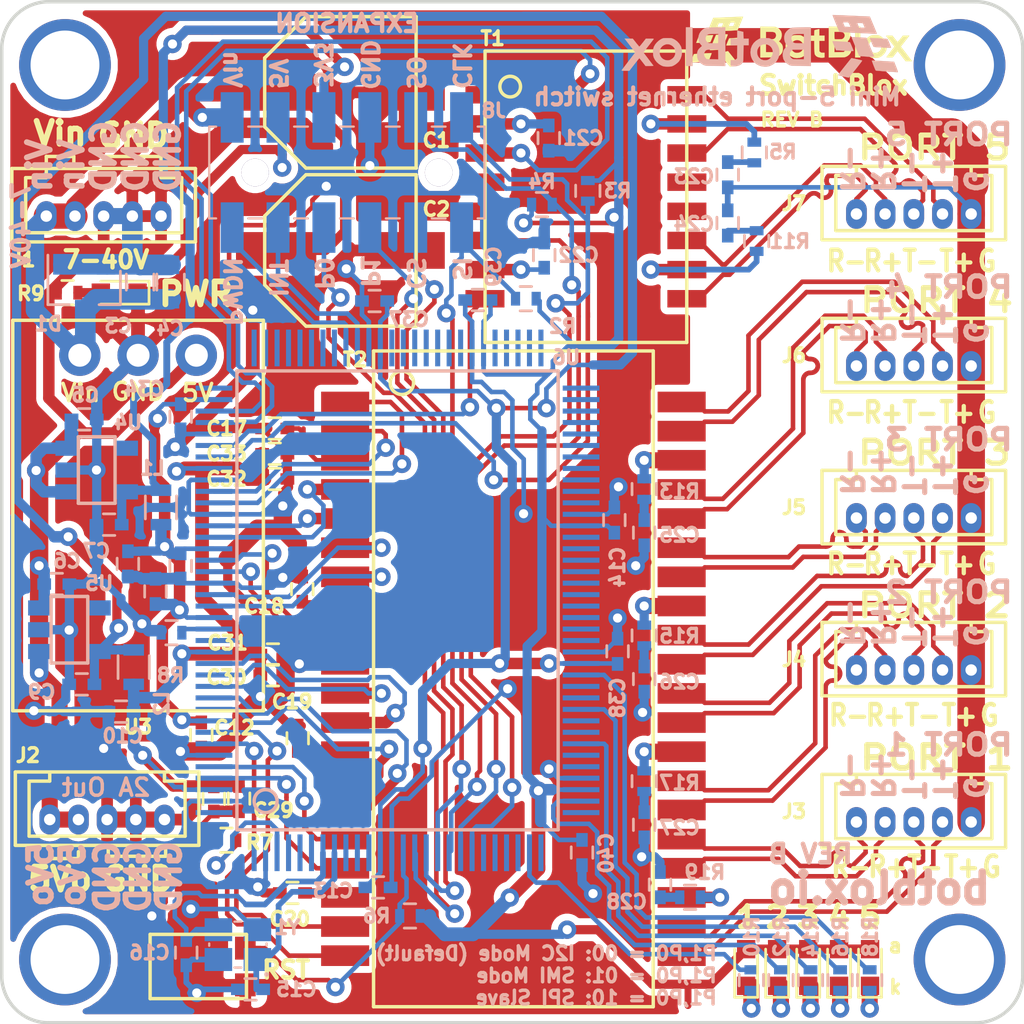
<source format=kicad_pcb>
(kicad_pcb (version 20171130) (host pcbnew "(5.1.2)-2")
  (layers (0 F.Cu signal) (31 B.Cu signal) (34 B.Paste user hide) (35 F.Paste user hide) (36 B.SilkS user) (37 F.SilkS user hide) (38 B.Mask user hide) (39 F.Mask user hide) (44 Edge.Cuts user))
  (net 0 "")
  (net 1 GNDREF)
  (net 2 /Magnetics/TX1+)
  (net 3 /Magnetics/TX1-)
  (net 4 /Magnetics/RX1+)
  (net 5 /Magnetics/RX1-)
  (net 6 /Magnetics/RX2-)
  (net 7 /Magnetics/RX2+)
  (net 8 /Magnetics/TX2-)
  (net 9 /Magnetics/TX2+)
  (net 10 /Magnetics/TX3+)
  (net 11 /Magnetics/TX3-)
  (net 12 /Magnetics/RX3+)
  (net 13 /Magnetics/RX3-)
  (net 14 /Magnetics/RX4-)
  (net 15 /Magnetics/RX4+)
  (net 16 /Magnetics/TX4-)
  (net 17 /Magnetics/TX4+)
  (net 18 /Magnetics/TX5+)
  (net 19 /Magnetics/TX5-)
  (net 20 /Magnetics/RX5+)
  (net 21 /Magnetics/RX5-)
  (net 22 "/Ethernet Switch Controller/RST")
  (net 23 GNDA)
  (net 24 "/Ethernet Switch Controller/1.2VD")
  (net 25 "Net-(R14-Pad2)")
  (net 26 "Net-(R16-Pad2)")
  (net 27 "Net-(R18-Pad2)")
  (net 28 "/Ethernet Switch Controller/3.3VA")
  (net 29 "/Ethernet Switch Controller/TXM5")
  (net 30 "/Ethernet Switch Controller/TXP5")
  (net 31 "/Ethernet Switch Controller/RXM5")
  (net 32 "Net-(R7-Pad1)")
  (net 33 "Net-(C16-Pad1)")
  (net 34 "Net-(C15-Pad1)")
  (net 35 "Net-(R10-Pad2)")
  (net 36 "Net-(R12-Pad2)")
  (net 37 "/Ethernet Switch Controller/1.2VA")
  (net 38 "/Ethernet Switch Controller/RXP1")
  (net 39 "/Ethernet Switch Controller/RXM1")
  (net 40 "/Ethernet Switch Controller/TXP1")
  (net 41 "/Ethernet Switch Controller/RXP5")
  (net 42 "/Ethernet Switch Controller/TXM4")
  (net 43 "/Ethernet Switch Controller/TXP4")
  (net 44 "/Ethernet Switch Controller/RXM4")
  (net 45 "/Ethernet Switch Controller/RXP4")
  (net 46 "/Ethernet Switch Controller/TXM3")
  (net 47 "/Ethernet Switch Controller/TXP3")
  (net 48 "/Ethernet Switch Controller/RXM3")
  (net 49 "/Ethernet Switch Controller/RXP3")
  (net 50 "Net-(R8-Pad1)")
  (net 51 "/Ethernet Switch Controller/TXM2")
  (net 52 "/Ethernet Switch Controller/TXP2")
  (net 53 "/Ethernet Switch Controller/RXM2")
  (net 54 "/Ethernet Switch Controller/RXP2")
  (net 55 "/Ethernet Switch Controller/TXM1")
  (net 56 "Net-(C17-Pad1)")
  (net 57 "Net-(C18-Pad1)")
  (net 58 "Net-(C19-Pad1)")
  (net 59 "Net-(C20-Pad1)")
  (net 60 "Net-(C28-Pad1)")
  (net 61 "Net-(C27-Pad1)")
  (net 62 "Net-(C26-Pad1)")
  (net 63 "Net-(C25-Pad1)")
  (net 64 "Net-(C23-Pad1)")
  (net 65 "Net-(C24-Pad1)")
  (net 66 "Net-(C22-Pad1)")
  (net 67 "Net-(C21-Pad1)")
  (net 68 "Net-(D2-Pad2)")
  (net 69 "Net-(D3-Pad1)")
  (net 70 "Net-(D5-Pad1)")
  (net 71 "Net-(D7-Pad1)")
  (net 72 "Net-(D9-Pad1)")
  (net 73 "Net-(D11-Pad1)")
  (net 74 "Net-(R5-Pad1)")
  (net 75 "Net-(R11-Pad1)")
  (net 76 "Net-(R13-Pad1)")
  (net 77 "Net-(R15-Pad1)")
  (net 78 "Net-(R17-Pad1)")
  (net 79 "Net-(R19-Pad1)")
  (net 80 "Net-(U4-Pad4)")
  (net 81 "Net-(U5-Pad4)")
  (net 82 "Net-(U6-Pad64)")
  (net 83 "Net-(U6-Pad63)")
  (net 84 "Net-(U6-Pad62)")
  (net 85 "Net-(U6-Pad61)")
  (net 86 "Net-(U6-Pad60)")
  (net 87 "Net-(U6-Pad57)")
  (net 88 "Net-(U6-Pad56)")
  (net 89 "Net-(U6-Pad55)")
  (net 90 "Net-(U6-Pad54)")
  (net 91 "Net-(U6-Pad53)")
  (net 92 "Net-(U6-Pad52)")
  (net 93 "Net-(U6-Pad51)")
  (net 94 "Net-(U6-Pad39)")
  (net 95 "Net-(U6-Pad106)")
  (net 96 "Net-(U6-Pad105)")
  (net 97 "Net-(U6-Pad103)")
  (net 98 "Net-(U6-Pad107)")
  (net 99 "Net-(U6-Pad108)")
  (net 100 "Net-(U6-Pad118)")
  (net 101 "Net-(U6-Pad119)")
  (net 102 "Net-(U6-Pad125)")
  (net 103 "Net-(U6-Pad128)")
  (net 104 "Net-(U6-Pad66)")
  (net 105 "Net-(U6-Pad65)")
  (net 106 "Net-(U6-Pad102)")
  (net 107 "Net-(U6-Pad98)")
  (net 108 "Net-(U6-Pad97)")
  (net 109 "Net-(U6-Pad67)")
  (net 110 "Net-(U6-Pad68)")
  (net 111 "Net-(U6-Pad95)")
  (net 112 "Net-(U6-Pad94)")
  (net 113 "Net-(U6-Pad92)")
  (net 114 "Net-(U6-Pad91)")
  (net 115 "Net-(U6-Pad87)")
  (net 116 "Net-(U6-Pad86)")
  (net 117 "Net-(U6-Pad85)")
  (net 118 "Net-(U6-Pad84)")
  (net 119 "Net-(U6-Pad83)")
  (net 120 "Net-(U6-Pad82)")
  (net 121 "Net-(U6-Pad81)")
  (net 122 "Net-(U6-Pad80)")
  (net 123 "Net-(U6-Pad79)")
  (net 124 "Net-(U6-Pad78)")
  (net 125 "Net-(U6-Pad75)")
  (net 126 "Net-(U6-Pad74)")
  (net 127 "Net-(U6-Pad73)")
  (net 128 "Net-(U6-Pad72)")
  (net 129 "Net-(U6-Pad71)")
  (net 130 "Net-(U6-Pad70)")
  (net 131 "Net-(U6-Pad69)")
  (net 132 "Net-(U6-Pad1)")
  (net 133 "Net-(U6-Pad38)")
  (net 134 3.3VD)
  (net 135 PS0)
  (net 136 PS1)
  (net 137 SPICLK_I2CSCL)
  (net 138 SPIMISO)
  (net 139 SPIMOSI_I2CSDA)
  (net 140 SPICS)
  (net 141 VIN)
  (net 142 5V)
  (net 143 ~SWITCH_PWDN)
  (net 144 ~SWITCH_INT)
  (module SwitchBlox:H1164NL (layer F.Cu) (at 151.3 99.01 270)
    (fp_text reference T2 (at -13.91 6.9) (layer F.SilkS) (effects (font (size 0.6 0.6))))
    (fp_text value HX1344NL)
    (pad 40 smd rect (at -12.065 -7.3325 270) (size 0.9 2.095) (layers F.Cu F.Paste F.Mask) (net 17 /Magnetics/TX4+))
    (pad 39 smd rect (at -10.795 -7.3325 270) (size 0.9 2.095) (layers F.Cu F.Paste F.Mask) (net 16 /Magnetics/TX4-))
    (pad 38 smd rect (at -9.525 -7.3325 270) (size 0.9 2.095) (layers F.Cu F.Paste F.Mask) (net 76 "Net-(R13-Pad1)"))
    (pad 37 smd rect (at -8.255 -7.3325 270) (size 0.9 2.095) (layers F.Cu F.Paste F.Mask) (net 15 /Magnetics/RX4+))
    (pad 36 smd rect (at -6.985 -7.3325 270) (size 0.9 2.095) (layers F.Cu F.Paste F.Mask) (net 14 /Magnetics/RX4-))
    (pad 35 smd rect (at -5.715 -7.3325 270) (size 0.9 2.095) (layers F.Cu F.Paste F.Mask) (net 13 /Magnetics/RX3-))
    (pad 34 smd rect (at -4.445 -7.3325 270) (size 0.9 2.095) (layers F.Cu F.Paste F.Mask) (net 12 /Magnetics/RX3+))
    (pad 33 smd rect (at -3.175 -7.3325 270) (size 0.9 2.095) (layers F.Cu F.Paste F.Mask) (net 77 "Net-(R15-Pad1)"))
    (pad 32 smd rect (at -1.905 -7.3325 270) (size 0.9 2.095) (layers F.Cu F.Paste F.Mask) (net 11 /Magnetics/TX3-))
    (pad 31 smd rect (at -0.635 -7.3325 270) (size 0.9 2.095) (layers F.Cu F.Paste F.Mask) (net 10 /Magnetics/TX3+))
    (pad 30 smd rect (at 0.635 -7.3325 270) (size 0.9 2.095) (layers F.Cu F.Paste F.Mask) (net 9 /Magnetics/TX2+))
    (pad 29 smd rect (at 1.905 -7.3325 270) (size 0.9 2.095) (layers F.Cu F.Paste F.Mask) (net 8 /Magnetics/TX2-))
    (pad 28 smd rect (at 3.175 -7.3325 270) (size 0.9 2.095) (layers F.Cu F.Paste F.Mask) (net 78 "Net-(R17-Pad1)"))
    (pad 27 smd rect (at 4.445 -7.3325 270) (size 0.9 2.095) (layers F.Cu F.Paste F.Mask) (net 7 /Magnetics/RX2+))
    (pad 26 smd rect (at 5.715 -7.3325 270) (size 0.9 2.095) (layers F.Cu F.Paste F.Mask) (net 6 /Magnetics/RX2-))
    (pad 25 smd rect (at 6.985 -7.3325 270) (size 0.9 2.095) (layers F.Cu F.Paste F.Mask) (net 5 /Magnetics/RX1-))
    (pad 24 smd rect (at 8.255 -7.3325 270) (size 0.9 2.095) (layers F.Cu F.Paste F.Mask) (net 4 /Magnetics/RX1+))
    (pad 23 smd rect (at 9.525 -7.3325 270) (size 0.9 2.095) (layers F.Cu F.Paste F.Mask) (net 79 "Net-(R19-Pad1)"))
    (pad 22 smd rect (at 10.795 -7.3325 270) (size 0.9 2.095) (layers F.Cu F.Paste F.Mask) (net 3 /Magnetics/TX1-))
    (pad 21 smd rect (at 12.065 -7.3325 270) (size 0.9 2.095) (layers F.Cu F.Paste F.Mask) (net 2 /Magnetics/TX1+))
    (pad 20 smd rect (at 12.065 7.3325 270) (size 0.9 2.095) (layers F.Cu F.Paste F.Mask) (net 40 "/Ethernet Switch Controller/TXP1"))
    (pad 19 smd rect (at 10.795 7.3325 270) (size 0.9 2.095) (layers F.Cu F.Paste F.Mask) (net 55 "/Ethernet Switch Controller/TXM1"))
    (pad 18 smd rect (at 9.525 7.3325 270) (size 0.9 2.095) (layers F.Cu F.Paste F.Mask) (net 59 "Net-(C20-Pad1)"))
    (pad 17 smd rect (at 8.255 7.3325 270) (size 0.9 2.095) (layers F.Cu F.Paste F.Mask) (net 38 "/Ethernet Switch Controller/RXP1"))
    (pad 16 smd rect (at 6.985 7.3325 270) (size 0.9 2.095) (layers F.Cu F.Paste F.Mask) (net 39 "/Ethernet Switch Controller/RXM1"))
    (pad 15 smd rect (at 5.715 7.3325 270) (size 0.9 2.095) (layers F.Cu F.Paste F.Mask) (net 53 "/Ethernet Switch Controller/RXM2"))
    (pad 14 smd rect (at 4.445 7.3325 270) (size 0.9 2.095) (layers F.Cu F.Paste F.Mask) (net 54 "/Ethernet Switch Controller/RXP2"))
    (pad 13 smd rect (at 3.175 7.3325 270) (size 0.9 2.095) (layers F.Cu F.Paste F.Mask) (net 58 "Net-(C19-Pad1)"))
    (pad 12 smd rect (at 1.905 7.3325 270) (size 0.9 2.095) (layers F.Cu F.Paste F.Mask) (net 51 "/Ethernet Switch Controller/TXM2"))
    (pad 11 smd rect (at 0.635 7.3325 270) (size 0.9 2.095) (layers F.Cu F.Paste F.Mask) (net 52 "/Ethernet Switch Controller/TXP2"))
    (pad 10 smd rect (at -0.635 7.3325 270) (size 0.9 2.095) (layers F.Cu F.Paste F.Mask) (net 47 "/Ethernet Switch Controller/TXP3"))
    (pad 9 smd rect (at -1.905 7.3325 270) (size 0.9 2.095) (layers F.Cu F.Paste F.Mask) (net 46 "/Ethernet Switch Controller/TXM3"))
    (pad 8 smd rect (at -3.175 7.3325 270) (size 0.9 2.095) (layers F.Cu F.Paste F.Mask) (net 57 "Net-(C18-Pad1)"))
    (pad 7 smd rect (at -4.445 7.3325 270) (size 0.9 2.095) (layers F.Cu F.Paste F.Mask) (net 49 "/Ethernet Switch Controller/RXP3"))
    (pad 6 smd rect (at -5.715 7.3325 270) (size 0.9 2.095) (layers F.Cu F.Paste F.Mask) (net 48 "/Ethernet Switch Controller/RXM3"))
    (pad 5 smd rect (at -6.985 7.3325 270) (size 0.9 2.095) (layers F.Cu F.Paste F.Mask) (net 44 "/Ethernet Switch Controller/RXM4"))
    (pad 4 smd rect (at -8.255 7.3325 270) (size 0.9 2.095) (layers F.Cu F.Paste F.Mask) (net 45 "/Ethernet Switch Controller/RXP4"))
    (pad 3 smd rect (at -9.525 7.3325 270) (size 0.9 2.095) (layers F.Cu F.Paste F.Mask) (net 56 "Net-(C17-Pad1)"))
    (pad 2 smd rect (at -10.795 7.3325 270) (size 0.9 2.095) (layers F.Cu F.Paste F.Mask) (net 42 "/Ethernet Switch Controller/TXM4"))
    (pad 1 smd rect (at -12.065 7.3325 270) (size 0.9 2.095) (layers F.Cu F.Paste F.Mask) (net 43 "/Ethernet Switch Controller/TXP4"))
  )
  (module "SwitchBlox:Radial, Can - SMD" (layer F.Cu) (at 143.76 80.34 180)
    (fp_text reference C2 (at -4.182893 1.797107 180) (layer F.SilkS) (effects (font (size 0.6 0.6))))
    (fp_text value 22u)
    (pad 2 smd rect (at -2.8 0 180) (size 3.5 1.6) (layers F.Cu F.Paste F.Mask) (net 1 GNDREF))
    (pad 1 smd rect (at 2.8 0 180) (size 3.5 1.6) (layers F.Cu F.Paste F.Mask) (net 141 VIN))
  )
  (module SwitchBlox:PQFP-128 (layer B.Cu) (at 146.25 95.59 90)
    (fp_text reference U6 (at 10.59 7.35 180) (layer B.SilkS) (effects (font (size 0.6 0.6)) (justify mirror)))
    (fp_text value KSZ8895MQXCA)
    (pad 64 smd rect (at 11 6.25) (size 0.22 1.6) (layers B.Cu B.Paste B.Mask) (net 82 "Net-(U6-Pad64)"))
    (pad 63 smd rect (at 11 5.75) (size 0.22 1.6) (layers B.Cu B.Paste B.Mask) (net 83 "Net-(U6-Pad63)"))
    (pad 62 smd rect (at 11 5.25) (size 0.22 1.6) (layers B.Cu B.Paste B.Mask) (net 84 "Net-(U6-Pad62)"))
    (pad 61 smd rect (at 11 4.75) (size 0.22 1.6) (layers B.Cu B.Paste B.Mask) (net 85 "Net-(U6-Pad61)"))
    (pad 60 smd rect (at 11 4.25) (size 0.22 1.6) (layers B.Cu B.Paste B.Mask) (net 86 "Net-(U6-Pad60)"))
    (pad 59 smd rect (at 11 3.75) (size 0.22 1.6) (layers B.Cu B.Paste B.Mask) (net 134 3.3VD))
    (pad 58 smd rect (at 11 3.25) (size 0.22 1.6) (layers B.Cu B.Paste B.Mask) (net 1 GNDREF))
    (pad 57 smd rect (at 11 2.75) (size 0.22 1.6) (layers B.Cu B.Paste B.Mask) (net 87 "Net-(U6-Pad57)"))
    (pad 56 smd rect (at 11 2.25) (size 0.22 1.6) (layers B.Cu B.Paste B.Mask) (net 88 "Net-(U6-Pad56)"))
    (pad 55 smd rect (at 11 1.75) (size 0.22 1.6) (layers B.Cu B.Paste B.Mask) (net 89 "Net-(U6-Pad55)"))
    (pad 54 smd rect (at 11 1.25) (size 0.22 1.6) (layers B.Cu B.Paste B.Mask) (net 90 "Net-(U6-Pad54)"))
    (pad 53 smd rect (at 11 0.75) (size 0.22 1.6) (layers B.Cu B.Paste B.Mask) (net 91 "Net-(U6-Pad53)"))
    (pad 52 smd rect (at 11 0.25) (size 0.22 1.6) (layers B.Cu B.Paste B.Mask) (net 92 "Net-(U6-Pad52)"))
    (pad 51 smd rect (at 11 -0.25) (size 0.22 1.6) (layers B.Cu B.Paste B.Mask) (net 93 "Net-(U6-Pad51)"))
    (pad 50 smd rect (at 11 -0.75) (size 0.22 1.6) (layers B.Cu B.Paste B.Mask) (net 24 "/Ethernet Switch Controller/1.2VD"))
    (pad 49 smd rect (at 11 -1.25) (size 0.22 1.6) (layers B.Cu B.Paste B.Mask) (net 1 GNDREF))
    (pad 48 smd rect (at 11 -1.75) (size 0.22 1.6) (layers B.Cu B.Paste B.Mask) (net 144 ~SWITCH_INT))
    (pad 47 smd rect (at 11 -2.25) (size 0.22 1.6) (layers B.Cu B.Paste B.Mask) (net 143 ~SWITCH_PWDN))
    (pad 46 smd rect (at 11 -2.75) (size 0.22 1.6) (layers B.Cu B.Paste B.Mask))
    (pad 45 smd rect (at 11 -3.25) (size 0.22 1.6) (layers B.Cu B.Paste B.Mask))
    (pad 44 smd rect (at 11 -3.75) (size 0.22 1.6) (layers B.Cu B.Paste B.Mask))
    (pad 43 smd rect (at 11 -4.25) (size 0.22 1.6) (layers B.Cu B.Paste B.Mask))
    (pad 42 smd rect (at 11 -4.75) (size 0.22 1.6) (layers B.Cu B.Paste B.Mask))
    (pad 41 smd rect (at 11 -5.25) (size 0.22 1.6) (layers B.Cu B.Paste B.Mask))
    (pad 40 smd rect (at 11 -5.75) (size 0.22 1.6) (layers B.Cu B.Paste B.Mask))
    (pad 39 smd rect (at 11 -6.25) (size 0.22 1.6) (layers B.Cu B.Paste B.Mask) (net 94 "Net-(U6-Pad39)"))
    (pad 106 smd rect (at -11 4.75 180) (size 0.22 1.6) (layers B.Cu B.Paste B.Mask) (net 95 "Net-(U6-Pad106)"))
    (pad 105 smd rect (at -11 5.25 180) (size 0.22 1.6) (layers B.Cu B.Paste B.Mask) (net 96 "Net-(U6-Pad105)"))
    (pad 104 smd rect (at -11 5.75 180) (size 0.22 1.6) (layers B.Cu B.Paste B.Mask) (net 35 "Net-(R10-Pad2)"))
    (pad 103 smd rect (at -11 6.25 180) (size 0.22 1.6) (layers B.Cu B.Paste B.Mask) (net 97 "Net-(U6-Pad103)"))
    (pad 107 smd rect (at -11 4.25 180) (size 0.22 1.6) (layers B.Cu B.Paste B.Mask) (net 98 "Net-(U6-Pad107)"))
    (pad 108 smd rect (at -11 3.75 180) (size 0.22 1.6) (layers B.Cu B.Paste B.Mask) (net 99 "Net-(U6-Pad108)"))
    (pad 109 smd rect (at -11 3.25 180) (size 0.22 1.6) (layers B.Cu B.Paste B.Mask) (net 138 SPIMISO))
    (pad 110 smd rect (at -11 2.75 180) (size 0.22 1.6) (layers B.Cu B.Paste B.Mask) (net 137 SPICLK_I2CSCL))
    (pad 111 smd rect (at -11 2.25 180) (size 0.22 1.6) (layers B.Cu B.Paste B.Mask) (net 139 SPIMOSI_I2CSDA))
    (pad 112 smd rect (at -11 1.75 180) (size 0.22 1.6) (layers B.Cu B.Paste B.Mask) (net 140 SPICS))
    (pad 113 smd rect (at -11 1.25 180) (size 0.22 1.6) (layers B.Cu B.Paste B.Mask) (net 136 PS1))
    (pad 114 smd rect (at -11 0.75 180) (size 0.22 1.6) (layers B.Cu B.Paste B.Mask) (net 135 PS0))
    (pad 115 smd rect (at -11 0.25 180) (size 0.22 1.6) (layers B.Cu B.Paste B.Mask) (net 22 "/Ethernet Switch Controller/RST"))
    (pad 116 smd rect (at -11 -0.25 180) (size 0.22 1.6) (layers B.Cu B.Paste B.Mask) (net 1 GNDREF))
    (pad 117 smd rect (at -11 -0.75 180) (size 0.22 1.6) (layers B.Cu B.Paste B.Mask) (net 24 "/Ethernet Switch Controller/1.2VD"))
    (pad 118 smd rect (at -11 -1.25 180) (size 0.22 1.6) (layers B.Cu B.Paste B.Mask) (net 100 "Net-(U6-Pad118)"))
    (pad 119 smd rect (at -11 -1.75 180) (size 0.22 1.6) (layers B.Cu B.Paste B.Mask) (net 101 "Net-(U6-Pad119)"))
    (pad 120 smd rect (at -11 -2.25 180) (size 0.22 1.6) (layers B.Cu B.Paste B.Mask))
    (pad 121 smd rect (at -11 -2.75 180) (size 0.22 1.6) (layers B.Cu B.Paste B.Mask) (net 34 "Net-(C15-Pad1)"))
    (pad 122 smd rect (at -11 -3.25 180) (size 0.22 1.6) (layers B.Cu B.Paste B.Mask) (net 33 "Net-(C16-Pad1)"))
    (pad 123 smd rect (at -11 -3.75 180) (size 0.22 1.6) (layers B.Cu B.Paste B.Mask))
    (pad 124 smd rect (at -11 -4.25 180) (size 0.22 1.6) (layers B.Cu B.Paste B.Mask))
    (pad 125 smd rect (at -11 -4.75 180) (size 0.22 1.6) (layers B.Cu B.Paste B.Mask) (net 102 "Net-(U6-Pad125)"))
    (pad 126 smd rect (at -11 -5.25 180) (size 0.22 1.6) (layers B.Cu B.Paste B.Mask) (net 32 "Net-(R7-Pad1)"))
    (pad 127 smd rect (at -11 -5.75 180) (size 0.22 1.6) (layers B.Cu B.Paste B.Mask) (net 23 GNDA))
    (pad 128 smd rect (at -11 -6.25 180) (size 0.22 1.6) (layers B.Cu B.Paste B.Mask) (net 103 "Net-(U6-Pad128)"))
    (pad 66 smd rect (at 8.75 8 270) (size 0.22 1.6) (layers B.Cu B.Paste B.Mask) (net 104 "Net-(U6-Pad66)"))
    (pad 65 smd rect (at 9.25 8 270) (size 0.22 1.6) (layers B.Cu B.Paste B.Mask) (net 105 "Net-(U6-Pad65)"))
    (pad 102 smd rect (at -9.25 8 270) (size 0.22 1.6) (layers B.Cu B.Paste B.Mask) (net 106 "Net-(U6-Pad102)"))
    (pad 101 smd rect (at -8.75 8 270) (size 0.22 1.6) (layers B.Cu B.Paste B.Mask) (net 36 "Net-(R12-Pad2)"))
    (pad 100 smd rect (at -8.25 8 270) (size 0.22 1.6) (layers B.Cu B.Paste B.Mask) (net 134 3.3VD))
    (pad 99 smd rect (at -7.75 8 270) (size 0.22 1.6) (layers B.Cu B.Paste B.Mask) (net 1 GNDREF))
    (pad 98 smd rect (at -7.25 8 270) (size 0.22 1.6) (layers B.Cu B.Paste B.Mask) (net 107 "Net-(U6-Pad98)"))
    (pad 97 smd rect (at -6.75 8 270) (size 0.22 1.6) (layers B.Cu B.Paste B.Mask) (net 108 "Net-(U6-Pad97)"))
    (pad 67 smd rect (at 8.25 8 270) (size 0.22 1.6) (layers B.Cu B.Paste B.Mask) (net 109 "Net-(U6-Pad67)"))
    (pad 68 smd rect (at 7.75 8 270) (size 0.22 1.6) (layers B.Cu B.Paste B.Mask) (net 110 "Net-(U6-Pad68)"))
    (pad 96 smd rect (at -6.25 8 270) (size 0.22 1.6) (layers B.Cu B.Paste B.Mask) (net 25 "Net-(R14-Pad2)"))
    (pad 95 smd rect (at -5.75 8 270) (size 0.22 1.6) (layers B.Cu B.Paste B.Mask) (net 111 "Net-(U6-Pad95)"))
    (pad 94 smd rect (at -5.25 8 270) (size 0.22 1.6) (layers B.Cu B.Paste B.Mask) (net 112 "Net-(U6-Pad94)"))
    (pad 93 smd rect (at -4.75 8 270) (size 0.22 1.6) (layers B.Cu B.Paste B.Mask) (net 26 "Net-(R16-Pad2)"))
    (pad 92 smd rect (at -4.25 8 270) (size 0.22 1.6) (layers B.Cu B.Paste B.Mask) (net 113 "Net-(U6-Pad92)"))
    (pad 91 smd rect (at -3.75 8 270) (size 0.22 1.6) (layers B.Cu B.Paste B.Mask) (net 114 "Net-(U6-Pad91)"))
    (pad 90 smd rect (at -3.25 8 270) (size 0.22 1.6) (layers B.Cu B.Paste B.Mask) (net 27 "Net-(R18-Pad2)"))
    (pad 89 smd rect (at -2.75 8 270) (size 0.22 1.6) (layers B.Cu B.Paste B.Mask) (net 24 "/Ethernet Switch Controller/1.2VD"))
    (pad 88 smd rect (at -2.25 8 270) (size 0.22 1.6) (layers B.Cu B.Paste B.Mask) (net 1 GNDREF))
    (pad 87 smd rect (at -1.75 8 270) (size 0.22 1.6) (layers B.Cu B.Paste B.Mask) (net 115 "Net-(U6-Pad87)"))
    (pad 86 smd rect (at -1.25 8 270) (size 0.22 1.6) (layers B.Cu B.Paste B.Mask) (net 116 "Net-(U6-Pad86)"))
    (pad 85 smd rect (at -0.75 8 270) (size 0.22 1.6) (layers B.Cu B.Paste B.Mask) (net 117 "Net-(U6-Pad85)"))
    (pad 84 smd rect (at -0.25 8 270) (size 0.22 1.6) (layers B.Cu B.Paste B.Mask) (net 118 "Net-(U6-Pad84)"))
    (pad 83 smd rect (at 0.25 8 270) (size 0.22 1.6) (layers B.Cu B.Paste B.Mask) (net 119 "Net-(U6-Pad83)"))
    (pad 82 smd rect (at 0.75 8 270) (size 0.22 1.6) (layers B.Cu B.Paste B.Mask) (net 120 "Net-(U6-Pad82)"))
    (pad 81 smd rect (at 1.25 8 270) (size 0.22 1.6) (layers B.Cu B.Paste B.Mask) (net 121 "Net-(U6-Pad81)"))
    (pad 80 smd rect (at 1.75 8 270) (size 0.22 1.6) (layers B.Cu B.Paste B.Mask) (net 122 "Net-(U6-Pad80)"))
    (pad 79 smd rect (at 2.25 8 270) (size 0.22 1.6) (layers B.Cu B.Paste B.Mask) (net 123 "Net-(U6-Pad79)"))
    (pad 78 smd rect (at 2.75 8 270) (size 0.22 1.6) (layers B.Cu B.Paste B.Mask) (net 124 "Net-(U6-Pad78)"))
    (pad 77 smd rect (at 3.25 8 270) (size 0.22 1.6) (layers B.Cu B.Paste B.Mask) (net 134 3.3VD))
    (pad 76 smd rect (at 3.75 8 270) (size 0.22 1.6) (layers B.Cu B.Paste B.Mask) (net 1 GNDREF))
    (pad 75 smd rect (at 4.25 8 270) (size 0.22 1.6) (layers B.Cu B.Paste B.Mask) (net 125 "Net-(U6-Pad75)"))
    (pad 74 smd rect (at 4.75 8 270) (size 0.22 1.6) (layers B.Cu B.Paste B.Mask) (net 126 "Net-(U6-Pad74)"))
    (pad 73 smd rect (at 5.25 8 270) (size 0.22 1.6) (layers B.Cu B.Paste B.Mask) (net 127 "Net-(U6-Pad73)"))
    (pad 72 smd rect (at 5.75 8 270) (size 0.22 1.6) (layers B.Cu B.Paste B.Mask) (net 128 "Net-(U6-Pad72)"))
    (pad 71 smd rect (at 6.25 8 270) (size 0.22 1.6) (layers B.Cu B.Paste B.Mask) (net 129 "Net-(U6-Pad71)"))
    (pad 70 smd rect (at 6.75 8 270) (size 0.22 1.6) (layers B.Cu B.Paste B.Mask) (net 130 "Net-(U6-Pad70)"))
    (pad 69 smd rect (at 7.25 8 270) (size 0.22 1.6) (layers B.Cu B.Paste B.Mask) (net 131 "Net-(U6-Pad69)"))
    (pad 10 smd rect (at -4.75 -8 90) (size 0.22 1.6) (layers B.Cu B.Paste B.Mask) (net 54 "/Ethernet Switch Controller/RXP2"))
    (pad 9 smd rect (at -5.25 -8 90) (size 0.22 1.6) (layers B.Cu B.Paste B.Mask) (net 28 "/Ethernet Switch Controller/3.3VA"))
    (pad 8 smd rect (at -5.75 -8 90) (size 0.22 1.6) (layers B.Cu B.Paste B.Mask) (net 55 "/Ethernet Switch Controller/TXM1"))
    (pad 7 smd rect (at -6.25 -8 90) (size 0.22 1.6) (layers B.Cu B.Paste B.Mask) (net 40 "/Ethernet Switch Controller/TXP1"))
    (pad 6 smd rect (at -6.75 -8 90) (size 0.22 1.6) (layers B.Cu B.Paste B.Mask) (net 23 GNDA))
    (pad 5 smd rect (at -7.25 -8 90) (size 0.22 1.6) (layers B.Cu B.Paste B.Mask) (net 39 "/Ethernet Switch Controller/RXM1"))
    (pad 4 smd rect (at -7.75 -8 90) (size 0.22 1.6) (layers B.Cu B.Paste B.Mask) (net 38 "/Ethernet Switch Controller/RXP1"))
    (pad 3 smd rect (at -8.25 -8 90) (size 0.22 1.6) (layers B.Cu B.Paste B.Mask) (net 37 "/Ethernet Switch Controller/1.2VA"))
    (pad 2 smd rect (at -8.75 -8 90) (size 0.22 1.6) (layers B.Cu B.Paste B.Mask) (net 23 GNDA))
    (pad 1 smd rect (at -9.25 -8 90) (size 0.22 1.6) (layers B.Cu B.Paste B.Mask) (net 132 "Net-(U6-Pad1)"))
    (pad 38 smd rect (at 9.25 -8 90) (size 0.22 1.6) (layers B.Cu B.Paste B.Mask) (net 133 "Net-(U6-Pad38)"))
    (pad 37 smd rect (at 8.75 -8 90) (size 0.22 1.6) (layers B.Cu B.Paste B.Mask) (net 28 "/Ethernet Switch Controller/3.3VA"))
    (pad 36 smd rect (at 8.25 -8 90) (size 0.22 1.6) (layers B.Cu B.Paste B.Mask) (net 29 "/Ethernet Switch Controller/TXM5"))
    (pad 35 smd rect (at 7.75 -8 90) (size 0.22 1.6) (layers B.Cu B.Paste B.Mask) (net 30 "/Ethernet Switch Controller/TXP5"))
    (pad 34 smd rect (at 7.25 -8 90) (size 0.22 1.6) (layers B.Cu B.Paste B.Mask) (net 23 GNDA))
    (pad 33 smd rect (at 6.75 -8 90) (size 0.22 1.6) (layers B.Cu B.Paste B.Mask) (net 31 "/Ethernet Switch Controller/RXM5"))
    (pad 32 smd rect (at 6.25 -8 90) (size 0.22 1.6) (layers B.Cu B.Paste B.Mask) (net 41 "/Ethernet Switch Controller/RXP5"))
    (pad 31 smd rect (at 5.75 -8 90) (size 0.22 1.6) (layers B.Cu B.Paste B.Mask) (net 37 "/Ethernet Switch Controller/1.2VA"))
    (pad 30 smd rect (at 5.25 -8 90) (size 0.22 1.6) (layers B.Cu B.Paste B.Mask) (net 23 GNDA))
    (pad 29 smd rect (at 4.75 -8 90) (size 0.22 1.6) (layers B.Cu B.Paste B.Mask) (net 42 "/Ethernet Switch Controller/TXM4"))
    (pad 28 smd rect (at 4.25 -8 90) (size 0.22 1.6) (layers B.Cu B.Paste B.Mask) (net 43 "/Ethernet Switch Controller/TXP4"))
    (pad 27 smd rect (at 3.75 -8 90) (size 0.22 1.6) (layers B.Cu B.Paste B.Mask) (net 23 GNDA))
    (pad 26 smd rect (at 3.25 -8 90) (size 0.22 1.6) (layers B.Cu B.Paste B.Mask) (net 44 "/Ethernet Switch Controller/RXM4"))
    (pad 25 smd rect (at 2.75 -8 90) (size 0.22 1.6) (layers B.Cu B.Paste B.Mask) (net 45 "/Ethernet Switch Controller/RXP4"))
    (pad 24 smd rect (at 2.25 -8 90) (size 0.22 1.6) (layers B.Cu B.Paste B.Mask) (net 28 "/Ethernet Switch Controller/3.3VA"))
    (pad 23 smd rect (at 1.75 -8 90) (size 0.22 1.6) (layers B.Cu B.Paste B.Mask) (net 46 "/Ethernet Switch Controller/TXM3"))
    (pad 22 smd rect (at 1.25 -8 90) (size 0.22 1.6) (layers B.Cu B.Paste B.Mask) (net 47 "/Ethernet Switch Controller/TXP3"))
    (pad 21 smd rect (at 0.75 -8 90) (size 0.22 1.6) (layers B.Cu B.Paste B.Mask) (net 23 GNDA))
    (pad 20 smd rect (at 0.25 -8 90) (size 0.22 1.6) (layers B.Cu B.Paste B.Mask) (net 48 "/Ethernet Switch Controller/RXM3"))
    (pad 19 smd rect (at -0.25 -8 90) (size 0.22 1.6) (layers B.Cu B.Paste B.Mask) (net 49 "/Ethernet Switch Controller/RXP3"))
    (pad 18 smd rect (at -0.75 -8 90) (size 0.22 1.6) (layers B.Cu B.Paste B.Mask) (net 28 "/Ethernet Switch Controller/3.3VA"))
    (pad 17 smd rect (at -1.25 -8 90) (size 0.22 1.6) (layers B.Cu B.Paste B.Mask) (net 50 "Net-(R8-Pad1)"))
    (pad 16 smd rect (at -1.75 -8 90) (size 0.22 1.6) (layers B.Cu B.Paste B.Mask) (net 23 GNDA))
    (pad 15 smd rect (at -2.25 -8 90) (size 0.22 1.6) (layers B.Cu B.Paste B.Mask) (net 37 "/Ethernet Switch Controller/1.2VA"))
    (pad 14 smd rect (at -2.75 -8 90) (size 0.22 1.6) (layers B.Cu B.Paste B.Mask) (net 51 "/Ethernet Switch Controller/TXM2"))
    (pad 13 smd rect (at -3.25 -8 90) (size 0.22 1.6) (layers B.Cu B.Paste B.Mask) (net 52 "/Ethernet Switch Controller/TXP2"))
    (pad 12 smd rect (at -3.75 -8 90) (size 0.22 1.6) (layers B.Cu B.Paste B.Mask) (net 23 GNDA))
    (pad 11 smd rect (at -4.25 -8 90) (size 0.22 1.6) (layers B.Cu B.Paste B.Mask) (net 53 "/Ethernet Switch Controller/RXM2"))
  )
  (module Resistors_SMD:R_0402 (layer B.Cu) (at 151.842893 82.442893)
    (fp_text reference R2 (at 1.6 1.2) (layer B.SilkS) (effects (font (size 0.6 0.6)) (justify mirror)))
    (fp_text value 10k)
    (pad 2 smd rect (at 0.45 0) (size 0.4 0.6) (layers B.Cu B.Paste B.Mask) (net 134 3.3VD))
    (pad 1 smd rect (at -0.45 0) (size 0.4 0.6) (layers B.Cu B.Paste B.Mask) (net 139 SPIMOSI_I2CSDA))
  )
  (module Resistors_SMD:R_0402 (layer B.Cu) (at 154.542893 77.742893 90)
    (fp_text reference R3 (at 0 1.3 -180) (layer B.SilkS) (effects (font (size 0.6 0.6)) (justify mirror)))
    (fp_text value 10k)
    (pad 2 smd rect (at 0.45 0 90) (size 0.4 0.6) (layers B.Cu B.Paste B.Mask) (net 134 3.3VD))
    (pad 1 smd rect (at -0.45 0 90) (size 0.4 0.6) (layers B.Cu B.Paste B.Mask) (net 137 SPICLK_I2CSCL))
  )
  (module Resistors_SMD:R_0402 (layer B.Cu) (at 152.542893 78.342893 180)
    (fp_text reference R4 (at 0 1 180) (layer B.SilkS) (effects (font (size 0.6 0.6)) (justify mirror)))
    (fp_text value 10k)
    (pad 2 smd rect (at 0.45 0 180) (size 0.4 0.6) (layers B.Cu B.Paste B.Mask) (net 134 3.3VD))
    (pad 1 smd rect (at -0.45 0 180) (size 0.4 0.6) (layers B.Cu B.Paste B.Mask) (net 138 SPIMISO))
  )
  (module SwitchBlox:WM1734-ND (layer F.Cu) (at 168.75 98.625 180)
    (fp_text reference J4 (at 5.22 0.46 180) (layer F.SilkS) (effects (font (size 0.6 0.6))))
    (fp_text value CONN_HEADER_V_5)
    (pad 1 thru_hole oval (at -2.5 0 180) (size 0.9 1.3) (drill 0.5) (layers *.Cu *.Mask) (net 1 GNDREF))
    (pad 2 thru_hole oval (at -1.25 0 180) (size 0.9 1.3) (drill 0.5) (layers *.Cu *.Mask) (net 9 /Magnetics/TX2+))
    (pad 3 thru_hole oval (at 0 0 180) (size 0.9 1.3) (drill 0.5) (layers *.Cu *.Mask) (net 8 /Magnetics/TX2-))
    (pad 4 thru_hole oval (at 1.25 0 180) (size 0.9 1.3) (drill 0.5) (layers *.Cu *.Mask) (net 7 /Magnetics/RX2+))
    (pad 5 thru_hole oval (at 2.5 0 180) (size 0.9 1.3) (drill 0.5) (layers *.Cu *.Mask) (net 6 /Magnetics/RX2-))
  )
  (module SwitchBlox:WM1734-ND (layer F.Cu) (at 168.75 92 180)
    (fp_text reference J5 (at 5.22 0.46 180) (layer F.SilkS) (effects (font (size 0.6 0.6))))
    (fp_text value CONN_HEADER_V_5)
    (pad 1 thru_hole oval (at -2.5 0 180) (size 0.9 1.3) (drill 0.5) (layers *.Cu *.Mask) (net 1 GNDREF))
    (pad 2 thru_hole oval (at -1.25 0 180) (size 0.9 1.3) (drill 0.5) (layers *.Cu *.Mask) (net 10 /Magnetics/TX3+))
    (pad 3 thru_hole oval (at 0 0 180) (size 0.9 1.3) (drill 0.5) (layers *.Cu *.Mask) (net 11 /Magnetics/TX3-))
    (pad 4 thru_hole oval (at 1.25 0 180) (size 0.9 1.3) (drill 0.5) (layers *.Cu *.Mask) (net 12 /Magnetics/RX3+))
    (pad 5 thru_hole oval (at 2.5 0 180) (size 0.9 1.3) (drill 0.5) (layers *.Cu *.Mask) (net 13 /Magnetics/RX3-))
  )
  (module SwitchBlox:WM1734-ND (layer F.Cu) (at 168.75 85.375 180)
    (fp_text reference J6 (at 5.22 0.46 180) (layer F.SilkS) (effects (font (size 0.6 0.6))))
    (fp_text value CONN_HEADER_V_5)
    (pad 1 thru_hole oval (at -2.5 0 180) (size 0.9 1.3) (drill 0.5) (layers *.Cu *.Mask) (net 1 GNDREF))
    (pad 2 thru_hole oval (at -1.25 0 180) (size 0.9 1.3) (drill 0.5) (layers *.Cu *.Mask) (net 17 /Magnetics/TX4+))
    (pad 3 thru_hole oval (at 0 0 180) (size 0.9 1.3) (drill 0.5) (layers *.Cu *.Mask) (net 16 /Magnetics/TX4-))
    (pad 4 thru_hole oval (at 1.25 0 180) (size 0.9 1.3) (drill 0.5) (layers *.Cu *.Mask) (net 15 /Magnetics/RX4+))
    (pad 5 thru_hole oval (at 2.5 0 180) (size 0.9 1.3) (drill 0.5) (layers *.Cu *.Mask) (net 14 /Magnetics/RX4-))
  )
  (module SwitchBlox:WM1734-ND (layer F.Cu) (at 168.75 105.25 180)
    (fp_text reference J3 (at 5.22 0.46 180) (layer F.SilkS) (effects (font (size 0.6 0.6))))
    (fp_text value CONN_HEADER_V_5)
    (pad 1 thru_hole oval (at -2.5 0 180) (size 0.9 1.3) (drill 0.5) (layers *.Cu *.Mask) (net 1 GNDREF))
    (pad 2 thru_hole oval (at -1.25 0 180) (size 0.9 1.3) (drill 0.5) (layers *.Cu *.Mask) (net 2 /Magnetics/TX1+))
    (pad 3 thru_hole oval (at 0 0 180) (size 0.9 1.3) (drill 0.5) (layers *.Cu *.Mask) (net 3 /Magnetics/TX1-))
    (pad 4 thru_hole oval (at 1.25 0 180) (size 0.9 1.3) (drill 0.5) (layers *.Cu *.Mask) (net 4 /Magnetics/RX1+))
    (pad 5 thru_hole oval (at 2.5 0 180) (size 0.9 1.3) (drill 0.5) (layers *.Cu *.Mask) (net 5 /Magnetics/RX1-))
  )
  (module SwitchBlox:WM1734-ND (layer F.Cu) (at 168.75 78.75 180)
    (fp_text reference J7 (at 5.22 0.46 180) (layer F.SilkS) (effects (font (size 0.6 0.6))))
    (fp_text value CONN_HEADER_V_5)
    (pad 1 thru_hole oval (at -2.5 0 180) (size 0.9 1.3) (drill 0.5) (layers *.Cu *.Mask) (net 1 GNDREF))
    (pad 2 thru_hole oval (at -1.25 0 180) (size 0.9 1.3) (drill 0.5) (layers *.Cu *.Mask) (net 18 /Magnetics/TX5+))
    (pad 3 thru_hole oval (at 0 0 180) (size 0.9 1.3) (drill 0.5) (layers *.Cu *.Mask) (net 19 /Magnetics/TX5-))
    (pad 4 thru_hole oval (at 1.25 0 180) (size 0.9 1.3) (drill 0.5) (layers *.Cu *.Mask) (net 20 /Magnetics/RX5+))
    (pad 5 thru_hole oval (at 2.5 0 180) (size 0.9 1.3) (drill 0.5) (layers *.Cu *.Mask) (net 21 /Magnetics/RX5-))
  )
  (module SwitchBlox:WM1734-ND (layer F.Cu) (at 133.442893 78.842893 180)
    (fp_text reference J1 (at 3.5 -1.9 180) (layer F.SilkS) (effects (font (size 0.6 0.6))))
    (fp_text value CONN_HEADER_V_5)
    (pad 1 thru_hole oval (at -2.5 0 180) (size 0.9 1.3) (drill 0.5) (layers *.Cu *.Mask) (net 1 GNDREF))
    (pad 2 thru_hole oval (at -1.25 0 180) (size 0.9 1.3) (drill 0.5) (layers *.Cu *.Mask) (net 1 GNDREF))
    (pad 3 thru_hole oval (at 0 0 180) (size 0.9 1.3) (drill 0.5) (layers *.Cu *.Mask) (net 1 GNDREF))
    (pad 4 thru_hole oval (at 1.25 0 180) (size 0.9 1.3) (drill 0.5) (layers *.Cu *.Mask) (net 141 VIN))
    (pad 5 thru_hole oval (at 2.5 0 180) (size 0.9 1.3) (drill 0.5) (layers *.Cu *.Mask) (net 141 VIN))
  )
  (module SwitchBlox:WM1734-ND (layer F.Cu) (at 133.592893 105.142893 180)
    (fp_text reference J2 (at 3.45 2.8 180) (layer F.SilkS) (effects (font (size 0.6 0.6))))
    (fp_text value CONN_HEADER_V_5)
    (pad 1 thru_hole oval (at -2.5 0 180) (size 0.9 1.3) (drill 0.5) (layers *.Cu *.Mask) (net 1 GNDREF))
    (pad 2 thru_hole oval (at -1.25 0 180) (size 0.9 1.3) (drill 0.5) (layers *.Cu *.Mask) (net 1 GNDREF))
    (pad 3 thru_hole oval (at 0 0 180) (size 0.9 1.3) (drill 0.5) (layers *.Cu *.Mask) (net 1 GNDREF))
    (pad 4 thru_hole oval (at 1.25 0 180) (size 0.9 1.3) (drill 0.5) (layers *.Cu *.Mask) (net 142 5V))
    (pad 5 thru_hole oval (at 2.5 0 180) (size 0.9 1.3) (drill 0.5) (layers *.Cu *.Mask) (net 142 5V))
  )
  (module SwitchBlox:H1102FNL (layer F.Cu) (at 154.46 78 270)
    (fp_text reference T1 (at -6.9 4.06) (layer F.SilkS) (effects (font (size 0.6 0.6))))
    (fp_text value PT61017PEL)
    (pad 8 smd rect (at 4.445 4.4 270) (size 0.76 1.7) (layers F.Cu F.Paste F.Mask) (net 31 "/Ethernet Switch Controller/RXM5"))
    (pad 7 smd rect (at 3.175 4.4 270) (size 0.76 1.7) (layers F.Cu F.Paste F.Mask) (net 66 "Net-(C22-Pad1)"))
    (pad 6 smd rect (at 1.905 4.4 270) (size 0.76 1.7) (layers F.Cu F.Paste F.Mask) (net 41 "/Ethernet Switch Controller/RXP5"))
    (pad 5 smd rect (at 0.635 4.4 270) (size 0.76 1.7) (layers F.Cu F.Paste F.Mask))
    (pad 4 smd rect (at -0.635 4.4 270) (size 0.76 1.7) (layers F.Cu F.Paste F.Mask))
    (pad 3 smd rect (at -1.905 4.4 270) (size 0.76 1.7) (layers F.Cu F.Paste F.Mask) (net 29 "/Ethernet Switch Controller/TXM5"))
    (pad 2 smd rect (at -3.175 4.4 270) (size 0.76 1.7) (layers F.Cu F.Paste F.Mask) (net 67 "Net-(C21-Pad1)"))
    (pad 1 smd rect (at -4.445 4.4 270) (size 0.76 1.7) (layers F.Cu F.Paste F.Mask) (net 30 "/Ethernet Switch Controller/TXP5"))
    (pad 16 smd rect (at -4.445 -4.4 270) (size 0.76 1.7) (layers F.Cu F.Paste F.Mask) (net 18 /Magnetics/TX5+))
    (pad 15 smd rect (at -3.175 -4.4 270) (size 0.76 1.7) (layers F.Cu F.Paste F.Mask) (net 74 "Net-(R5-Pad1)"))
    (pad 14 smd rect (at -1.905 -4.4 270) (size 0.76 1.7) (layers F.Cu F.Paste F.Mask) (net 19 /Magnetics/TX5-))
    (pad 13 smd rect (at -0.635 -4.4 270) (size 0.76 1.7) (layers F.Cu F.Paste F.Mask))
    (pad 12 smd rect (at 0.635 -4.4 270) (size 0.76 1.7) (layers F.Cu F.Paste F.Mask))
    (pad 11 smd rect (at 1.905 -4.4 270) (size 0.76 1.7) (layers F.Cu F.Paste F.Mask) (net 20 /Magnetics/RX5+))
    (pad 10 smd rect (at 3.175 -4.4 270) (size 0.76 1.7) (layers F.Cu F.Paste F.Mask) (net 75 "Net-(R11-Pad1)"))
    (pad 9 smd rect (at 4.445 -4.4 270) (size 0.76 1.7) (layers F.Cu F.Paste F.Mask) (net 21 /Magnetics/RX5-))
  )
  (module "SwitchBlox:Tact, SMT" (layer F.Cu) (at 137.567107 111.547107 180)
    (fp_text reference SW1 hide)
    (fp_text value SW_Push)
    (pad 2_1 smd rect (at 2.05 0.8 180) (size 0.9 1) (layers F.Cu F.Paste F.Mask))
    (pad 2 smd rect (at -2.05 0.8 180) (size 0.9 1) (layers F.Cu F.Paste F.Mask) (net 22 "/Ethernet Switch Controller/RST"))
    (pad 1_1 smd rect (at 2.05 -0.8 180) (size 0.9 1) (layers F.Cu F.Paste F.Mask))
    (pad 1 smd rect (at -2.05 -0.8 180) (size 0.9 1) (layers F.Cu F.Paste F.Mask) (net 1 GNDREF))
  )
  (module "SwitchBlox:Radial, Can - SMD" (layer F.Cu) (at 143.76 73.45 180)
    (fp_text reference C1 (at -4.182893 -2.092893 180) (layer F.SilkS) (effects (font (size 0.6 0.6))))
    (fp_text value 22u)
    (pad 2 smd rect (at -2.8 0 180) (size 3.5 1.6) (layers F.Cu F.Paste F.Mask) (net 1 GNDREF))
    (pad 1 smd rect (at 2.8 0 180) (size 3.5 1.6) (layers F.Cu F.Paste F.Mask) (net 141 VIN))
  )
  (module SwitchBlox:SOT23-5 (layer B.Cu) (at 131.95 96.87 270)
    (fp_text reference U5 (at -2.022893 -1.297107) (layer B.SilkS) (effects (font (size 0.6 0.6)) (justify mirror)))
    (fp_text value SOT-23-5)
    (pad 5 smd rect (at 0.95 -1.3 270) (size 0.66 1) (layers B.Cu B.Paste B.Mask) (net 24 "/Ethernet Switch Controller/1.2VD"))
    (pad 4 smd rect (at -0.95 -1.3 270) (size 0.66 1) (layers B.Cu B.Paste B.Mask) (net 81 "Net-(U5-Pad4)"))
    (pad 3 smd rect (at -0.95 1.3 270) (size 0.66 1) (layers B.Cu B.Paste B.Mask) (net 142 5V))
    (pad 2 smd rect (at 0 1.3 270) (size 0.66 1) (layers B.Cu B.Paste B.Mask) (net 1 GNDREF))
    (pad 1 smd rect (at 0.95 1.3 270) (size 0.66 1) (layers B.Cu B.Paste B.Mask) (net 142 5V))
  )
  (module SwitchBlox:SOT23-5 (layer B.Cu) (at 133.14 89.91 270)
    (fp_text reference U4 (at -2.072893 -1.367107 180) (layer B.SilkS) (effects (font (size 0.6 0.6)) (justify mirror)))
    (fp_text value SOT-23-5)
    (pad 5 smd rect (at 0.95 -1.3 270) (size 0.66 1) (layers B.Cu B.Paste B.Mask) (net 134 3.3VD))
    (pad 4 smd rect (at -0.95 -1.3 270) (size 0.66 1) (layers B.Cu B.Paste B.Mask) (net 80 "Net-(U4-Pad4)"))
    (pad 3 smd rect (at -0.95 1.3 270) (size 0.66 1) (layers B.Cu B.Paste B.Mask) (net 142 5V))
    (pad 2 smd rect (at 0 1.3 270) (size 0.66 1) (layers B.Cu B.Paste B.Mask) (net 1 GNDREF))
    (pad 1 smd rect (at 0.95 1.3 270) (size 0.66 1) (layers B.Cu B.Paste B.Mask) (net 142 5V))
  )
  (module TO_SOT_Packages_SMD:SOT-23 (layer B.Cu) (at 132.592893 81.942893 270)
    (fp_text reference D1 (at 1.597107 1.562893) (layer B.SilkS) (effects (font (size 0.6 0.6)) (justify mirror)))
    (fp_text value 36Vb)
    (pad 1 smd rect (at -1 0.95 270) (size 0.9 0.8) (layers B.Cu B.Paste B.Mask) (net 1 GNDREF))
    (pad 2 smd rect (at -1 -0.95 270) (size 0.9 0.8) (layers B.Cu B.Paste B.Mask) (net 1 GNDREF))
    (pad 3 smd rect (at 1 0 270) (size 0.9 0.8) (layers B.Cu B.Paste B.Mask) (net 141 VIN))
  )
  (module Resistors_SMD:R_0603 (layer B.Cu) (at 135.94 91.54 90)
    (fp_text reference L1 (at 1.712893 -0.372893 180) (layer B.SilkS) (effects (font (size 0.6 0.6)) (justify mirror)))
    (fp_text value Ferrite)
    (pad 1 smd rect (at -0.75 0 90) (size 0.5 0.9) (layers B.Cu B.Paste B.Mask) (net 28 "/Ethernet Switch Controller/3.3VA"))
    (pad 2 smd rect (at 0.75 0 90) (size 0.5 0.9) (layers B.Cu B.Paste B.Mask) (net 134 3.3VD))
  )
  (module SwitchBlox:NETTIE (layer B.Cu) (at 131.5 100.44)
    (fp_text reference NT1 hide)
    (fp_text value Net-Tie_2)
    (pad 2 smd rect (at 0.2 0) (size 0.5 0.254) (layers B.Cu B.Paste) (net 23 GNDA))
    (pad 1 smd rect (at -0.2 0) (size 0.5 0.254) (layers B.Cu B.Paste) (net 1 GNDREF))
  )
  (module Resistors_SMD:R_0603 (layer B.Cu) (at 134.75 98.5 90)
    (fp_text reference L2 (at -1.587107 1.227107 90) (layer B.SilkS) (effects (font (size 0.6 0.6)) (justify mirror)))
    (fp_text value Ferrite)
    (pad 1 smd rect (at -0.75 0 90) (size 0.5 0.9) (layers B.Cu B.Paste B.Mask) (net 37 "/Ethernet Switch Controller/1.2VA"))
    (pad 2 smd rect (at 0.75 0 90) (size 0.5 0.9) (layers B.Cu B.Paste B.Mask) (net 24 "/Ethernet Switch Controller/1.2VD"))
  )
  (module SwitchBlox:4-SMD_2.50mmx2.00mm (layer B.Cu) (at 140.142893 111.242893 180)
    (fp_text reference Y1 (at -1.3 1.4 180) (layer B.SilkS) (effects (font (size 0.6 0.6)) (justify mirror)))
    (fp_text value 25MHz)
    (pad 1 smd rect (at 0 0 90) (size 1 1.2) (layers B.Cu B.Paste B.Mask) (net 34 "Net-(C15-Pad1)"))
    (pad 2 smd rect (at 1.7 0 90) (size 1 1.2) (layers B.Cu B.Paste B.Mask) (net 1 GNDREF))
    (pad 3 smd rect (at 1.7 1.3 90) (size 1 1.2) (layers B.Cu B.Paste B.Mask) (net 33 "Net-(C16-Pad1)"))
    (pad 4 smd rect (at 0 1.3 90) (size 1 1.2) (layers B.Cu B.Paste B.Mask) (net 1 GNDREF))
  )
  (module SwitchBlox:LOGO4 (layer B.Cu) (at 162.042893 71.442893 180)
    (fp_text reference LOGO1 hide)
    (fp_text value LOGOBIG hide)
  )
  (module SwitchBlox:LOGO2 (layer F.Cu) (at 163.842893 71.242893)
    (fp_text reference LOGO2 hide)
    (fp_text value LOGOSMALL hide)
  )
  (module Capacitors_SMD:C_0603 (layer B.Cu) (at 135.03 81.72 90)
    (fp_text reference C3 (at -1.907107 -0.952893 180) (layer B.SilkS) (effects (font (size 0.6 0.6)) (justify mirror)))
    (fp_text value 0.1u)
    (pad 1 smd rect (at -0.75 0 90) (size 0.8 0.75) (layers B.Cu B.Paste B.Mask) (net 141 VIN))
    (pad 2 smd rect (at 0.75 0 90) (size 0.8 0.75) (layers B.Cu B.Paste B.Mask) (net 1 GNDREF))
  )
  (module Capacitors_SMD:C_0603 (layer B.Cu) (at 136.36 81.72 90)
    (fp_text reference C4 (at -2.022893 -0.017107 180) (layer B.SilkS) (effects (font (size 0.6 0.6)) (justify mirror)))
    (fp_text value 0.1u)
    (pad 2 smd rect (at 0.75 0 90) (size 0.8 0.75) (layers B.Cu B.Paste B.Mask) (net 1 GNDREF))
    (pad 1 smd rect (at -0.75 0 90) (size 0.8 0.75) (layers B.Cu B.Paste B.Mask) (net 141 VIN))
  )
  (module Capacitors_SMD:C_0402 (layer B.Cu) (at 132.59 87.7)
    (fp_text reference C5 (at 0.047107 -1.062893) (layer B.SilkS) (effects (font (size 0.6 0.6)) (justify mirror)))
    (fp_text value 1u)
    (pad 1 smd rect (at -0.55 0) (size 0.6 0.5) (layers B.Cu B.Paste B.Mask) (net 142 5V))
    (pad 2 smd rect (at 0.55 0) (size 0.6 0.5) (layers B.Cu B.Paste B.Mask) (net 1 GNDREF))
  )
  (module Capacitors_SMD:C_0402 (layer B.Cu) (at 131.4 94.88)
    (fp_text reference C6 (at 0.447107 -1.002893 180) (layer B.SilkS) (effects (font (size 0.6 0.6)) (justify mirror)))
    (fp_text value 1u)
    (pad 1 smd rect (at -0.55 0) (size 0.6 0.5) (layers B.Cu B.Paste B.Mask) (net 142 5V))
    (pad 2 smd rect (at 0.55 0) (size 0.6 0.5) (layers B.Cu B.Paste B.Mask) (net 1 GNDREF))
  )
  (module Capacitors_SMD:C_0402 (layer B.Cu) (at 133.68 92.29 180)
    (fp_text reference C7 (at 0.552893 -1.147107 180) (layer B.SilkS) (effects (font (size 0.6 0.6)) (justify mirror)))
    (fp_text value 1u)
    (pad 1 smd rect (at -0.55 0 180) (size 0.6 0.5) (layers B.Cu B.Paste B.Mask) (net 134 3.3VD))
    (pad 2 smd rect (at 0.55 0 180) (size 0.6 0.5) (layers B.Cu B.Paste B.Mask) (net 1 GNDREF))
  )
  (module Capacitors_SMD:C_0402 (layer B.Cu) (at 134.5 94 270)
    (fp_text reference C8 hide)
    (fp_text value 1u)
    (pad 1 smd rect (at -0.55 0 270) (size 0.6 0.5) (layers B.Cu B.Paste B.Mask) (net 28 "/Ethernet Switch Controller/3.3VA"))
    (pad 2 smd rect (at 0.55 0 270) (size 0.6 0.5) (layers B.Cu B.Paste B.Mask) (net 23 GNDA))
  )
  (module Capacitors_SMD:C_0402 (layer B.Cu) (at 132.49 99.25 180)
    (fp_text reference C9 (at 1.752893 -0.337107 180) (layer B.SilkS) (effects (font (size 0.6 0.6)) (justify mirror)))
    (fp_text value 1u)
    (pad 1 smd rect (at -0.55 0 180) (size 0.6 0.5) (layers B.Cu B.Paste B.Mask) (net 24 "/Ethernet Switch Controller/1.2VD"))
    (pad 2 smd rect (at 0.55 0 180) (size 0.6 0.5) (layers B.Cu B.Paste B.Mask) (net 1 GNDREF))
  )
  (module Capacitors_SMD:C_0402 (layer B.Cu) (at 134.2 100.44 180)
    (fp_text reference C10 (at -0.077107 -1.057107 180) (layer B.SilkS) (effects (font (size 0.6 0.6)) (justify mirror)))
    (fp_text value 1u)
    (pad 1 smd rect (at -0.55 0 180) (size 0.6 0.5) (layers B.Cu B.Paste B.Mask) (net 37 "/Ethernet Switch Controller/1.2VA"))
    (pad 2 smd rect (at 0.55 0 180) (size 0.6 0.5) (layers B.Cu B.Paste B.Mask) (net 23 GNDA))
  )
  (module Capacitors_SMD:C_0402 (layer F.Cu) (at 138.242893 104.242893 270)
    (fp_text reference C11 hide)
    (fp_text value 1u)
    (pad 2 smd rect (at 0.55 0 270) (size 0.6 0.5) (layers F.Cu F.Paste F.Mask) (net 23 GNDA))
    (pad 1 smd rect (at -0.55 0 270) (size 0.6 0.5) (layers F.Cu F.Paste F.Mask) (net 37 "/Ethernet Switch Controller/1.2VA"))
  )
  (module Capacitors_SMD:C_0402 (layer F.Cu) (at 137.7 101.46 270)
    (fp_text reference C12 (at -0.317107 -1.442893 180) (layer F.SilkS) (effects (font (size 0.6 0.6))))
    (fp_text value 1u)
    (pad 1 smd rect (at -0.55 0 270) (size 0.6 0.5) (layers F.Cu F.Paste F.Mask) (net 28 "/Ethernet Switch Controller/3.3VA"))
    (pad 2 smd rect (at 0.55 0 270) (size 0.6 0.5) (layers F.Cu F.Paste F.Mask) (net 23 GNDA))
  )
  (module Capacitors_SMD:C_0402 (layer B.Cu) (at 145.4 108.1)
    (fp_text reference C13 (at -1.957107 0.142893) (layer B.SilkS) (effects (font (size 0.6 0.6)) (justify mirror)))
    (fp_text value 1u)
    (pad 2 smd rect (at 0.55 0) (size 0.6 0.5) (layers B.Cu B.Paste B.Mask) (net 1 GNDREF))
    (pad 1 smd rect (at -0.55 0) (size 0.6 0.5) (layers B.Cu B.Paste B.Mask) (net 24 "/Ethernet Switch Controller/1.2VD"))
  )
  (module Capacitors_SMD:C_0402 (layer B.Cu) (at 155.7 92.09 90)
    (fp_text reference C14 (at -2.052893 0.142893 90) (layer B.SilkS) (effects (font (size 0.6 0.6)) (justify mirror)))
    (fp_text value 1u)
    (pad 2 smd rect (at 0.55 0 90) (size 0.6 0.5) (layers B.Cu B.Paste B.Mask) (net 1 GNDREF))
    (pad 1 smd rect (at -0.55 0 90) (size 0.6 0.5) (layers B.Cu B.Paste B.Mask) (net 134 3.3VD))
  )
  (module Capacitors_SMD:C_0402 (layer B.Cu) (at 139.842893 112.542893 180)
    (fp_text reference C15 (at -2 0 180) (layer B.SilkS) (effects (font (size 0.6 0.6)) (justify mirror)))
    (fp_text value 27p)
    (pad 1 smd rect (at -0.55 0 180) (size 0.6 0.5) (layers B.Cu B.Paste B.Mask) (net 34 "Net-(C15-Pad1)"))
    (pad 2 smd rect (at 0.55 0 180) (size 0.6 0.5) (layers B.Cu B.Paste B.Mask) (net 1 GNDREF))
  )
  (module Capacitors_SMD:C_0402 (layer B.Cu) (at 137.042893 110.942893 270)
    (fp_text reference C16 (at 0 1.6) (layer B.SilkS) (effects (font (size 0.6 0.6)) (justify mirror)))
    (fp_text value 27p)
    (pad 1 smd rect (at -0.55 0 270) (size 0.6 0.5) (layers B.Cu B.Paste B.Mask) (net 33 "Net-(C16-Pad1)"))
    (pad 2 smd rect (at 0.55 0 270) (size 0.6 0.5) (layers B.Cu B.Paste B.Mask) (net 1 GNDREF))
  )
  (module Capacitors_SMD:C_0402 (layer F.Cu) (at 140.9 88.1 180)
    (fp_text reference C17 (at 2.1 0) (layer F.SilkS) (effects (font (size 0.6 0.6))))
    (fp_text value 1u)
    (pad 1 smd rect (at -0.55 0 180) (size 0.6 0.5) (layers F.Cu F.Paste F.Mask) (net 56 "Net-(C17-Pad1)"))
    (pad 2 smd rect (at 0.55 0 180) (size 0.6 0.5) (layers F.Cu F.Paste F.Mask) (net 23 GNDA))
  )
  (module Capacitors_SMD:C_0402 (layer F.Cu) (at 142.1 95.1 90)
    (fp_text reference C18 (at -0.742893 -1.657107 180) (layer F.SilkS) (effects (font (size 0.6 0.6))))
    (fp_text value 1u)
    (pad 1 smd rect (at -0.55 0 90) (size 0.6 0.5) (layers F.Cu F.Paste F.Mask) (net 57 "Net-(C18-Pad1)"))
    (pad 2 smd rect (at 0.55 0 90) (size 0.6 0.5) (layers F.Cu F.Paste F.Mask) (net 23 GNDA))
  )
  (module Capacitors_SMD:C_0402 (layer F.Cu) (at 141.9 101.6 90)
    (fp_text reference C19 (at 1.592893 -0.242893 180) (layer F.SilkS) (effects (font (size 0.6 0.6))))
    (fp_text value 1u)
    (pad 2 smd rect (at 0.55 0 90) (size 0.6 0.5) (layers F.Cu F.Paste F.Mask) (net 23 GNDA))
    (pad 1 smd rect (at -0.55 0 90) (size 0.6 0.5) (layers F.Cu F.Paste F.Mask) (net 58 "Net-(C19-Pad1)"))
  )
  (module Capacitors_SMD:C_0402 (layer F.Cu) (at 141.67 108.34 180)
    (fp_text reference C20 (at 0.112893 -1.137107 180) (layer F.SilkS) (effects (font (size 0.6 0.6))))
    (fp_text value 1u)
    (pad 2 smd rect (at 0.55 0 180) (size 0.6 0.5) (layers F.Cu F.Paste F.Mask) (net 23 GNDA))
    (pad 1 smd rect (at -0.55 0 180) (size 0.6 0.5) (layers F.Cu F.Paste F.Mask) (net 59 "Net-(C20-Pad1)"))
  )
  (module Capacitors_SMD:C_0402 (layer B.Cu) (at 152.842893 75.442893 270)
    (fp_text reference C21 (at 0 -1.5) (layer B.SilkS) (effects (font (size 0.6 0.6)) (justify mirror)))
    (fp_text value 1u)
    (pad 2 smd rect (at 0.55 0 270) (size 0.6 0.5) (layers B.Cu B.Paste B.Mask) (net 23 GNDA))
    (pad 1 smd rect (at -0.55 0 270) (size 0.6 0.5) (layers B.Cu B.Paste B.Mask) (net 67 "Net-(C21-Pad1)"))
  )
  (module Capacitors_SMD:C_0402 (layer B.Cu) (at 152.642893 80.542893 90)
    (fp_text reference C22 (at 0 1.5 180) (layer B.SilkS) (effects (font (size 0.6 0.6)) (justify mirror)))
    (fp_text value 1u)
    (pad 1 smd rect (at -0.55 0 90) (size 0.6 0.5) (layers B.Cu B.Paste B.Mask) (net 66 "Net-(C22-Pad1)"))
    (pad 2 smd rect (at 0.55 0 90) (size 0.6 0.5) (layers B.Cu B.Paste B.Mask) (net 23 GNDA))
  )
  (module Capacitors_SMD:C_0402 (layer B.Cu) (at 160.64 77.04 270)
    (fp_text reference C23 (at 0.077107 1.472893) (layer B.SilkS) (effects (font (size 0.6 0.6)) (justify mirror)))
    (fp_text value 1000p)
    (pad 2 smd rect (at 0.55 0 270) (size 0.6 0.5) (layers B.Cu B.Paste B.Mask) (net 1 GNDREF))
    (pad 1 smd rect (at -0.55 0 270) (size 0.6 0.5) (layers B.Cu B.Paste B.Mask) (net 64 "Net-(C23-Pad1)"))
  )
  (module Capacitors_SMD:C_0402 (layer B.Cu) (at 160.64 79.142893 90)
    (fp_text reference C24 (at -0.047107 -1.472893) (layer B.SilkS) (effects (font (size 0.6 0.6)) (justify mirror)))
    (fp_text value 1000p)
    (pad 2 smd rect (at 0.55 0 90) (size 0.6 0.5) (layers B.Cu B.Paste B.Mask) (net 1 GNDREF))
    (pad 1 smd rect (at -0.55 0 90) (size 0.6 0.5) (layers B.Cu B.Paste B.Mask) (net 65 "Net-(C24-Pad1)"))
  )
  (module Capacitors_SMD:C_0402 (layer B.Cu) (at 157 92.64 270)
    (fp_text reference C25 (at 0.102893 -1.542893) (layer B.SilkS) (effects (font (size 0.6 0.6)) (justify mirror)))
    (fp_text value 1000p)
    (pad 2 smd rect (at 0.55 0 270) (size 0.6 0.5) (layers B.Cu B.Paste B.Mask) (net 1 GNDREF))
    (pad 1 smd rect (at -0.55 0 270) (size 0.6 0.5) (layers B.Cu B.Paste B.Mask) (net 63 "Net-(C25-Pad1)"))
  )
  (module Capacitors_SMD:C_0402 (layer B.Cu) (at 157 99.02 270)
    (fp_text reference C26 (at 0.122893 -1.542893) (layer B.SilkS) (effects (font (size 0.6 0.6)) (justify mirror)))
    (fp_text value 1000p)
    (pad 2 smd rect (at 0.55 0 270) (size 0.6 0.5) (layers B.Cu B.Paste B.Mask) (net 1 GNDREF))
    (pad 1 smd rect (at -0.55 0 270) (size 0.6 0.5) (layers B.Cu B.Paste B.Mask) (net 62 "Net-(C26-Pad1)"))
  )
  (module Capacitors_SMD:C_0402 (layer B.Cu) (at 157 105.37 270)
    (fp_text reference C27 (at 0.13 -1.542893 180) (layer B.SilkS) (effects (font (size 0.6 0.6)) (justify mirror)))
    (fp_text value 1000p)
    (pad 2 smd rect (at 0.55 0 270) (size 0.6 0.5) (layers B.Cu B.Paste B.Mask) (net 1 GNDREF))
    (pad 1 smd rect (at -0.55 0 270) (size 0.6 0.5) (layers B.Cu B.Paste B.Mask) (net 61 "Net-(C27-Pad1)"))
  )
  (module Capacitors_SMD:C_0402 (layer B.Cu) (at 157.69 107.98 90)
    (fp_text reference C28 (at -0.747107 -1.452893 180) (layer B.SilkS) (effects (font (size 0.6 0.6)) (justify mirror)))
    (fp_text value 1000p)
    (pad 2 smd rect (at 0.55 0 90) (size 0.6 0.5) (layers B.Cu B.Paste B.Mask) (net 1 GNDREF))
    (pad 1 smd rect (at -0.55 0 90) (size 0.6 0.5) (layers B.Cu B.Paste B.Mask) (net 60 "Net-(C28-Pad1)"))
  )
  (module Capacitors_SMD:C_0402 (layer F.Cu) (at 139.342893 104.23 270)
    (fp_text reference C29 (at 0.512893 -1.5 180) (layer F.SilkS) (effects (font (size 0.6 0.6))))
    (fp_text value 1u)
    (pad 2 smd rect (at 0.55 0 270) (size 0.6 0.5) (layers F.Cu F.Paste F.Mask) (net 23 GNDA))
    (pad 1 smd rect (at -0.55 0 270) (size 0.6 0.5) (layers F.Cu F.Paste F.Mask) (net 37 "/Ethernet Switch Controller/1.2VA"))
  )
  (module Capacitors_SMD:C_0402 (layer F.Cu) (at 140.82 98.85)
    (fp_text reference C30 (at -2.02 0.09) (layer F.SilkS) (effects (font (size 0.6 0.6))))
    (fp_text value 1u)
    (pad 1 smd rect (at -0.55 0) (size 0.6 0.5) (layers F.Cu F.Paste F.Mask) (net 37 "/Ethernet Switch Controller/1.2VA"))
    (pad 2 smd rect (at 0.55 0) (size 0.6 0.5) (layers F.Cu F.Paste F.Mask) (net 23 GNDA))
  )
  (module Capacitors_SMD:C_0402 (layer F.Cu) (at 140.82 97.95)
    (fp_text reference C31 (at -1.977107 -0.507107) (layer F.SilkS) (effects (font (size 0.6 0.6))))
    (fp_text value 1u)
    (pad 2 smd rect (at 0.55 0) (size 0.6 0.5) (layers F.Cu F.Paste F.Mask) (net 23 GNDA))
    (pad 1 smd rect (at -0.55 0) (size 0.6 0.5) (layers F.Cu F.Paste F.Mask) (net 37 "/Ethernet Switch Controller/1.2VA"))
  )
  (module Capacitors_SMD:C_0402 (layer F.Cu) (at 140.9 90.3)
    (fp_text reference C32 (at -2.1 0) (layer F.SilkS) (effects (font (size 0.6 0.6))))
    (fp_text value 1u)
    (pad 1 smd rect (at -0.55 0) (size 0.6 0.5) (layers F.Cu F.Paste F.Mask) (net 37 "/Ethernet Switch Controller/1.2VA"))
    (pad 2 smd rect (at 0.55 0) (size 0.6 0.5) (layers F.Cu F.Paste F.Mask) (net 23 GNDA))
  )
  (module Capacitors_SMD:C_0402 (layer F.Cu) (at 140.9 89.2)
    (fp_text reference C33 (at -2.1 0) (layer F.SilkS) (effects (font (size 0.6 0.6))))
    (fp_text value 1u)
    (pad 2 smd rect (at 0.55 0) (size 0.6 0.5) (layers F.Cu F.Paste F.Mask) (net 23 GNDA))
    (pad 1 smd rect (at -0.55 0) (size 0.6 0.5) (layers F.Cu F.Paste F.Mask) (net 37 "/Ethernet Switch Controller/1.2VA"))
  )
  (module Capacitors_SMD:C_0402 (layer B.Cu) (at 136.8 87.59 270)
    (fp_text reference C34 (at -1.212893 1.582893 180) (layer B.SilkS) (effects (font (size 0.6 0.6)) (justify mirror)))
    (fp_text value 1u)
    (pad 1 smd rect (at -0.55 0 270) (size 0.6 0.5) (layers B.Cu B.Paste B.Mask) (net 28 "/Ethernet Switch Controller/3.3VA"))
    (pad 2 smd rect (at 0.55 0 270) (size 0.6 0.5) (layers B.Cu B.Paste B.Mask) (net 23 GNDA))
  )
  (module Capacitors_SMD:C_0402 (layer B.Cu) (at 135.7 95.2 90)
    (fp_text reference C35 hide)
    (fp_text value 1u)
    (pad 2 smd rect (at 0.55 0 90) (size 0.6 0.5) (layers B.Cu B.Paste B.Mask) (net 23 GNDA))
    (pad 1 smd rect (at -0.55 0 90) (size 0.6 0.5) (layers B.Cu B.Paste B.Mask) (net 28 "/Ethernet Switch Controller/3.3VA"))
  )
  (module Capacitors_SMD:C_0402 (layer B.Cu) (at 136.8 94.09 270)
    (fp_text reference C36 hide)
    (fp_text value 1u)
    (pad 1 smd rect (at -0.55 0 270) (size 0.6 0.5) (layers B.Cu B.Paste B.Mask) (net 28 "/Ethernet Switch Controller/3.3VA"))
    (pad 2 smd rect (at 0.55 0 270) (size 0.6 0.5) (layers B.Cu B.Paste B.Mask) (net 23 GNDA))
  )
  (module Capacitors_SMD:C_0402 (layer B.Cu) (at 145.25 82.542893 180)
    (fp_text reference C37 (at -1.492893 -0.8 180) (layer B.SilkS) (effects (font (size 0.6 0.6)) (justify mirror)))
    (fp_text value 1u)
    (pad 2 smd rect (at 0.55 0 180) (size 0.6 0.5) (layers B.Cu B.Paste B.Mask) (net 1 GNDREF))
    (pad 1 smd rect (at -0.55 0 180) (size 0.6 0.5) (layers B.Cu B.Paste B.Mask) (net 24 "/Ethernet Switch Controller/1.2VD"))
  )
  (module Capacitors_SMD:C_0402 (layer B.Cu) (at 155.84 97.81 90)
    (fp_text reference C38 (at -2.032893 0.002893 90) (layer B.SilkS) (effects (font (size 0.6 0.6)) (justify mirror)))
    (fp_text value 1u)
    (pad 1 smd rect (at -0.55 0 90) (size 0.6 0.5) (layers B.Cu B.Paste B.Mask) (net 24 "/Ethernet Switch Controller/1.2VD"))
    (pad 2 smd rect (at 0.55 0 90) (size 0.6 0.5) (layers B.Cu B.Paste B.Mask) (net 1 GNDREF))
  )
  (module Capacitors_SMD:C_0402 (layer B.Cu) (at 149.75 82.5 180)
    (fp_text reference C39 (at -0.692893 1.457107 90) (layer B.SilkS) (effects (font (size 0.6 0.6)) (justify mirror)))
    (fp_text value 1u)
    (pad 2 smd rect (at 0.55 0 180) (size 0.6 0.5) (layers B.Cu B.Paste B.Mask) (net 1 GNDREF))
    (pad 1 smd rect (at -0.55 0 180) (size 0.6 0.5) (layers B.Cu B.Paste B.Mask) (net 134 3.3VD))
  )
  (module Capacitors_SMD:C_0402 (layer B.Cu) (at 154.29 106.58 270)
    (fp_text reference C40 (at 0.027107 -1.052893 270) (layer B.SilkS) (effects (font (size 0.6 0.6)) (justify mirror)))
    (fp_text value 1u)
    (pad 1 smd rect (at -0.55 0 270) (size 0.6 0.5) (layers B.Cu B.Paste B.Mask) (net 134 3.3VD))
    (pad 2 smd rect (at 0.55 0 270) (size 0.6 0.5) (layers B.Cu B.Paste B.Mask) (net 1 GNDREF))
  )
  (module LEDs:LED_0603 (layer F.Cu) (at 134.12 82.18 180)
    (fp_text reference D2 hide)
    (fp_text value Green)
    (pad 1 smd rect (at -0.8 0) (size 0.8 0.8) (layers F.Cu F.Paste F.Mask) (net 1 GNDREF))
    (pad 2 smd rect (at 0.8 0) (size 0.8 0.8) (layers F.Cu F.Paste F.Mask) (net 68 "Net-(D2-Pad2)"))
  )
  (module LEDs:LED_0603 (layer F.Cu) (at 161.442893 111.59 90)
    (fp_text reference D3 hide)
    (fp_text value Green)
    (pad 2 smd rect (at 0.8 0 270) (size 0.8 0.8) (layers F.Cu F.Paste F.Mask) (net 134 3.3VD))
    (pad 1 smd rect (at -0.8 0 270) (size 0.8 0.8) (layers F.Cu F.Paste F.Mask) (net 69 "Net-(D3-Pad1)"))
  )
  (module LEDs:LED_0603 (layer F.Cu) (at 162.792893 111.59 90)
    (fp_text reference D5 hide)
    (fp_text value Green)
    (pad 1 smd rect (at -0.8 0 270) (size 0.8 0.8) (layers F.Cu F.Paste F.Mask) (net 70 "Net-(D5-Pad1)"))
    (pad 2 smd rect (at 0.8 0 270) (size 0.8 0.8) (layers F.Cu F.Paste F.Mask) (net 134 3.3VD))
  )
  (module LEDs:LED_0603 (layer F.Cu) (at 164.148552 111.59 90)
    (fp_text reference D7 hide)
    (fp_text value Green)
    (pad 2 smd rect (at 0.8 0 270) (size 0.8 0.8) (layers F.Cu F.Paste F.Mask) (net 134 3.3VD))
    (pad 1 smd rect (at -0.8 0 270) (size 0.8 0.8) (layers F.Cu F.Paste F.Mask) (net 71 "Net-(D7-Pad1)"))
  )
  (module LEDs:LED_0603 (layer F.Cu) (at 165.492893 111.59 90)
    (fp_text reference D9 hide)
    (fp_text value Green)
    (pad 1 smd rect (at -0.8 0 270) (size 0.8 0.8) (layers F.Cu F.Paste F.Mask) (net 72 "Net-(D9-Pad1)"))
    (pad 2 smd rect (at 0.8 0 270) (size 0.8 0.8) (layers F.Cu F.Paste F.Mask) (net 134 3.3VD))
  )
  (module LEDs:LED_0603 (layer F.Cu) (at 166.842893 111.59 90)
    (fp_text reference D11 hide)
    (fp_text value Green)
    (pad 2 smd rect (at 0.8 0 270) (size 0.8 0.8) (layers F.Cu F.Paste F.Mask) (net 134 3.3VD))
    (pad 1 smd rect (at -0.8 0 270) (size 0.8 0.8) (layers F.Cu F.Paste F.Mask) (net 73 "Net-(D11-Pad1)"))
  )
  (module "SwitchBlox:A3-12DA-2SV(71)" (layer B.Cu) (at 139.042893 79.342893)
    (fp_text reference J8 (at 11.4 -5.1) (layer B.SilkS) (effects (font (size 0.6 0.6)) (justify mirror)))
    (fp_text value Conn_02x06_Odd_Even)
    (pad 2 smd rect (at 0 0 270) (size 2.2 1) (layers B.Cu B.Paste B.Mask) (net 143 ~SWITCH_PWDN))
    (pad 1 smd rect (at 0 -4.8 270) (size 2.2 1) (layers B.Cu B.Paste B.Mask) (net 141 VIN))
    (pad "" thru_hole circle (at 1 -2.4) (size 1.2 1.2) (drill 1.2) (layers *.Cu *.Mask))
    (pad 4 smd rect (at 2 0 270) (size 2.2 1) (layers B.Cu B.Paste B.Mask) (net 144 ~SWITCH_INT))
    (pad 3 smd rect (at 2 -4.8 270) (size 2.2 1) (layers B.Cu B.Paste B.Mask) (net 142 5V))
    (pad 5 smd rect (at 4 -4.8 270) (size 2.2 1) (layers B.Cu B.Paste B.Mask) (net 134 3.3VD))
    (pad 6 smd rect (at 4 0 270) (size 2.2 1) (layers B.Cu B.Paste B.Mask) (net 135 PS0))
    (pad 8 smd rect (at 6 0 270) (size 2.2 1) (layers B.Cu B.Paste B.Mask) (net 136 PS1))
    (pad 7 smd rect (at 6 -4.8 270) (size 2.2 1) (layers B.Cu B.Paste B.Mask) (net 1 GNDREF))
    (pad "" thru_hole circle (at 9 -2.4) (size 1.2 1.2) (drill 1.2) (layers *.Cu *.Mask))
    (pad 9 smd rect (at 8 -4.8 270) (size 2.2 1) (layers B.Cu B.Paste B.Mask) (net 138 SPIMISO))
    (pad 10 smd rect (at 8 0 270) (size 2.2 1) (layers B.Cu B.Paste B.Mask) (net 140 SPICS))
    (pad 11 smd rect (at 10 -4.8 270) (size 2.2 1) (layers B.Cu B.Paste B.Mask) (net 137 SPICLK_I2CSCL))
    (pad 12 smd rect (at 10 0 270) (size 2.2 1) (layers B.Cu B.Paste B.Mask) (net 139 SPIMOSI_I2CSDA))
  )
  (module Resistors_SMD:R_0402 (layer B.Cu) (at 161.8 76.07 270)
    (fp_text reference R5 (at -0.027107 -1.242893) (layer B.SilkS) (effects (font (size 0.6 0.6)) (justify mirror)))
    (fp_text value 75R)
    (pad 1 smd rect (at -0.45 0 270) (size 0.4 0.6) (layers B.Cu B.Paste B.Mask) (net 74 "Net-(R5-Pad1)"))
    (pad 2 smd rect (at 0.45 0 270) (size 0.4 0.6) (layers B.Cu B.Paste B.Mask) (net 64 "Net-(C23-Pad1)"))
  )
  (module Resistors_SMD:R_0402 (layer B.Cu) (at 146.792893 109.342893 180)
    (fp_text reference R6 (at 1.45 0) (layer B.SilkS) (effects (font (size 0.6 0.6)) (justify mirror)))
    (fp_text value 10k)
    (pad 2 smd rect (at 0.45 0 180) (size 0.4 0.6) (layers B.Cu B.Paste B.Mask) (net 22 "/Ethernet Switch Controller/RST"))
    (pad 1 smd rect (at -0.45 0 180) (size 0.4 0.6) (layers B.Cu B.Paste B.Mask) (net 134 3.3VD))
  )
  (module Resistors_SMD:R_0402 (layer F.Cu) (at 138.792893 106.042893 180)
    (fp_text reference R7 (at -1.45 -0.1 180) (layer F.SilkS) (effects (font (size 0.6 0.6))))
    (fp_text value 10k)
    (pad 1 smd rect (at -0.45 0 180) (size 0.4 0.6) (layers F.Cu F.Paste F.Mask) (net 32 "Net-(R7-Pad1)"))
    (pad 2 smd rect (at 0.45 0 180) (size 0.4 0.6) (layers F.Cu F.Paste F.Mask) (net 1 GNDREF))
  )
  (module Resistors_SMD:R_0402 (layer B.Cu) (at 136.4 97 180)
    (fp_text reference R8 (at 0.042893 -1.857107) (layer B.SilkS) (effects (font (size 0.6 0.6)) (justify mirror)))
    (fp_text value 12.4k)
    (pad 1 smd rect (at -0.45 0 180) (size 0.4 0.6) (layers B.Cu B.Paste B.Mask) (net 50 "Net-(R8-Pad1)"))
    (pad 2 smd rect (at 0.45 0 180) (size 0.4 0.6) (layers B.Cu B.Paste B.Mask) (net 1 GNDREF))
  )
  (module Resistors_SMD:R_0402 (layer F.Cu) (at 131.87 82.18 180)
    (fp_text reference R9 (at 1.602893 -0.037107) (layer F.SilkS) (effects (font (size 0.6 0.6))))
    (fp_text value 330R)
    (pad 2 smd rect (at 0.45 0 180) (size 0.4 0.6) (layers F.Cu F.Paste F.Mask) (net 142 5V))
    (pad 1 smd rect (at -0.45 0 180) (size 0.4 0.6) (layers F.Cu F.Paste F.Mask) (net 68 "Net-(D2-Pad2)"))
  )
  (module Resistors_SMD:R_0402 (layer B.Cu) (at 161.67 112.14 90)
    (fp_text reference R10 (at 1.9 0.0225 90) (layer B.SilkS) (effects (font (size 0.6 0.6)) (justify mirror)))
    (fp_text value 330R)
    (pad 2 smd rect (at 0.45 0 90) (size 0.4 0.6) (layers B.Cu B.Paste B.Mask) (net 35 "Net-(R10-Pad2)"))
    (pad 1 smd rect (at -0.45 0 90) (size 0.4 0.6) (layers B.Cu B.Paste B.Mask) (net 69 "Net-(D3-Pad1)"))
  )
  (module Resistors_SMD:R_0402 (layer B.Cu) (at 161.9 79.93 90)
    (fp_text reference R11 (at -0.012893 1.442893) (layer B.SilkS) (effects (font (size 0.6 0.6)) (justify mirror)))
    (fp_text value 75R)
    (pad 1 smd rect (at -0.45 0 90) (size 0.4 0.6) (layers B.Cu B.Paste B.Mask) (net 75 "Net-(R11-Pad1)"))
    (pad 2 smd rect (at 0.45 0 90) (size 0.4 0.6) (layers B.Cu B.Paste B.Mask) (net 65 "Net-(C24-Pad1)"))
  )
  (module Resistors_SMD:R_0402 (layer B.Cu) (at 162.959276 112.14 90)
    (fp_text reference R12 (at 1.89 0.0225 90) (layer B.SilkS) (effects (font (size 0.6 0.6)) (justify mirror)))
    (fp_text value 330R)
    (pad 1 smd rect (at -0.45 0 90) (size 0.4 0.6) (layers B.Cu B.Paste B.Mask) (net 70 "Net-(D5-Pad1)"))
    (pad 2 smd rect (at 0.45 0 90) (size 0.4 0.6) (layers B.Cu B.Paste B.Mask) (net 36 "Net-(R12-Pad2)"))
  )
  (module Resistors_SMD:R_0402 (layer B.Cu) (at 157 90.74 270)
    (fp_text reference R13 (at 0.102893 -1.542893 180) (layer B.SilkS) (effects (font (size 0.6 0.6)) (justify mirror)))
    (fp_text value 75R)
    (pad 2 smd rect (at 0.45 0 270) (size 0.4 0.6) (layers B.Cu B.Paste B.Mask) (net 63 "Net-(C25-Pad1)"))
    (pad 1 smd rect (at -0.45 0 270) (size 0.4 0.6) (layers B.Cu B.Paste B.Mask) (net 76 "Net-(R13-Pad1)"))
  )
  (module Resistors_SMD:R_0402 (layer B.Cu) (at 164.248552 112.14 90)
    (fp_text reference R14 (at 1.89 0.0225 90) (layer B.SilkS) (effects (font (size 0.6 0.6)) (justify mirror)))
    (fp_text value 330R)
    (pad 1 smd rect (at -0.45 0 90) (size 0.4 0.6) (layers B.Cu B.Paste B.Mask) (net 71 "Net-(D7-Pad1)"))
    (pad 2 smd rect (at 0.45 0 90) (size 0.4 0.6) (layers B.Cu B.Paste B.Mask) (net 25 "Net-(R14-Pad2)"))
  )
  (module Resistors_SMD:R_0402 (layer B.Cu) (at 157 97.12 270)
    (fp_text reference R15 (at 0.022893 -1.542893) (layer B.SilkS) (effects (font (size 0.6 0.6)) (justify mirror)))
    (fp_text value 75R)
    (pad 1 smd rect (at -0.45 0 270) (size 0.4 0.6) (layers B.Cu B.Paste B.Mask) (net 77 "Net-(R15-Pad1)"))
    (pad 2 smd rect (at 0.45 0 270) (size 0.4 0.6) (layers B.Cu B.Paste B.Mask) (net 62 "Net-(C26-Pad1)"))
  )
  (module Resistors_SMD:R_0402 (layer B.Cu) (at 165.537828 112.14 90)
    (fp_text reference R16 (at 1.89 0.0225 90) (layer B.SilkS) (effects (font (size 0.6 0.6)) (justify mirror)))
    (fp_text value 330R)
    (pad 2 smd rect (at 0.45 0 90) (size 0.4 0.6) (layers B.Cu B.Paste B.Mask) (net 26 "Net-(R16-Pad2)"))
    (pad 1 smd rect (at -0.45 0 90) (size 0.4 0.6) (layers B.Cu B.Paste B.Mask) (net 72 "Net-(D9-Pad1)"))
  )
  (module Resistors_SMD:R_0402 (layer B.Cu) (at 157 103.47 270)
    (fp_text reference R17 (at 0.072893 -1.542893) (layer B.SilkS) (effects (font (size 0.6 0.6)) (justify mirror)))
    (fp_text value 75R)
    (pad 2 smd rect (at 0.45 0 270) (size 0.4 0.6) (layers B.Cu B.Paste B.Mask) (net 61 "Net-(C27-Pad1)"))
    (pad 1 smd rect (at -0.45 0 270) (size 0.4 0.6) (layers B.Cu B.Paste B.Mask) (net 78 "Net-(R17-Pad1)"))
  )
  (module Resistors_SMD:R_0402 (layer B.Cu) (at 166.827104 112.14 90)
    (fp_text reference R18 (at 1.89 0.0225 90) (layer B.SilkS) (effects (font (size 0.6 0.6)) (justify mirror)))
    (fp_text value 330R)
    (pad 2 smd rect (at 0.45 0 90) (size 0.4 0.6) (layers B.Cu B.Paste B.Mask) (net 27 "Net-(R18-Pad2)"))
    (pad 1 smd rect (at -0.45 0 90) (size 0.4 0.6) (layers B.Cu B.Paste B.Mask) (net 73 "Net-(D11-Pad1)"))
  )
  (module Resistors_SMD:R_0402 (layer B.Cu) (at 159 108.53 180)
    (fp_text reference R19 (at -0.642893 1.087107 180) (layer B.SilkS) (effects (font (size 0.6 0.6)) (justify mirror)))
    (fp_text value 75R)
    (pad 1 smd rect (at -0.45 0 180) (size 0.4 0.6) (layers B.Cu B.Paste B.Mask) (net 79 "Net-(R19-Pad1)"))
    (pad 2 smd rect (at 0.45 0 180) (size 0.4 0.6) (layers B.Cu B.Paste B.Mask) (net 60 "Net-(C28-Pad1)"))
  )
  (module SwitchBlox:OKI-78SR-5_1.5-W36HC (layer F.Cu) (at 134.942893 91.892893 180)
    (fp_text reference U3 (at 0 -9.21 180) (layer F.SilkS) (effects (font (size 0.6 0.6))))
    (fp_text value DC-DC)
    (pad 1 thru_hole circle (at 2.54 6.985 180) (size 1.8 1.8) (drill 1) (layers *.Cu *.Mask) (net 141 VIN))
    (pad 2 thru_hole circle (at 0 6.985 180) (size 1.8 1.8) (drill 1) (layers *.Cu *.Mask) (net 1 GNDREF))
    (pad 3 thru_hole circle (at -2.54 6.985 180) (size 1.8 1.8) (drill 1) (layers *.Cu *.Mask) (net 142 5V))
  )
  (gr_text "REV B" (at 163.442893 74.642893) (layer F.SilkS) (effects (font (size 0.6 0.6))))
  (gr_text k (at 167.942893 112.442893) (layer F.SilkS) (effects (font (size 0.6 0.6))))
  (gr_text a (at 167.942893 110.642893) (layer F.SilkS) (effects (font (size 0.6 0.6))))
  (gr_text "P1,P0 = 00: I2C Mode (Default)\nP1,P0 = 01: SMI Mode\nP1,P0 = 10: SPI Slave" (at 160.242893 111.942893) (layer B.SilkS) (effects (font (size 0.6 0.6)) (justify left mirror)))
  (gr_text SI (at 149.042893 81.142893 270) (layer B.SilkS) (effects (font (size 0.7 0.7) (thickness 0.175)) (justify mirror)))
  (gr_text CS (at 147.042893 81.342893 270) (layer B.SilkS) (effects (font (size 0.7 0.7) (thickness 0.175)) (justify mirror)))
  (gr_text P1 (at 145.042893 81.242893 270) (layer B.SilkS) (effects (font (size 0.7 0.7) (thickness 0.175)) (justify mirror)))
  (gr_text P0 (at 143.042893 81.342893 270) (layer B.SilkS) (effects (font (size 0.7 0.7) (thickness 0.175)) (justify mirror)))
  (gr_text INT (at 141.042893 81.542893 270) (layer B.SilkS) (effects (font (size 0.7 0.7) (thickness 0.175)) (justify mirror)))
  (gr_text PWDN (at 139.042893 82.142893 270) (layer B.SilkS) (effects (font (size 0.7 0.7) (thickness 0.175)) (justify mirror)))
  (gr_text GND (at 133.592893 107.642893 90) (layer B.SilkS) (effects (font (size 1 1) (thickness 0.25)) (justify mirror)))
  (gr_text GND (at 133.442893 76.242893 90) (layer B.SilkS) (effects (font (size 1 1) (thickness 0.25)) (justify mirror)))
  (gr_text CLK (at 149.042893 72.292893 270) (layer B.SilkS) (effects (font (size 0.7 0.7) (thickness 0.175)) (justify mirror)))
  (gr_text SO (at 147.042893 72.592893 270) (layer B.SilkS) (effects (font (size 0.7 0.7) (thickness 0.175)) (justify mirror)))
  (gr_text 3V3 (at 142.992893 72.242893 270) (layer B.SilkS) (effects (font (size 0.7 0.7) (thickness 0.175)) (justify mirror)))
  (gr_text GND (at 145.042893 72.242893 270) (layer B.SilkS) (effects (font (size 0.7 0.7) (thickness 0.175)) (justify mirror)))
  (gr_text 5V (at 141.042893 72.642893 270) (layer B.SilkS) (effects (font (size 0.7 0.7) (thickness 0.175)) (justify mirror)))
  (gr_text Vin (at 139.042893 72.442893 270) (layer B.SilkS) (effects (font (size 0.7 0.7) (thickness 0.175)) (justify mirror)))
  (gr_text EXPANSION (at 144.042893 70.442893) (layer B.SilkS) (effects (font (size 0.75 0.75) (thickness 0.1875)) (justify mirror)))
  (gr_text R- (at 165.82 80.8) (layer F.SilkS) (effects (font (size 0.9 0.75) (thickness 0.1875))))
  (gr_text R+ (at 167.4275 80.8) (layer F.SilkS) (effects (font (size 0.9 0.75) (thickness 0.1875))))
  (gr_text T+ (at 170.6425 80.8) (layer F.SilkS) (effects (font (size 0.9 0.75) (thickness 0.1875))))
  (gr_text T- (at 169.035 80.8) (layer F.SilkS) (effects (font (size 0.9 0.75) (thickness 0.1875))))
  (gr_text G (at 171.942893 80.8) (layer F.SilkS) (effects (font (size 0.9 0.75) (thickness 0.1875))))
  (gr_text R- (at 165.82 87.4) (layer F.SilkS) (effects (font (size 0.9 0.75) (thickness 0.1875))))
  (gr_text T+ (at 170.6425 87.4) (layer F.SilkS) (effects (font (size 0.9 0.75) (thickness 0.1875))))
  (gr_text T- (at 169.035 87.4) (layer F.SilkS) (effects (font (size 0.9 0.75) (thickness 0.1875))))
  (gr_text G (at 171.942893 87.4) (layer F.SilkS) (effects (font (size 0.9 0.75) (thickness 0.1875))))
  (gr_text R+ (at 167.4275 87.4) (layer F.SilkS) (effects (font (size 0.9 0.75) (thickness 0.1875))))
  (gr_text R+ (at 167.4275 94) (layer F.SilkS) (effects (font (size 0.9 0.75) (thickness 0.1875))))
  (gr_text G (at 171.942893 94) (layer F.SilkS) (effects (font (size 0.9 0.75) (thickness 0.1875))))
  (gr_text T+ (at 170.6425 94) (layer F.SilkS) (effects (font (size 0.9 0.75) (thickness 0.1875))))
  (gr_text R- (at 165.82 94) (layer F.SilkS) (effects (font (size 0.9 0.75) (thickness 0.1875))))
  (gr_text T- (at 169.035 94) (layer F.SilkS) (effects (font (size 0.9 0.75) (thickness 0.1875))))
  (gr_text T+ (at 170.7425 100.6) (layer F.SilkS) (effects (font (size 0.9 0.75) (thickness 0.1875))))
  (gr_text T- (at 169.135 100.6) (layer F.SilkS) (effects (font (size 0.9 0.75) (thickness 0.1875))))
  (gr_text R+ (at 167.5275 100.6) (layer F.SilkS) (effects (font (size 0.9 0.75) (thickness 0.1875))))
  (gr_text G (at 172.042893 100.6) (layer F.SilkS) (effects (font (size 0.9 0.75) (thickness 0.1875))))
  (gr_text R- (at 165.92 100.6) (layer F.SilkS) (effects (font (size 0.9 0.75) (thickness 0.1875))))
  (gr_text G (at 172.142893 107.2) (layer F.SilkS) (effects (font (size 0.9 0.75) (thickness 0.1875))))
  (gr_text R- (at 166.02 107.2) (layer F.SilkS) (effects (font (size 0.9 0.75) (thickness 0.1875))))
  (gr_text R+ (at 167.6275 107.2) (layer F.SilkS) (effects (font (size 0.9 0.75) (thickness 0.1875))))
  (gr_text T- (at 169.235 107.2) (layer F.SilkS) (effects (font (size 0.9 0.75) (thickness 0.1875))))
  (gr_text T+ (at 170.8425 107.2) (layer F.SilkS) (effects (font (size 0.9 0.75) (thickness 0.1875))))
  (gr_text 5V (at 137.542893 86.542893) (layer F.SilkS) (effects (font (size 0.75 0.75))))
  (gr_text "GND\n" (at 134.942893 86.492893) (layer F.SilkS) (effects (font (size 0.75 0.75))))
  (gr_text Vin (at 132.442893 86.542893) (layer F.SilkS) (effects (font (size 0.75 0.75))))
  (gr_text GND (at 136.292893 107.642893 90) (layer B.SilkS) (effects (font (size 1 1) (thickness 0.25)) (justify mirror)))
  (gr_text 5Vo (at 132.092893 107.542893 90) (layer B.SilkS) (effects (font (size 1 1) (thickness 0.25)) (justify mirror)))
  (gr_text GND (at 136.242893 76.242893 90) (layer B.SilkS) (effects (font (size 1 1) (thickness 0.25)) (justify mirror)))
  (gr_text Vin (at 132.042893 76.642893 90) (layer B.SilkS) (effects (font (size 1 1) (thickness 0.25)) (justify mirror)))
  (gr_line (start 133.642893 106.742893) (end 133.642893 106.442893) (layer F.SilkS) (width 0.15))
  (gr_line (start 136.142893 106.442893) (end 136.142893 106.742893) (layer F.SilkS) (width 0.15))
  (gr_line (start 136.142893 106.742893) (end 133.642893 106.742893) (layer F.SilkS) (width 0.15))
  (gr_line (start 132.342893 106.542893) (end 132.342893 106.842893) (layer F.SilkS) (width 0.15))
  (gr_line (start 132.342893 106.842893) (end 131.142893 106.842893) (layer F.SilkS) (width 0.15))
  (gr_line (start 131.142893 106.842893) (end 131.142893 106.542893) (layer F.SilkS) (width 0.15))
  (gr_line (start 135.942893 76.242893) (end 135.942893 76.542893) (layer F.SilkS) (width 0.15))
  (gr_line (start 133.442893 76.242893) (end 135.942893 76.242893) (layer F.SilkS) (width 0.15))
  (gr_line (start 133.442893 76.242893) (end 133.442893 76.542893) (layer F.SilkS) (width 0.15))
  (gr_line (start 132.142893 76.242893) (end 132.142893 76.542893) (layer F.SilkS) (width 0.15))
  (gr_line (start 130.942893 76.242893) (end 132.142893 76.242893) (layer F.SilkS) (width 0.15))
  (gr_line (start 130.942893 76.542893) (end 130.942893 76.242893) (layer F.SilkS) (width 0.15))
  (gr_text botblox.io (at 167.242893 108.142893) (layer B.SilkS) (effects (font (size 1.3 1.3) (thickness 0.325)) (justify mirror)))
  (gr_text "Mini 5-port ethernet switch" (at 160.18 73.642893) (layer B.SilkS) (effects (font (size 0.75 0.75) (thickness 0.175)) (justify mirror)))
  (gr_text "REV B" (at 164.242893 106.642893) (layer B.SilkS) (effects (font (size 0.8 0.8) (thickness 0.2)) (justify mirror)))
  (gr_text SwitchBlox (at 165.242893 73.142893) (layer F.SilkS) (effects (font (size 0.8 0.8) (thickness 0.2))))
  (gr_text "PORT 5" (at 170.27 75.29) (layer B.SilkS) (effects (font (size 0.9 1) (thickness 0.225)) (justify mirror)))
  (gr_text "PORT 4" (at 170.27 81.94) (layer B.SilkS) (effects (font (size 0.9 1) (thickness 0.225)) (justify mirror)))
  (gr_text "PORT 3" (at 170.27 88.59) (layer B.SilkS) (effects (font (size 0.9 1) (thickness 0.225)) (justify mirror)))
  (gr_text "PORT 2" (at 170.27 95.24) (layer B.SilkS) (effects (font (size 0.9 1) (thickness 0.225)) (justify mirror)))
  (gr_text "PORT 1" (at 170.27 101.89) (layer B.SilkS) (effects (font (size 0.9 1) (thickness 0.225)) (justify mirror)))
  (gr_text G (at 171.42 77.327143 270) (layer B.SilkS) (effects (font (size 0.9 0.9) (thickness 0.225)) (justify mirror)))
  (gr_text G (at 171.42 83.927143 270) (layer B.SilkS) (effects (font (size 0.9 0.9) (thickness 0.225)) (justify mirror)))
  (gr_text G (at 171.42 90.527143 270) (layer B.SilkS) (effects (font (size 0.9 0.9) (thickness 0.225)) (justify mirror)))
  (gr_text G (at 171.42 97.127143 270) (layer B.SilkS) (effects (font (size 0.9 0.9) (thickness 0.225)) (justify mirror)))
  (gr_text T- (at 168.73 76.877143 270) (layer B.SilkS) (effects (font (size 0.9 0.9) (thickness 0.225)) (justify mirror)))
  (gr_text R+ (at 167.385 76.77 270) (layer B.SilkS) (effects (font (size 0.9 0.9) (thickness 0.225)) (justify mirror)))
  (gr_text T+ (at 170.075 76.877143 270) (layer B.SilkS) (effects (font (size 0.9 0.9) (thickness 0.225)) (justify mirror)))
  (gr_text R- (at 166.04 76.77 270) (layer B.SilkS) (effects (font (size 0.9 0.9) (thickness 0.225)) (justify mirror)))
  (gr_text R+ (at 167.385 83.37 270) (layer B.SilkS) (effects (font (size 0.9 0.9) (thickness 0.225)) (justify mirror)))
  (gr_text R- (at 166.04 83.37 270) (layer B.SilkS) (effects (font (size 0.9 0.9) (thickness 0.225)) (justify mirror)))
  (gr_text T+ (at 170.075 83.477143 270) (layer B.SilkS) (effects (font (size 0.9 0.9) (thickness 0.225)) (justify mirror)))
  (gr_text T- (at 168.73 83.477143 270) (layer B.SilkS) (effects (font (size 0.9 0.9) (thickness 0.225)) (justify mirror)))
  (gr_text R- (at 166.04 89.97 270) (layer B.SilkS) (effects (font (size 0.9 0.9) (thickness 0.225)) (justify mirror)))
  (gr_text T+ (at 170.075 90.077143 270) (layer B.SilkS) (effects (font (size 0.9 0.9) (thickness 0.225)) (justify mirror)))
  (gr_text T- (at 168.73 90.077143 270) (layer B.SilkS) (effects (font (size 0.9 0.9) (thickness 0.225)) (justify mirror)))
  (gr_text R+ (at 167.385 89.97 270) (layer B.SilkS) (effects (font (size 0.9 0.9) (thickness 0.225)) (justify mirror)))
  (gr_text T+ (at 170.075 96.677143 270) (layer B.SilkS) (effects (font (size 0.9 0.9) (thickness 0.225)) (justify mirror)))
  (gr_text T- (at 168.73 96.677143 270) (layer B.SilkS) (effects (font (size 0.9 0.9) (thickness 0.225)) (justify mirror)))
  (gr_text R+ (at 167.385 96.57 270) (layer B.SilkS) (effects (font (size 0.9 0.9) (thickness 0.225)) (justify mirror)))
  (gr_text R- (at 166.04 96.57 270) (layer B.SilkS) (effects (font (size 0.9 0.9) (thickness 0.225)) (justify mirror)))
  (gr_text G (at 171.42 103.77 270) (layer B.SilkS) (effects (font (size 0.9 0.9) (thickness 0.225)) (justify mirror)))
  (gr_text T+ (at 170.075 103.32 270) (layer B.SilkS) (effects (font (size 0.9 0.9) (thickness 0.225)) (justify mirror)))
  (gr_text T- (at 168.73 103.32 270) (layer B.SilkS) (effects (font (size 0.9 0.9) (thickness 0.225)) (justify mirror)))
  (gr_text R+ (at 167.385 103.212857 270) (layer B.SilkS) (effects (font (size 0.9 0.9) (thickness 0.225)) (justify mirror)))
  (gr_text R- (at 166.04 103.212857 270) (layer B.SilkS) (effects (font (size 0.9 0.9) (thickness 0.225)) (justify mirror)))
  (gr_text "2A Out" (at 133.542893 103.742893) (layer B.SilkS) (effects (font (size 0.75 0.75)) (justify mirror)))
  (gr_text GND (at 134.942893 107.642893 90) (layer B.SilkS) (effects (font (size 1 1) (thickness 0.25)) (justify mirror)))
  (gr_text 5Vo (at 130.692893 107.542893 90) (layer B.SilkS) (effects (font (size 1 1) (thickness 0.25)) (justify mirror)))
  (gr_text 7-40V (at 129.842893 79.242893 90) (layer B.SilkS) (effects (font (size 0.75 0.75) (thickness 0.1875)) (justify mirror)))
  (gr_text GND (at 134.842893 76.242893 90) (layer B.SilkS) (effects (font (size 1 1) (thickness 0.25)) (justify mirror)))
  (gr_text Vin (at 130.642893 76.642893 90) (layer B.SilkS) (effects (font (size 1 1) (thickness 0.25)) (justify mirror)))
  (gr_text 5 (at 166.842893 109.4) (layer F.SilkS) (effects (font (size 0.9 1) (thickness 0.225))))
  (gr_text 4 (at 165.492893 109.392893) (layer F.SilkS) (effects (font (size 0.9 1) (thickness 0.225))))
  (gr_text 3 (at 164.148552 109.4) (layer F.SilkS) (effects (font (size 0.9 1) (thickness 0.225))))
  (gr_text 2 (at 162.792893 109.392893) (layer F.SilkS) (effects (font (size 0.9 1) (thickness 0.225))))
  (gr_text 1 (at 161.492893 109.392893) (layer F.SilkS) (effects (font (size 0.9 1) (thickness 0.225))))
  (gr_text "PORT 1" (at 169.742893 102.442893) (layer F.SilkS) (effects (font (size 1 1.2) (thickness 0.25))))
  (gr_text "PORT 2" (at 169.642893 95.81) (layer F.SilkS) (effects (font (size 1 1.2) (thickness 0.225))))
  (gr_text "PORT 3" (at 169.642893 89.16) (layer F.SilkS) (effects (font (size 1 1.2) (thickness 0.225))))
  (gr_text "PORT 4" (at 169.742893 82.51) (layer F.SilkS) (effects (font (size 1 1.2) (thickness 0.225))))
  (gr_text "PORT 5" (at 169.642893 75.86) (layer F.SilkS) (effects (font (size 1 1.2) (thickness 0.225))))
  (gr_text RST (at 141.392893 111.692893) (layer F.SilkS) (effects (font (size 0.75 0.75) (thickness 0.1875))))
  (gr_text GND (at 134.942893 107.742893) (layer F.SilkS) (effects (font (size 1 1) (thickness 0.25))))
  (gr_text 5Vo (at 131.542893 107.742893) (layer F.SilkS) (effects (font (size 1 1) (thickness 0.25))))
  (gr_text GND (at 134.742893 75.342893) (layer F.SilkS) (effects (font (size 1 1) (thickness 0.25))))
  (gr_text Vin (at 131.542893 75.242893) (layer F.SilkS) (effects (font (size 1 1) (thickness 0.25))))
  (gr_text 7-40V (at 133.542893 80.742893) (layer F.SilkS) (effects (font (size 0.75 0.75) (thickness 0.1875))))
  (gr_text PWR (at 137.467107 82.237107) (layer F.SilkS) (effects (font (size 1 1) (thickness 0.25))))
  (gr_line (start 129 71.55) (end 129 111.95) (layer Edge.Cuts) (width 0.15))
  (gr_line (start 171.45 69.5) (end 131.05 69.5) (layer Edge.Cuts) (width 0.15))
  (gr_line (start 173.5 71.55) (end 173.5 111.95) (layer Edge.Cuts) (width 0.15))
  (gr_line (start 131.05 114) (end 171.45 114) (layer Edge.Cuts) (width 0.15))
  (gr_arc (start 131.05 111.95) (end 129 111.95) (angle -90) (layer Edge.Cuts) (width 0.15))
  (gr_arc (start 131.05 71.55) (end 131.05 69.5) (angle -90) (layer Edge.Cuts) (width 0.15))
  (gr_arc (start 171.45 71.55) (end 173.5 71.55) (angle -90) (layer Edge.Cuts) (width 0.15))
  (gr_arc (start 171.45 111.95) (end 171.45 114) (angle -90) (layer Edge.Cuts) (width 0.15))
  (via (at 170.742893 72.257107) (size 4) (drill 3) (layers F.Cu B.Cu) (net 0))
  (via (at 131.757107 72.257107) (size 4) (drill 3) (layers F.Cu B.Cu) (net 0))
  (via (at 131.757107 111.242893) (size 4) (drill 3) (layers F.Cu B.Cu) (net 0))
  (via (at 170.742893 111.242893) (size 4) (drill 3) (layers F.Cu B.Cu) (net 0))
  (via (at 131.94 96.885) (size 0.8) (drill 0.4) (layers F.Cu B.Cu) (net 1))
  (segment (start 131.95 99.24) (end 131.94 99.25) (width 0.4) (layer B.Cu) (net 1))
  (segment (start 131.55 96.87) (end 131.95 96.87) (width 0.4) (layer B.Cu) (net 1))
  (segment (start 130.65 96.87) (end 131.55 96.87) (width 0.4) (layer B.Cu) (net 1))
  (segment (start 131.95 94.88) (end 131.95 96.87) (width 0.4) (layer B.Cu) (net 1))
  (segment (start 131.95 96.87) (end 131.95 99.24) (width 0.4) (layer B.Cu) (net 1))
  (segment (start 146.47 73.45) (end 145.76 73.45) (width 0.5) (layer F.Cu) (net 1))
  (segment (start 157 100.405) (end 156.93 100.475) (width 0.4) (layer B.Cu) (net 1))
  (segment (start 157 99.57) (end 157 100.405) (width 0.4) (layer B.Cu) (net 1))
  (via (at 156.93 100.475) (size 0.8) (drill 0.4) (layers F.Cu B.Cu) (net 1))
  (segment (start 156.22 71.4) (end 155.6 71.4) (width 0.5) (layer F.Cu) (net 1))
  (segment (start 133.14 92.28) (end 133.13 92.29) (width 0.4) (layer B.Cu) (net 1))
  (segment (start 133.11 89.91) (end 133.14 89.94) (width 0.4) (layer B.Cu) (net 1))
  (segment (start 131.84 89.91) (end 133.11 89.91) (width 0.4) (layer B.Cu) (net 1))
  (segment (start 133.14 87.92) (end 133.14 89.94) (width 0.4) (layer B.Cu) (net 1))
  (segment (start 133.14 89.94) (end 133.14 92.28) (width 0.4) (layer B.Cu) (net 1))
  (segment (start 155.4 91.84) (end 155.7 91.54) (width 0.2) (layer B.Cu) (net 1))
  (segment (start 154.25 91.84) (end 155.4 91.84) (width 0.2) (layer B.Cu) (net 1))
  (segment (start 155.26 97.84) (end 155.84 97.26) (width 0.2) (layer B.Cu) (net 1))
  (segment (start 154.25 97.84) (end 155.26 97.84) (width 0.2) (layer B.Cu) (net 1))
  (via (at 155.84 96.36) (size 0.8) (drill 0.4) (layers F.Cu B.Cu) (net 1))
  (segment (start 155.84 97.26) (end 155.84 96.36) (width 0.4) (layer B.Cu) (net 1))
  (segment (start 156.22 77.029999) (end 156.22 71.4) (width 0.5) (layer F.Cu) (net 1))
  (segment (start 157.19 77.999999) (end 156.22 77.029999) (width 0.5) (layer F.Cu) (net 1))
  (segment (start 145 83.44) (end 144.7 83.14) (width 0.2) (layer B.Cu) (net 1))
  (segment (start 145 84.59) (end 145 83.44) (width 0.2) (layer B.Cu) (net 1))
  (segment (start 149.5 83.44) (end 149.2 83.14) (width 0.2) (layer B.Cu) (net 1))
  (segment (start 149.5 84.59) (end 149.5 83.44) (width 0.2) (layer B.Cu) (net 1))
  (segment (start 145.76 80.34) (end 145.78 80.36) (width 0.5) (layer F.Cu) (net 1))
  (segment (start 145.78 80.36) (end 145.33 80.36) (width 0.5) (layer F.Cu) (net 1))
  (segment (start 134.94 82.66) (end 134.94 84.905) (width 0.6) (layer F.Cu) (net 1))
  (segment (start 154.25 103.34) (end 153.25 103.34) (width 0.2) (layer B.Cu) (net 1))
  (segment (start 153.25 103.34) (end 152.85 102.94) (width 0.2) (layer B.Cu) (net 1))
  (via (at 152.85 102.94) (size 0.8) (drill 0.4) (layers F.Cu B.Cu) (net 1))
  (via (at 156.63 94.08) (size 0.8) (drill 0.4) (layers F.Cu B.Cu) (net 1))
  (segment (start 157 93.71) (end 156.63 94.08) (width 0.4) (layer B.Cu) (net 1))
  (segment (start 157 93.19) (end 157 93.71) (width 0.4) (layer B.Cu) (net 1))
  (segment (start 155.315 100.475) (end 152.85 102.94) (width 0.5) (layer F.Cu) (net 1))
  (segment (start 156.93 100.475) (end 155.315 100.475) (width 0.5) (layer F.Cu) (net 1))
  (segment (start 155.84 99.385) (end 156.93 100.475) (width 0.5) (layer F.Cu) (net 1))
  (segment (start 155.84 96.36) (end 155.84 99.385) (width 0.5) (layer F.Cu) (net 1))
  (segment (start 155.84 94.87) (end 156.63 94.08) (width 0.5) (layer F.Cu) (net 1))
  (segment (start 155.84 96.36) (end 155.84 94.87) (width 0.5) (layer F.Cu) (net 1))
  (via (at 155.88 90.64) (size 0.8) (drill 0.4) (layers F.Cu B.Cu) (net 1))
  (segment (start 155.7 90.82) (end 155.88 90.64) (width 0.4) (layer B.Cu) (net 1))
  (segment (start 155.7 91.54) (end 155.7 90.82) (width 0.4) (layer B.Cu) (net 1))
  (segment (start 156.63 91.39) (end 155.88 90.64) (width 0.5) (layer F.Cu) (net 1))
  (segment (start 156.63 94.08) (end 156.63 91.39) (width 0.5) (layer F.Cu) (net 1))
  (segment (start 146 106.59) (end 146 107.91) (width 0.2) (layer B.Cu) (net 1))
  (segment (start 157.19 79.59) (end 157.19 77.999999) (width 0.5) (layer F.Cu) (net 1))
  (segment (start 155.88 80.9) (end 157.19 79.59) (width 0.5) (layer F.Cu) (net 1))
  (segment (start 155.79 84.18) (end 155.88 84.27) (width 0.5) (layer F.Cu) (net 1))
  (segment (start 155.88 90.64) (end 155.88 84.27) (width 0.5) (layer F.Cu) (net 1))
  (segment (start 155.88 84.27) (end 155.88 80.9) (width 0.5) (layer F.Cu) (net 1))
  (via (at 154.77 108.37) (size 0.8) (drill 0.4) (layers F.Cu B.Cu) (net 1))
  (segment (start 157 106.655043) (end 156.889055 106.765988) (width 0.4) (layer B.Cu) (net 1))
  (segment (start 156.889055 106.765988) (end 155.285043 108.37) (width 0.5) (layer F.Cu) (net 1))
  (segment (start 155.285043 108.37) (end 154.77 108.37) (width 0.5) (layer F.Cu) (net 1))
  (segment (start 157.69 107.001248) (end 157.45474 106.765988) (width 0.4) (layer B.Cu) (net 1))
  (segment (start 156.84 106.815043) (end 156.889055 106.765988) (width 0.4) (layer B.Cu) (net 1))
  (segment (start 157 105.92) (end 157 106.655043) (width 0.4) (layer B.Cu) (net 1))
  (segment (start 157.69 107.43) (end 157.69 107.001248) (width 0.4) (layer B.Cu) (net 1))
  (segment (start 156.675988 106.765988) (end 156.889055 106.765988) (width 0.5) (layer F.Cu) (net 1))
  (via (at 156.889055 106.765988) (size 0.8) (drill 0.4) (layers F.Cu B.Cu) (net 1))
  (segment (start 156.84 106.99) (end 156.84 106.815043) (width 0.4) (layer B.Cu) (net 1))
  (segment (start 152.85 102.94) (end 156.675988 106.765988) (width 0.5) (layer F.Cu) (net 1))
  (segment (start 157.45474 106.765988) (end 156.889055 106.765988) (width 0.4) (layer B.Cu) (net 1))
  (segment (start 154.29 107.89) (end 154.77 108.37) (width 0.4) (layer B.Cu) (net 1))
  (segment (start 154.29 107.13) (end 154.29 107.89) (width 0.4) (layer B.Cu) (net 1))
  (segment (start 133.14 86.705) (end 134.94 84.905) (width 0.5) (layer B.Cu) (net 1))
  (segment (start 133.14 87.92) (end 133.14 86.705) (width 0.5) (layer B.Cu) (net 1))
  (via (at 133.13 89.91) (size 0.8) (drill 0.4) (layers F.Cu B.Cu) (net 1))
  (via (at 135.11 96.61) (size 0.8) (drill 0.4) (layers F.Cu B.Cu) (net 1))
  (segment (start 135.41 96.91) (end 135.11 96.61) (width 0.5) (layer B.Cu) (net 1))
  (segment (start 135.95 96.91) (end 135.41 96.91) (width 0.5) (layer B.Cu) (net 1))
  (segment (start 145.4 80.7) (end 145.76 80.34) (width 0.5) (layer F.Cu) (net 1))
  (segment (start 133.13 92.29) (end 133.13 92.9) (width 0.6) (layer B.Cu) (net 1))
  (segment (start 133.13 92.9) (end 133.13 93.86) (width 0.6) (layer B.Cu) (net 1))
  (via (at 130.4 100.4) (size 0.8) (drill 0.4) (layers F.Cu B.Cu) (net 1))
  (segment (start 130.4 100.4) (end 131.009999 100.4) (width 0.4) (layer B.Cu) (net 1))
  (segment (start 131.3 100.402999) (end 131.79 99.912999) (width 0.4) (layer B.Cu) (net 1))
  (segment (start 131.3 100.44) (end 131.3 100.402999) (width 0.4) (layer B.Cu) (net 1))
  (segment (start 131.79 99.4) (end 131.94 99.25) (width 0.4) (layer B.Cu) (net 1))
  (segment (start 131.79 99.912999) (end 131.79 99.4) (width 0.4) (layer B.Cu) (net 1))
  (segment (start 131.089999 100.44) (end 131.049999 100.4) (width 0.4) (layer B.Cu) (net 1))
  (segment (start 131.3 100.44) (end 131.089999 100.44) (width 0.4) (layer B.Cu) (net 1))
  (segment (start 131.009999 100.4) (end 131.049999 100.4) (width 0.4) (layer B.Cu) (net 1))
  (segment (start 131.049999 100.4) (end 131.049999 100.44) (width 0.4) (layer B.Cu) (net 1))
  (segment (start 149.2 83.14) (end 149.2 82.5) (width 0.2) (layer B.Cu) (net 1))
  (segment (start 134.2 95.7) (end 134.2 95.5) (width 0.4) (layer B.Cu) (net 1))
  (segment (start 135.11 96.61) (end 134.2 95.7) (width 0.4) (layer B.Cu) (net 1))
  (segment (start 138.35 112.3) (end 138.38 112.33) (width 0.6) (layer F.Cu) (net 1))
  (segment (start 134.2 95.5) (end 133.5 94.8) (width 0.3) (layer B.Cu) (net 1))
  (segment (start 132.63 94.8) (end 133.5 94.8) (width 0.3) (layer B.Cu) (net 1))
  (segment (start 132.55 94.88) (end 132.63 94.8) (width 0.3) (layer B.Cu) (net 1))
  (segment (start 131.95 94.88) (end 132.55 94.88) (width 0.3) (layer B.Cu) (net 1))
  (segment (start 133.13 94.4) (end 133.13 93.86) (width 0.4) (layer B.Cu) (net 1))
  (segment (start 132.65 94.88) (end 133.13 94.4) (width 0.4) (layer B.Cu) (net 1))
  (segment (start 131.95 94.88) (end 132.65 94.88) (width 0.4) (layer B.Cu) (net 1))
  (segment (start 156.22 71.4) (end 165.19 71.4) (width 1.5) (layer F.Cu) (net 1))
  (segment (start 165.19 71.4) (end 165.34 71.4) (width 0.2) (layer F.Cu) (net 1))
  (segment (start 169.27 75.33) (end 170.41 75.33) (width 1.5) (layer F.Cu) (net 1))
  (segment (start 171.25 76.17) (end 171.25 77.46) (width 1.5) (layer F.Cu) (net 1))
  (segment (start 170.41 75.33) (end 171.25 76.17) (width 1.5) (layer F.Cu) (net 1))
  (segment (start 171.25 77.46) (end 171.25 78.75) (width 1.2) (layer F.Cu) (net 1))
  (segment (start 171.25 78.75) (end 171.25 79.6) (width 1.2) (layer F.Cu) (net 1))
  (segment (start 171.25 79.6) (end 171.25 105.25) (width 1.2) (layer F.Cu) (net 1))
  (segment (start 134.73 78.88) (end 134.692893 78.842893) (width 0.5) (layer B.Cu) (net 1))
  (segment (start 135.942893 78.842893) (end 134.692893 78.842893) (width 0.5) (layer F.Cu) (net 1))
  (segment (start 134.842893 105.142893) (end 136.092893 105.142893) (width 0.7) (layer F.Cu) (net 1))
  (segment (start 138.342893 106.042893) (end 137.842893 106.042893) (width 0.2) (layer F.Cu) (net 1))
  (segment (start 137.842893 106.042893) (end 137.342893 106.542893) (width 0.2) (layer F.Cu) (net 1))
  (segment (start 137.342893 106.542893) (end 137.342893 106.842893) (width 0.2) (layer F.Cu) (net 1))
  (via (at 137.5 112.7) (size 0.8) (drill 0.4) (layers F.Cu B.Cu) (net 1))
  (segment (start 137.042893 111.492893) (end 137.042893 112.242893) (width 0.25) (layer B.Cu) (net 1))
  (segment (start 137.2 112.3) (end 138.35 112.3) (width 0.6) (layer F.Cu) (net 1))
  (segment (start 137.042893 112.242893) (end 137.5 112.7) (width 0.25) (layer B.Cu) (net 1))
  (segment (start 136.6 112.3) (end 137.2 112.3) (width 0.6) (layer F.Cu) (net 1))
  (segment (start 137.357107 112.542893) (end 137.2 112.7) (width 0.25) (layer B.Cu) (net 1))
  (segment (start 139.292893 112.542893) (end 137.657107 112.542893) (width 0.25) (layer B.Cu) (net 1))
  (segment (start 137.292893 111.242893) (end 137.042893 111.492893) (width 0.25) (layer B.Cu) (net 1))
  (segment (start 138.442893 111.242893) (end 137.292893 111.242893) (width 0.25) (layer B.Cu) (net 1))
  (segment (start 139.142893 109.042893) (end 137.242893 109.042893) (width 0.2) (layer B.Cu) (net 1))
  (segment (start 140.042893 109.942893) (end 139.142893 109.042893) (width 0.2) (layer B.Cu) (net 1))
  (via (at 137.242893 109.042893) (size 0.8) (drill 0.4) (layers F.Cu B.Cu) (net 1))
  (segment (start 140.142893 109.942893) (end 140.042893 109.942893) (width 0.2) (layer B.Cu) (net 1))
  (segment (start 160.64 77.59) (end 160.64 78.39) (width 0.25) (layer B.Cu) (net 1))
  (segment (start 168.212893 74.272893) (end 169.27 75.33) (width 1.5) (layer F.Cu) (net 1))
  (segment (start 165.34 71.4) (end 168.212893 74.272893) (width 1.5) (layer F.Cu) (net 1))
  (segment (start 155.6 71.4) (end 148.52 71.4) (width 0.5) (layer F.Cu) (net 1))
  (segment (start 136.36 80.97) (end 135.03 80.97) (width 0.9) (layer B.Cu) (net 1))
  (segment (start 135.002893 80.942893) (end 135.03 80.97) (width 0.9) (layer B.Cu) (net 1))
  (segment (start 133.592893 80.942893) (end 135.002893 80.942893) (width 0.9) (layer B.Cu) (net 1))
  (segment (start 133.592893 80.942893) (end 131.692893 80.942893) (width 0.9) (layer B.Cu) (net 1))
  (segment (start 134.692893 80.632893) (end 135.03 80.97) (width 0.9) (layer B.Cu) (net 1))
  (segment (start 134.692893 78.842893) (end 134.692893 80.632893) (width 0.9) (layer B.Cu) (net 1))
  (via (at 144.017893 81.142893) (size 0.8) (drill 0.4) (layers F.Cu B.Cu) (net 1))
  (segment (start 143.357107 81.142893) (end 144.017893 81.142893) (width 0.4) (layer F.Cu) (net 1))
  (segment (start 146 105.285786) (end 146 104.565698) (width 0.2) (layer B.Cu) (net 1))
  (segment (start 146 106.59) (end 146 105.285786) (width 0.2) (layer B.Cu) (net 1))
  (segment (start 146 105.285786) (end 146 105.143996) (width 0.2) (layer B.Cu) (net 1))
  (segment (start 146.335688 104.23001) (end 146.741691 104.23001) (width 0.2) (layer B.Cu) (net 1))
  (segment (start 146.741691 104.23001) (end 146.976012 103.995689) (width 0.2) (layer B.Cu) (net 1))
  (segment (start 146 104.565698) (end 146.335688 104.23001) (width 0.2) (layer B.Cu) (net 1))
  (segment (start 147.742901 103.228799) (end 147.742901 102.642885) (width 0.2) (layer B.Cu) (net 1))
  (segment (start 146.976012 103.995689) (end 147.742901 103.228799) (width 0.2) (layer B.Cu) (net 1))
  (segment (start 147.742901 102.642885) (end 148.442893 101.942893) (width 0.2) (layer B.Cu) (net 1))
  (via (at 151.05 99.442893) (size 0.8) (drill 0.4) (layers F.Cu B.Cu) (net 1))
  (segment (start 150.942893 99.442893) (end 151.05 99.442893) (width 0.2) (layer B.Cu) (net 1))
  (segment (start 148.442893 101.942893) (end 150.942893 99.442893) (width 0.2) (layer B.Cu) (net 1))
  (segment (start 151.05 99.442893) (end 151.642893 99.442893) (width 0.2) (layer F.Cu) (net 1))
  (segment (start 152.85 100.65) (end 152.85 102.94) (width 0.2) (layer F.Cu) (net 1))
  (segment (start 151.642893 99.442893) (end 152.85 100.65) (width 0.2) (layer F.Cu) (net 1))
  (segment (start 142.85 81.65) (end 143.357107 81.142893) (width 0.4) (layer F.Cu) (net 1))
  (segment (start 136.642893 81.642893) (end 136.105786 82.18) (width 0.4) (layer F.Cu) (net 1))
  (segment (start 142.85 81.65) (end 142.35 81.65) (width 0.4) (layer F.Cu) (net 1))
  (segment (start 142.35 81.65) (end 142.342893 81.642893) (width 0.4) (layer F.Cu) (net 1))
  (segment (start 136.105786 82.18) (end 134.92 82.18) (width 0.5) (layer F.Cu) (net 1))
  (segment (start 144.7 83.14) (end 144.7 82.542893) (width 0.2) (layer B.Cu) (net 1))
  (segment (start 144.017893 81.142893) (end 144.7 81.825) (width 0.2) (layer B.Cu) (net 1))
  (segment (start 144.7 81.825) (end 144.7 82.085786) (width 0.2) (layer B.Cu) (net 1))
  (segment (start 144.7 82.542893) (end 144.7 82.085786) (width 0.2) (layer B.Cu) (net 1))
  (via (at 145.042893 76.642893) (size 0.8) (drill 0.4) (layers F.Cu B.Cu) (net 1))
  (segment (start 145.042893 76.642893) (end 145.042893 74.942893) (width 0.4) (layer F.Cu) (net 1))
  (segment (start 145.042893 74.542893) (end 145.042893 76.642893) (width 0.4) (layer B.Cu) (net 1))
  (segment (start 145.042893 74.967107) (end 146.56 73.45) (width 0.4) (layer F.Cu) (net 1))
  (segment (start 145.042893 76.642893) (end 145.042893 74.967107) (width 0.4) (layer F.Cu) (net 1))
  (segment (start 133.592893 105.142893) (end 134.842893 105.142893) (width 0.7) (layer F.Cu) (net 1))
  (segment (start 134.692893 78.842893) (end 133.442893 78.842893) (width 0.7) (layer B.Cu) (net 1))
  (segment (start 171.25 78.55) (end 170.29 77.59) (width 0.2) (layer B.Cu) (net 1))
  (segment (start 170.29 77.59) (end 164.895786 77.59) (width 0.2) (layer B.Cu) (net 1))
  (segment (start 171.25 78.75) (end 171.25 78.55) (width 0.2) (layer B.Cu) (net 1))
  (segment (start 164.895786 77.59) (end 160.64 77.59) (width 0.2) (layer B.Cu) (net 1))
  (segment (start 151.256502 88.942262) (end 151.749998 89.435758) (width 0.2) (layer B.Cu) (net 1))
  (segment (start 151.256502 86.872582) (end 151.256502 88.942262) (width 0.2) (layer B.Cu) (net 1))
  (segment (start 151.749998 89.435758) (end 151.749998 91.807116) (width 0.2) (layer B.Cu) (net 1))
  (segment (start 150.892502 86.508582) (end 151.256502 86.872582) (width 0.2) (layer B.Cu) (net 1))
  (segment (start 150.346186 86.508582) (end 150.892502 86.508582) (width 0.2) (layer B.Cu) (net 1))
  (segment (start 149.5 86.06999) (end 149.907595 86.06999) (width 0.2) (layer B.Cu) (net 1))
  (via (at 151.742893 91.814221) (size 0.8) (drill 0.4) (layers F.Cu B.Cu) (net 1))
  (segment (start 149.907595 86.06999) (end 150.346186 86.508582) (width 0.2) (layer B.Cu) (net 1))
  (segment (start 151.749998 91.807116) (end 151.742893 91.814221) (width 0.2) (layer B.Cu) (net 1))
  (segment (start 149.5 84.59) (end 149.5 86.06999) (width 0.2) (layer B.Cu) (net 1))
  (segment (start 159.64 110.665) (end 160.0832 110.665) (width 0.2) (layer F.Cu) (net 2))
  (segment (start 159.23 111.075) (end 159.64 110.665) (width 0.2) (layer F.Cu) (net 2))
  (segment (start 158.6325 111.075) (end 159.23 111.075) (width 0.2) (layer F.Cu) (net 2))
  (segment (start 160.0832 110.665) (end 161.5932 109.155) (width 0.2) (layer F.Cu) (net 2))
  (segment (start 161.5932 109.155) (end 167.5732 109.155) (width 0.2) (layer F.Cu) (net 2))
  (segment (start 169.6 106.3) (end 170 105.9) (width 0.2) (layer F.Cu) (net 2))
  (segment (start 170 105.9) (end 170 105.25) (width 0.2) (layer F.Cu) (net 2))
  (segment (start 167.5732 109.155) (end 169.6 107.1282) (width 0.2) (layer F.Cu) (net 2))
  (segment (start 169.6 107.1282) (end 169.6 106.3) (width 0.2) (layer F.Cu) (net 2))
  (segment (start 159.23 109.805) (end 158.6325 109.805) (width 0.2) (layer F.Cu) (net 3))
  (segment (start 159.64 110.215) (end 159.23 109.805) (width 0.2) (layer F.Cu) (net 3))
  (segment (start 159.8968 110.215) (end 159.64 110.215) (width 0.2) (layer F.Cu) (net 3))
  (segment (start 168.524354 106.83298) (end 168.457176 106.83298) (width 0.2) (layer F.Cu) (net 3))
  (segment (start 168.702897 106.918962) (end 168.650375 106.877077) (width 0.2) (layer F.Cu) (net 3))
  (segment (start 168.838784 107.012832) (end 168.778258 106.983685) (width 0.2) (layer F.Cu) (net 3))
  (segment (start 168.778258 106.983685) (end 168.725735 106.9418) (width 0.2) (layer F.Cu) (net 3))
  (segment (start 168.904278 107.027781) (end 168.838784 107.012832) (width 0.2) (layer F.Cu) (net 3))
  (segment (start 168.75 105.9) (end 169.15 106.3) (width 0.2) (layer F.Cu) (net 3))
  (segment (start 168.725735 106.9418) (end 168.702897 106.918962) (width 0.2) (layer F.Cu) (net 3))
  (segment (start 168.75 105.25) (end 168.75 105.9) (width 0.2) (layer F.Cu) (net 3))
  (segment (start 167.3868 108.705) (end 161.4068 108.705) (width 0.2) (layer F.Cu) (net 3))
  (segment (start 168.650375 106.877077) (end 168.589849 106.847929) (width 0.2) (layer F.Cu) (net 3))
  (segment (start 169.15 106.3) (end 169.15 106.9418) (width 0.2) (layer F.Cu) (net 3))
  (segment (start 168.343355 107.418585) (end 168.372503 107.479111) (width 0.2) (layer F.Cu) (net 3))
  (segment (start 169.15 106.9418) (end 169.097477 106.983685) (width 0.2) (layer F.Cu) (net 3))
  (segment (start 168.457176 106.83298) (end 168.391681 106.847929) (width 0.2) (layer F.Cu) (net 3))
  (segment (start 169.097477 106.983685) (end 169.036951 107.012832) (width 0.2) (layer F.Cu) (net 3))
  (segment (start 169.036951 107.012832) (end 168.971457 107.027781) (width 0.2) (layer F.Cu) (net 3))
  (segment (start 168.589849 106.847929) (end 168.524354 106.83298) (width 0.2) (layer F.Cu) (net 3))
  (segment (start 168.343355 107.737805) (end 168.301471 107.790328) (width 0.2) (layer F.Cu) (net 3))
  (segment (start 168.391681 106.847929) (end 168.331155 106.877077) (width 0.2) (layer F.Cu) (net 3))
  (segment (start 168.331155 106.877077) (end 168.278633 106.918962) (width 0.2) (layer F.Cu) (net 3))
  (segment (start 168.236747 106.971484) (end 168.2076 107.03201) (width 0.2) (layer F.Cu) (net 3))
  (segment (start 168.2076 107.03201) (end 168.192651 107.097504) (width 0.2) (layer F.Cu) (net 3))
  (segment (start 168.971457 107.027781) (end 168.904278 107.027781) (width 0.2) (layer F.Cu) (net 3))
  (segment (start 168.278633 107.343226) (end 168.30147 107.366063) (width 0.2) (layer F.Cu) (net 3))
  (segment (start 161.4068 108.705) (end 159.8968 110.215) (width 0.2) (layer F.Cu) (net 3))
  (segment (start 168.192651 107.097504) (end 168.192651 107.164683) (width 0.2) (layer F.Cu) (net 3))
  (segment (start 168.192651 107.164683) (end 168.2076 107.230177) (width 0.2) (layer F.Cu) (net 3))
  (segment (start 168.30147 107.366063) (end 168.343355 107.418585) (width 0.2) (layer F.Cu) (net 3))
  (segment (start 168.2076 107.230177) (end 168.236747 107.290703) (width 0.2) (layer F.Cu) (net 3))
  (segment (start 168.236747 107.290703) (end 168.278633 107.343226) (width 0.2) (layer F.Cu) (net 3))
  (segment (start 168.278633 106.918962) (end 168.236747 106.971484) (width 0.2) (layer F.Cu) (net 3))
  (segment (start 168.387452 107.611784) (end 168.372503 107.677279) (width 0.2) (layer F.Cu) (net 3))
  (segment (start 168.372503 107.479111) (end 168.387452 107.544606) (width 0.2) (layer F.Cu) (net 3))
  (segment (start 168.301471 107.790328) (end 168.195407 107.896393) (width 0.2) (layer F.Cu) (net 3))
  (segment (start 168.387452 107.544606) (end 168.387452 107.611784) (width 0.2) (layer F.Cu) (net 3))
  (segment (start 168.372503 107.677279) (end 168.343355 107.737805) (width 0.2) (layer F.Cu) (net 3))
  (segment (start 168.195407 107.896393) (end 167.3868 108.705) (width 0.2) (layer F.Cu) (net 3))
  (segment (start 162.8468 106.855) (end 163.6068 107.615) (width 0.2) (layer F.Cu) (net 4))
  (segment (start 159.64 106.855) (end 162.8468 106.855) (width 0.2) (layer F.Cu) (net 4))
  (segment (start 158.6325 107.265) (end 159.23 107.265) (width 0.2) (layer F.Cu) (net 4))
  (segment (start 159.23 107.265) (end 159.64 106.855) (width 0.2) (layer F.Cu) (net 4))
  (segment (start 163.6068 107.615) (end 166.2532 107.615) (width 0.2) (layer F.Cu) (net 4))
  (segment (start 167.5 105.9) (end 167.5 105.25) (width 0.2) (layer F.Cu) (net 4))
  (segment (start 167.1 106.3) (end 167.5 105.9) (width 0.2) (layer F.Cu) (net 4))
  (segment (start 166.2532 107.615) (end 167.1 106.7682) (width 0.2) (layer F.Cu) (net 4))
  (segment (start 167.1 106.7682) (end 167.1 106.3) (width 0.2) (layer F.Cu) (net 4))
  (segment (start 159.23 105.995) (end 158.6325 105.995) (width 0.2) (layer F.Cu) (net 5))
  (segment (start 159.64 106.405) (end 159.23 105.995) (width 0.2) (layer F.Cu) (net 5))
  (segment (start 163.0332 106.405) (end 159.64 106.405) (width 0.2) (layer F.Cu) (net 5))
  (segment (start 165.701349 106.645651) (end 165.653846 106.598148) (width 0.2) (layer F.Cu) (net 5))
  (segment (start 165.73709 106.702532) (end 165.701349 106.645651) (width 0.2) (layer F.Cu) (net 5))
  (segment (start 165.759278 106.765941) (end 165.73709 106.702532) (width 0.2) (layer F.Cu) (net 5))
  (segment (start 165.7668 106.832698) (end 165.759278 106.765941) (width 0.2) (layer F.Cu) (net 5))
  (segment (start 165.7668 106.865) (end 165.7668 106.832698) (width 0.2) (layer F.Cu) (net 5))
  (segment (start 165.774321 106.931756) (end 165.7668 106.865) (width 0.2) (layer F.Cu) (net 5))
  (segment (start 165.796509 106.995165) (end 165.774321 106.931756) (width 0.2) (layer F.Cu) (net 5))
  (segment (start 164.8668 107.165) (end 163.7932 107.165) (width 0.2) (layer F.Cu) (net 5))
  (segment (start 165.83225 107.052046) (end 165.796509 106.995165) (width 0.2) (layer F.Cu) (net 5))
  (segment (start 164.933556 107.157478) (end 164.8668 107.165) (width 0.2) (layer F.Cu) (net 5))
  (segment (start 165.879753 107.099549) (end 165.83225 107.052046) (width 0.2) (layer F.Cu) (net 5))
  (segment (start 165.053846 107.099549) (end 164.996965 107.13529) (width 0.2) (layer F.Cu) (net 5))
  (segment (start 165.936634 107.13529) (end 165.879753 107.099549) (width 0.2) (layer F.Cu) (net 5))
  (segment (start 165.174321 106.765941) (end 165.1668 106.832698) (width 0.2) (layer F.Cu) (net 5))
  (segment (start 164.996965 107.13529) (end 164.933556 107.157478) (width 0.2) (layer F.Cu) (net 5))
  (segment (start 166.25 105.9) (end 166.65 106.3) (width 0.2) (layer F.Cu) (net 5))
  (segment (start 165.159278 106.931756) (end 165.13709 106.995165) (width 0.2) (layer F.Cu) (net 5))
  (segment (start 166.25 105.25) (end 166.25 105.9) (width 0.2) (layer F.Cu) (net 5))
  (segment (start 165.101349 107.052046) (end 165.053846 107.099549) (width 0.2) (layer F.Cu) (net 5))
  (segment (start 166.65 106.3) (end 166.65 106.5818) (width 0.2) (layer F.Cu) (net 5))
  (segment (start 165.13709 106.995165) (end 165.101349 107.052046) (width 0.2) (layer F.Cu) (net 5))
  (segment (start 166.65 106.5818) (end 166.0668 107.165) (width 0.2) (layer F.Cu) (net 5))
  (segment (start 166.0668 107.165) (end 166.000043 107.157478) (width 0.2) (layer F.Cu) (net 5))
  (segment (start 166.000043 107.157478) (end 165.936634 107.13529) (width 0.2) (layer F.Cu) (net 5))
  (segment (start 165.653846 106.598148) (end 165.596965 106.562407) (width 0.2) (layer F.Cu) (net 5))
  (segment (start 165.596965 106.562407) (end 165.533556 106.540219) (width 0.2) (layer F.Cu) (net 5))
  (segment (start 165.533556 106.540219) (end 165.4668 106.532698) (width 0.2) (layer F.Cu) (net 5))
  (segment (start 165.4668 106.532698) (end 165.400043 106.540219) (width 0.2) (layer F.Cu) (net 5))
  (segment (start 165.400043 106.540219) (end 165.336634 106.562407) (width 0.2) (layer F.Cu) (net 5))
  (segment (start 165.336634 106.562407) (end 165.279753 106.598148) (width 0.2) (layer F.Cu) (net 5))
  (segment (start 165.279753 106.598148) (end 165.23225 106.645651) (width 0.2) (layer F.Cu) (net 5))
  (segment (start 165.23225 106.645651) (end 165.196509 106.702532) (width 0.2) (layer F.Cu) (net 5))
  (segment (start 165.1668 106.832698) (end 165.1668 106.865) (width 0.2) (layer F.Cu) (net 5))
  (segment (start 165.196509 106.702532) (end 165.174321 106.765941) (width 0.2) (layer F.Cu) (net 5))
  (segment (start 165.1668 106.865) (end 165.159278 106.931756) (width 0.2) (layer F.Cu) (net 5))
  (segment (start 163.7932 107.165) (end 163.0332 106.405) (width 0.2) (layer F.Cu) (net 5))
  (segment (start 162.5932 104.315) (end 159.64 104.315) (width 0.2) (layer F.Cu) (net 6))
  (segment (start 164.905 102.0032) (end 162.5932 104.315) (width 0.2) (layer F.Cu) (net 6))
  (segment (start 164.905 99.3832) (end 164.905 102.0032) (width 0.2) (layer F.Cu) (net 6))
  (segment (start 165.205 98.4832) (end 165.237302 98.4832) (width 0.2) (layer F.Cu) (net 6))
  (segment (start 159.23 104.725) (end 158.6325 104.725) (width 0.2) (layer F.Cu) (net 6))
  (segment (start 166.25 98.625) (end 166.25 97.975) (width 0.2) (layer F.Cu) (net 6))
  (segment (start 159.64 104.315) (end 159.23 104.725) (width 0.2) (layer F.Cu) (net 6))
  (segment (start 164.93471 98.313365) (end 164.970451 98.370246) (width 0.2) (layer F.Cu) (net 6))
  (segment (start 165.507593 98.913365) (end 165.471852 98.970246) (width 0.2) (layer F.Cu) (net 6))
  (segment (start 165.017954 98.417749) (end 165.074835 98.45349) (width 0.2) (layer F.Cu) (net 6))
  (segment (start 165.237302 98.4832) (end 165.304059 98.490721) (width 0.2) (layer F.Cu) (net 6))
  (segment (start 164.912522 98.249956) (end 164.93471 98.313365) (width 0.2) (layer F.Cu) (net 6))
  (segment (start 164.905 98.1832) (end 164.912522 98.249956) (width 0.2) (layer F.Cu) (net 6))
  (segment (start 165.424349 99.017749) (end 165.367468 99.05349) (width 0.2) (layer F.Cu) (net 6))
  (segment (start 165.017954 99.14865) (end 164.970451 99.196153) (width 0.2) (layer F.Cu) (net 6))
  (segment (start 164.912522 99.316443) (end 164.905 99.3832) (width 0.2) (layer F.Cu) (net 6))
  (segment (start 165.304059 99.075678) (end 165.237302 99.0832) (width 0.2) (layer F.Cu) (net 6))
  (segment (start 164.970451 98.370246) (end 165.017954 98.417749) (width 0.2) (layer F.Cu) (net 6))
  (segment (start 165.471852 98.970246) (end 165.424349 99.017749) (width 0.2) (layer F.Cu) (net 6))
  (segment (start 166.65 97.575) (end 166.65 97.4182) (width 0.2) (layer F.Cu) (net 6))
  (segment (start 165.304059 98.490721) (end 165.367468 98.512909) (width 0.2) (layer F.Cu) (net 6))
  (segment (start 165.074835 99.112909) (end 165.017954 99.14865) (width 0.2) (layer F.Cu) (net 6))
  (segment (start 166.65 97.4182) (end 166.5468 97.315) (width 0.2) (layer F.Cu) (net 6))
  (segment (start 166.5468 97.315) (end 165.7732 97.315) (width 0.2) (layer F.Cu) (net 6))
  (segment (start 165.074835 98.45349) (end 165.138244 98.475678) (width 0.2) (layer F.Cu) (net 6))
  (segment (start 165.205 99.0832) (end 165.138244 99.090721) (width 0.2) (layer F.Cu) (net 6))
  (segment (start 165.7732 97.315) (end 164.905 98.1832) (width 0.2) (layer F.Cu) (net 6))
  (segment (start 165.367468 98.512909) (end 165.424349 98.54865) (width 0.2) (layer F.Cu) (net 6))
  (segment (start 165.424349 98.54865) (end 165.471852 98.596153) (width 0.2) (layer F.Cu) (net 6))
  (segment (start 165.507593 98.653034) (end 165.529781 98.716443) (width 0.2) (layer F.Cu) (net 6))
  (segment (start 165.138244 99.090721) (end 165.074835 99.112909) (width 0.2) (layer F.Cu) (net 6))
  (segment (start 165.529781 98.716443) (end 165.537302 98.7832) (width 0.2) (layer F.Cu) (net 6))
  (segment (start 165.529781 98.849956) (end 165.507593 98.913365) (width 0.2) (layer F.Cu) (net 6))
  (segment (start 165.138244 98.475678) (end 165.205 98.4832) (width 0.2) (layer F.Cu) (net 6))
  (segment (start 165.367468 99.05349) (end 165.304059 99.075678) (width 0.2) (layer F.Cu) (net 6))
  (segment (start 166.25 97.975) (end 166.65 97.575) (width 0.2) (layer F.Cu) (net 6))
  (segment (start 165.237302 99.0832) (end 165.205 99.0832) (width 0.2) (layer F.Cu) (net 6))
  (segment (start 165.471852 98.596153) (end 165.507593 98.653034) (width 0.2) (layer F.Cu) (net 6))
  (segment (start 164.93471 99.253034) (end 164.912522 99.316443) (width 0.2) (layer F.Cu) (net 6))
  (segment (start 165.537302 98.7832) (end 165.529781 98.849956) (width 0.2) (layer F.Cu) (net 6))
  (segment (start 164.970451 99.196153) (end 164.93471 99.253034) (width 0.2) (layer F.Cu) (net 6))
  (segment (start 162.4068 103.865) (end 164.455 101.8168) (width 0.2) (layer F.Cu) (net 7))
  (segment (start 159.64 103.865) (end 162.4068 103.865) (width 0.2) (layer F.Cu) (net 7))
  (segment (start 158.6325 103.455) (end 159.23 103.455) (width 0.2) (layer F.Cu) (net 7))
  (segment (start 159.23 103.455) (end 159.64 103.865) (width 0.2) (layer F.Cu) (net 7))
  (segment (start 164.455 101.8168) (end 164.455 97.9968) (width 0.2) (layer F.Cu) (net 7))
  (segment (start 164.455 97.9968) (end 165.5868 96.865) (width 0.2) (layer F.Cu) (net 7))
  (segment (start 165.5868 96.865) (end 166.7332 96.865) (width 0.2) (layer F.Cu) (net 7))
  (segment (start 167.5 97.975) (end 167.5 98.625) (width 0.2) (layer F.Cu) (net 7))
  (segment (start 167.1 97.575) (end 167.5 97.975) (width 0.2) (layer F.Cu) (net 7))
  (segment (start 166.7332 96.865) (end 167.1 97.2318) (width 0.2) (layer F.Cu) (net 7))
  (segment (start 167.1 97.2318) (end 167.1 97.575) (width 0.2) (layer F.Cu) (net 7))
  (segment (start 159.23 100.915) (end 158.6325 100.915) (width 0.2) (layer F.Cu) (net 8))
  (segment (start 159.64 100.505) (end 159.23 100.915) (width 0.2) (layer F.Cu) (net 8))
  (segment (start 162.6432 100.505) (end 159.64 100.505) (width 0.2) (layer F.Cu) (net 8))
  (segment (start 163.775 99.3732) (end 162.6432 100.505) (width 0.2) (layer F.Cu) (net 8))
  (segment (start 163.775 97.5532) (end 163.775 99.3732) (width 0.2) (layer F.Cu) (net 8))
  (segment (start 168.079278 96.564059) (end 168.05709 96.627468) (width 0.2) (layer F.Cu) (net 8))
  (segment (start 168.0868 96.497302) (end 168.079278 96.564059) (width 0.2) (layer F.Cu) (net 8))
  (segment (start 168.0868 96.465) (end 168.0868 96.497302) (width 0.2) (layer F.Cu) (net 8))
  (segment (start 168.094321 96.398244) (end 168.0868 96.465) (width 0.2) (layer F.Cu) (net 8))
  (segment (start 168.116509 96.334835) (end 168.094321 96.398244) (width 0.2) (layer F.Cu) (net 8))
  (segment (start 168.15225 96.277954) (end 168.116509 96.334835) (width 0.2) (layer F.Cu) (net 8))
  (segment (start 167.316965 96.19471) (end 167.253556 96.172522) (width 0.2) (layer F.Cu) (net 8))
  (segment (start 168.05709 96.627468) (end 168.021349 96.684349) (width 0.2) (layer F.Cu) (net 8))
  (segment (start 167.599753 96.731852) (end 167.55225 96.684349) (width 0.2) (layer F.Cu) (net 8))
  (segment (start 167.1868 96.165) (end 165.1632 96.165) (width 0.2) (layer F.Cu) (net 8))
  (segment (start 165.1632 96.165) (end 163.775 97.5532) (width 0.2) (layer F.Cu) (net 8))
  (segment (start 169.15 96.9282) (end 168.3868 96.165) (width 0.2) (layer F.Cu) (net 8))
  (segment (start 168.3868 96.165) (end 168.320043 96.172522) (width 0.2) (layer F.Cu) (net 8))
  (segment (start 168.199753 96.230451) (end 168.15225 96.277954) (width 0.2) (layer F.Cu) (net 8))
  (segment (start 168.021349 96.684349) (end 167.973846 96.731852) (width 0.2) (layer F.Cu) (net 8))
  (segment (start 168.320043 96.172522) (end 168.256634 96.19471) (width 0.2) (layer F.Cu) (net 8))
  (segment (start 168.75 98.625) (end 168.75 97.975) (width 0.2) (layer F.Cu) (net 8))
  (segment (start 167.973846 96.731852) (end 167.916965 96.767593) (width 0.2) (layer F.Cu) (net 8))
  (segment (start 168.256634 96.19471) (end 168.199753 96.230451) (width 0.2) (layer F.Cu) (net 8))
  (segment (start 167.916965 96.767593) (end 167.853556 96.789781) (width 0.2) (layer F.Cu) (net 8))
  (segment (start 167.55225 96.684349) (end 167.516509 96.627468) (width 0.2) (layer F.Cu) (net 8))
  (segment (start 167.373846 96.230451) (end 167.316965 96.19471) (width 0.2) (layer F.Cu) (net 8))
  (segment (start 168.75 97.975) (end 169.15 97.575) (width 0.2) (layer F.Cu) (net 8))
  (segment (start 167.853556 96.789781) (end 167.7868 96.797302) (width 0.2) (layer F.Cu) (net 8))
  (segment (start 167.421349 96.277954) (end 167.373846 96.230451) (width 0.2) (layer F.Cu) (net 8))
  (segment (start 167.7868 96.797302) (end 167.720043 96.789781) (width 0.2) (layer F.Cu) (net 8))
  (segment (start 167.45709 96.334835) (end 167.421349 96.277954) (width 0.2) (layer F.Cu) (net 8))
  (segment (start 167.720043 96.789781) (end 167.656634 96.767593) (width 0.2) (layer F.Cu) (net 8))
  (segment (start 167.479278 96.398244) (end 167.45709 96.334835) (width 0.2) (layer F.Cu) (net 8))
  (segment (start 167.656634 96.767593) (end 167.599753 96.731852) (width 0.2) (layer F.Cu) (net 8))
  (segment (start 169.15 97.575) (end 169.15 96.9282) (width 0.2) (layer F.Cu) (net 8))
  (segment (start 167.516509 96.627468) (end 167.494321 96.564059) (width 0.2) (layer F.Cu) (net 8))
  (segment (start 167.4868 96.465) (end 167.479278 96.398244) (width 0.2) (layer F.Cu) (net 8))
  (segment (start 167.494321 96.564059) (end 167.4868 96.497302) (width 0.2) (layer F.Cu) (net 8))
  (segment (start 167.4868 96.497302) (end 167.4868 96.465) (width 0.2) (layer F.Cu) (net 8))
  (segment (start 167.253556 96.172522) (end 167.1868 96.165) (width 0.2) (layer F.Cu) (net 8))
  (segment (start 162.4568 100.055) (end 163.325 99.1868) (width 0.2) (layer F.Cu) (net 9))
  (segment (start 159.64 100.055) (end 162.4568 100.055) (width 0.2) (layer F.Cu) (net 9))
  (segment (start 158.6325 99.645) (end 159.23 99.645) (width 0.2) (layer F.Cu) (net 9))
  (segment (start 159.23 99.645) (end 159.64 100.055) (width 0.2) (layer F.Cu) (net 9))
  (segment (start 163.325 99.1868) (end 163.325 97.3668) (width 0.2) (layer F.Cu) (net 9))
  (segment (start 163.325 97.3668) (end 164.9768 95.715) (width 0.2) (layer F.Cu) (net 9))
  (segment (start 164.9768 95.715) (end 168.5732 95.715) (width 0.2) (layer F.Cu) (net 9))
  (segment (start 170 97.975) (end 170 98.625) (width 0.2) (layer F.Cu) (net 9))
  (segment (start 169.6 97.575) (end 170 97.975) (width 0.2) (layer F.Cu) (net 9))
  (segment (start 168.5732 95.715) (end 169.6 96.7418) (width 0.2) (layer F.Cu) (net 9))
  (segment (start 169.6 96.7418) (end 169.6 97.575) (width 0.2) (layer F.Cu) (net 9))
  (segment (start 159.64 97.965) (end 161.7332 97.965) (width 0.2) (layer F.Cu) (net 10))
  (segment (start 158.6325 98.375) (end 159.23 98.375) (width 0.2) (layer F.Cu) (net 10))
  (segment (start 161.7332 97.965) (end 164.7232 94.975) (width 0.2) (layer F.Cu) (net 10))
  (segment (start 159.23 98.375) (end 159.64 97.965) (width 0.2) (layer F.Cu) (net 10))
  (segment (start 164.7232 94.975) (end 168.6432 94.975) (width 0.2) (layer F.Cu) (net 10))
  (segment (start 170 92.65) (end 170 92) (width 0.2) (layer F.Cu) (net 10))
  (segment (start 169.6 93.05) (end 170 92.65) (width 0.2) (layer F.Cu) (net 10))
  (segment (start 168.6432 94.975) (end 169.6 94.0182) (width 0.2) (layer F.Cu) (net 10))
  (segment (start 169.6 94.0182) (end 169.6 93.05) (width 0.2) (layer F.Cu) (net 10))
  (segment (start 159.23 97.105) (end 158.6325 97.105) (width 0.2) (layer F.Cu) (net 11))
  (segment (start 159.64 97.515) (end 159.23 97.105) (width 0.2) (layer F.Cu) (net 11))
  (segment (start 161.5468 97.515) (end 159.64 97.515) (width 0.2) (layer F.Cu) (net 11))
  (segment (start 168.091349 94.005651) (end 168.043846 93.958148) (width 0.2) (layer F.Cu) (net 11))
  (segment (start 168.269753 94.459549) (end 168.22225 94.412046) (width 0.2) (layer F.Cu) (net 11))
  (segment (start 168.186509 94.355165) (end 168.164321 94.291756) (width 0.2) (layer F.Cu) (net 11))
  (segment (start 168.164321 94.291756) (end 168.1568 94.225) (width 0.2) (layer F.Cu) (net 11))
  (segment (start 167.5568 94.225) (end 167.549278 94.291756) (width 0.2) (layer F.Cu) (net 11))
  (segment (start 168.326634 94.49529) (end 168.269753 94.459549) (width 0.2) (layer F.Cu) (net 11))
  (segment (start 167.669753 93.958148) (end 167.62225 94.005651) (width 0.2) (layer F.Cu) (net 11))
  (segment (start 167.386965 94.49529) (end 167.323556 94.517478) (width 0.2) (layer F.Cu) (net 11))
  (segment (start 167.491349 94.412046) (end 167.443846 94.459549) (width 0.2) (layer F.Cu) (net 11))
  (segment (start 168.12709 94.062532) (end 168.091349 94.005651) (width 0.2) (layer F.Cu) (net 11))
  (segment (start 169.15 93.05) (end 169.15 93.8318) (width 0.2) (layer F.Cu) (net 11))
  (segment (start 168.75 92.65) (end 169.15 93.05) (width 0.2) (layer F.Cu) (net 11))
  (segment (start 168.22225 94.412046) (end 168.186509 94.355165) (width 0.2) (layer F.Cu) (net 11))
  (segment (start 168.75 92) (end 168.75 92.65) (width 0.2) (layer F.Cu) (net 11))
  (segment (start 167.5568 94.192698) (end 167.5568 94.225) (width 0.2) (layer F.Cu) (net 11))
  (segment (start 169.15 93.8318) (end 168.4568 94.525) (width 0.2) (layer F.Cu) (net 11))
  (segment (start 168.4568 94.525) (end 168.390043 94.517478) (width 0.2) (layer F.Cu) (net 11))
  (segment (start 167.2568 94.525) (end 164.5368 94.525) (width 0.2) (layer F.Cu) (net 11))
  (segment (start 168.390043 94.517478) (end 168.326634 94.49529) (width 0.2) (layer F.Cu) (net 11))
  (segment (start 168.043846 93.958148) (end 167.986965 93.922407) (width 0.2) (layer F.Cu) (net 11))
  (segment (start 168.1568 94.225) (end 168.1568 94.192698) (width 0.2) (layer F.Cu) (net 11))
  (segment (start 167.986965 93.922407) (end 167.923556 93.900219) (width 0.2) (layer F.Cu) (net 11))
  (segment (start 168.149278 94.125941) (end 168.12709 94.062532) (width 0.2) (layer F.Cu) (net 11))
  (segment (start 167.790043 93.900219) (end 167.726634 93.922407) (width 0.2) (layer F.Cu) (net 11))
  (segment (start 167.923556 93.900219) (end 167.8568 93.892698) (width 0.2) (layer F.Cu) (net 11))
  (segment (start 167.8568 93.892698) (end 167.790043 93.900219) (width 0.2) (layer F.Cu) (net 11))
  (segment (start 167.62225 94.005651) (end 167.586509 94.062532) (width 0.2) (layer F.Cu) (net 11))
  (segment (start 164.5368 94.525) (end 161.5468 97.515) (width 0.2) (layer F.Cu) (net 11))
  (segment (start 167.726634 93.922407) (end 167.669753 93.958148) (width 0.2) (layer F.Cu) (net 11))
  (segment (start 167.586509 94.062532) (end 167.564321 94.125941) (width 0.2) (layer F.Cu) (net 11))
  (segment (start 167.564321 94.125941) (end 167.5568 94.192698) (width 0.2) (layer F.Cu) (net 11))
  (segment (start 168.1568 94.192698) (end 168.149278 94.125941) (width 0.2) (layer F.Cu) (net 11))
  (segment (start 167.443846 94.459549) (end 167.386965 94.49529) (width 0.2) (layer F.Cu) (net 11))
  (segment (start 167.549278 94.291756) (end 167.52709 94.355165) (width 0.2) (layer F.Cu) (net 11))
  (segment (start 167.52709 94.355165) (end 167.491349 94.412046) (width 0.2) (layer F.Cu) (net 11))
  (segment (start 167.323556 94.517478) (end 167.2568 94.525) (width 0.2) (layer F.Cu) (net 11))
  (segment (start 159.64 94.155) (end 163.4732 94.155) (width 0.2) (layer F.Cu) (net 12))
  (segment (start 163.4732 94.155) (end 163.9332 93.695) (width 0.2) (layer F.Cu) (net 12))
  (segment (start 158.6325 94.565) (end 159.23 94.565) (width 0.2) (layer F.Cu) (net 12))
  (segment (start 159.23 94.565) (end 159.64 94.155) (width 0.2) (layer F.Cu) (net 12))
  (segment (start 163.9332 93.695) (end 166.6132 93.695) (width 0.2) (layer F.Cu) (net 12))
  (segment (start 167.5 92.2) (end 167.5 92) (width 0.2) (layer F.Cu) (net 12))
  (segment (start 167.1 92.6) (end 167.5 92.2) (width 0.2) (layer F.Cu) (net 12))
  (segment (start 166.6132 93.695) (end 167.1 93.2082) (width 0.2) (layer F.Cu) (net 12))
  (segment (start 167.1 93.2082) (end 167.1 92.6) (width 0.2) (layer F.Cu) (net 12))
  (segment (start 159.23 93.295) (end 158.6325 93.295) (width 0.2) (layer F.Cu) (net 13))
  (segment (start 163.2868 93.705) (end 159.64 93.705) (width 0.2) (layer F.Cu) (net 13))
  (segment (start 163.7468 93.245) (end 163.2868 93.705) (width 0.2) (layer F.Cu) (net 13))
  (segment (start 165.744549 92.725651) (end 165.697046 92.678148) (width 0.2) (layer F.Cu) (net 13))
  (segment (start 165.379834 92.642407) (end 165.322953 92.678148) (width 0.2) (layer F.Cu) (net 13))
  (segment (start 165.817521 93.011756) (end 165.81 92.945) (width 0.2) (layer F.Cu) (net 13))
  (segment (start 165.87545 93.132046) (end 165.839709 93.075165) (width 0.2) (layer F.Cu) (net 13))
  (segment (start 165.697046 92.678148) (end 165.640165 92.642407) (width 0.2) (layer F.Cu) (net 13))
  (segment (start 165.922953 93.179549) (end 165.87545 93.132046) (width 0.2) (layer F.Cu) (net 13))
  (segment (start 165.979834 93.21529) (end 165.922953 93.179549) (width 0.2) (layer F.Cu) (net 13))
  (segment (start 166.043243 93.237478) (end 165.979834 93.21529) (width 0.2) (layer F.Cu) (net 13))
  (segment (start 165.040165 93.21529) (end 164.976756 93.237478) (width 0.2) (layer F.Cu) (net 13))
  (segment (start 165.78029 92.782532) (end 165.744549 92.725651) (width 0.2) (layer F.Cu) (net 13))
  (segment (start 165.81 92.945) (end 165.81 92.912698) (width 0.2) (layer F.Cu) (net 13))
  (segment (start 165.802478 92.845941) (end 165.78029 92.782532) (width 0.2) (layer F.Cu) (net 13))
  (segment (start 166.65 92.6) (end 166.65 93.0218) (width 0.2) (layer F.Cu) (net 13))
  (segment (start 166.65 93.0218) (end 166.4268 93.245) (width 0.2) (layer F.Cu) (net 13))
  (segment (start 166.25 92.2) (end 166.65 92.6) (width 0.2) (layer F.Cu) (net 13))
  (segment (start 166.11 93.245) (end 166.043243 93.237478) (width 0.2) (layer F.Cu) (net 13))
  (segment (start 166.25 92) (end 166.25 92.2) (width 0.2) (layer F.Cu) (net 13))
  (segment (start 165.640165 92.642407) (end 165.576756 92.620219) (width 0.2) (layer F.Cu) (net 13))
  (segment (start 165.576756 92.620219) (end 165.51 92.612698) (width 0.2) (layer F.Cu) (net 13))
  (segment (start 165.51 92.612698) (end 165.443243 92.620219) (width 0.2) (layer F.Cu) (net 13))
  (segment (start 165.239709 92.782532) (end 165.217521 92.845941) (width 0.2) (layer F.Cu) (net 13))
  (segment (start 165.21 92.945) (end 165.202478 93.011756) (width 0.2) (layer F.Cu) (net 13))
  (segment (start 165.839709 93.075165) (end 165.817521 93.011756) (width 0.2) (layer F.Cu) (net 13))
  (segment (start 165.443243 92.620219) (end 165.379834 92.642407) (width 0.2) (layer F.Cu) (net 13))
  (segment (start 165.322953 92.678148) (end 165.27545 92.725651) (width 0.2) (layer F.Cu) (net 13))
  (segment (start 165.27545 92.725651) (end 165.239709 92.782532) (width 0.2) (layer F.Cu) (net 13))
  (segment (start 159.64 93.705) (end 159.23 93.295) (width 0.2) (layer F.Cu) (net 13))
  (segment (start 165.217521 92.845941) (end 165.21 92.912698) (width 0.2) (layer F.Cu) (net 13))
  (segment (start 165.21 92.912698) (end 165.21 92.945) (width 0.2) (layer F.Cu) (net 13))
  (segment (start 165.144549 93.132046) (end 165.097046 93.179549) (width 0.2) (layer F.Cu) (net 13))
  (segment (start 165.18029 93.075165) (end 165.144549 93.132046) (width 0.2) (layer F.Cu) (net 13))
  (segment (start 165.81 92.912698) (end 165.802478 92.845941) (width 0.2) (layer F.Cu) (net 13))
  (segment (start 165.097046 93.179549) (end 165.040165 93.21529) (width 0.2) (layer F.Cu) (net 13))
  (segment (start 164.976756 93.237478) (end 164.91 93.245) (width 0.2) (layer F.Cu) (net 13))
  (segment (start 166.4268 93.245) (end 166.11 93.245) (width 0.2) (layer F.Cu) (net 13))
  (segment (start 165.202478 93.011756) (end 165.18029 93.075165) (width 0.2) (layer F.Cu) (net 13))
  (segment (start 164.91 93.245) (end 163.7468 93.245) (width 0.2) (layer F.Cu) (net 13))
  (segment (start 159.23 92.025) (end 158.6325 92.025) (width 0.2) (layer F.Cu) (net 14))
  (segment (start 159.64 91.615) (end 159.23 92.025) (width 0.2) (layer F.Cu) (net 14))
  (segment (start 163.935 88.2932) (end 160.6132 91.615) (width 0.2) (layer F.Cu) (net 14))
  (segment (start 163.935 85.9732) (end 163.935 88.2932) (width 0.2) (layer F.Cu) (net 14))
  (segment (start 164.235 85.0732) (end 164.267301 85.0732) (width 0.2) (layer F.Cu) (net 14))
  (segment (start 164.334058 85.665678) (end 164.267301 85.6732) (width 0.2) (layer F.Cu) (net 14))
  (segment (start 164.168244 85.065678) (end 164.235 85.0732) (width 0.2) (layer F.Cu) (net 14))
  (segment (start 164.55978 85.439956) (end 164.537592 85.503365) (width 0.2) (layer F.Cu) (net 14))
  (segment (start 164.104835 85.04349) (end 164.168244 85.065678) (width 0.2) (layer F.Cu) (net 14))
  (segment (start 164.104835 85.702909) (end 164.047954 85.73865) (width 0.2) (layer F.Cu) (net 14))
  (segment (start 164.000451 84.960246) (end 164.047954 85.007749) (width 0.2) (layer F.Cu) (net 14))
  (segment (start 163.96471 84.903365) (end 164.000451 84.960246) (width 0.2) (layer F.Cu) (net 14))
  (segment (start 164.501851 85.186153) (end 164.537592 85.243034) (width 0.2) (layer F.Cu) (net 14))
  (segment (start 166.25 85.375) (end 166.25 84.725) (width 0.2) (layer F.Cu) (net 14))
  (segment (start 160.6132 91.615) (end 159.64 91.615) (width 0.2) (layer F.Cu) (net 14))
  (segment (start 164.334058 85.080721) (end 164.397467 85.102909) (width 0.2) (layer F.Cu) (net 14))
  (segment (start 164.501851 85.560246) (end 164.454348 85.607749) (width 0.2) (layer F.Cu) (net 14))
  (segment (start 164.267301 85.0732) (end 164.334058 85.080721) (width 0.2) (layer F.Cu) (net 14))
  (segment (start 164.567301 85.3732) (end 164.55978 85.439956) (width 0.2) (layer F.Cu) (net 14))
  (segment (start 164.000451 85.786153) (end 163.96471 85.843034) (width 0.2) (layer F.Cu) (net 14))
  (segment (start 166.65 84.325) (end 166.65 83.9182) (width 0.2) (layer F.Cu) (net 14))
  (segment (start 164.454348 85.13865) (end 164.501851 85.186153) (width 0.2) (layer F.Cu) (net 14))
  (segment (start 166.65 83.9182) (end 166.3668 83.635) (width 0.2) (layer F.Cu) (net 14))
  (segment (start 164.537592 85.243034) (end 164.55978 85.306443) (width 0.2) (layer F.Cu) (net 14))
  (segment (start 166.25 84.725) (end 166.65 84.325) (width 0.2) (layer F.Cu) (net 14))
  (segment (start 163.935 84.7732) (end 163.942522 84.839956) (width 0.2) (layer F.Cu) (net 14))
  (segment (start 164.168244 85.680721) (end 164.104835 85.702909) (width 0.2) (layer F.Cu) (net 14))
  (segment (start 166.3668 83.635) (end 165.0732 83.635) (width 0.2) (layer F.Cu) (net 14))
  (segment (start 164.397467 85.64349) (end 164.334058 85.665678) (width 0.2) (layer F.Cu) (net 14))
  (segment (start 165.0732 83.635) (end 163.935 84.7732) (width 0.2) (layer F.Cu) (net 14))
  (segment (start 163.942522 84.839956) (end 163.96471 84.903365) (width 0.2) (layer F.Cu) (net 14))
  (segment (start 164.267301 85.6732) (end 164.235 85.6732) (width 0.2) (layer F.Cu) (net 14))
  (segment (start 164.397467 85.102909) (end 164.454348 85.13865) (width 0.2) (layer F.Cu) (net 14))
  (segment (start 164.047954 85.007749) (end 164.104835 85.04349) (width 0.2) (layer F.Cu) (net 14))
  (segment (start 164.537592 85.503365) (end 164.501851 85.560246) (width 0.2) (layer F.Cu) (net 14))
  (segment (start 164.454348 85.607749) (end 164.397467 85.64349) (width 0.2) (layer F.Cu) (net 14))
  (segment (start 164.235 85.6732) (end 164.168244 85.680721) (width 0.2) (layer F.Cu) (net 14))
  (segment (start 164.55978 85.306443) (end 164.567301 85.3732) (width 0.2) (layer F.Cu) (net 14))
  (segment (start 164.047954 85.73865) (end 164.000451 85.786153) (width 0.2) (layer F.Cu) (net 14))
  (segment (start 163.96471 85.843034) (end 163.942522 85.906443) (width 0.2) (layer F.Cu) (net 14))
  (segment (start 163.942522 85.906443) (end 163.935 85.9732) (width 0.2) (layer F.Cu) (net 14))
  (segment (start 160.4268 91.165) (end 163.485 88.1068) (width 0.2) (layer F.Cu) (net 15))
  (segment (start 159.64 91.165) (end 160.4268 91.165) (width 0.2) (layer F.Cu) (net 15))
  (segment (start 158.6325 90.755) (end 159.23 90.755) (width 0.2) (layer F.Cu) (net 15))
  (segment (start 159.23 90.755) (end 159.64 91.165) (width 0.2) (layer F.Cu) (net 15))
  (segment (start 163.485 88.1068) (end 163.485 84.5868) (width 0.2) (layer F.Cu) (net 15))
  (segment (start 163.485 84.5868) (end 164.8868 83.185) (width 0.2) (layer F.Cu) (net 15))
  (segment (start 164.8868 83.185) (end 166.5532 83.185) (width 0.2) (layer F.Cu) (net 15))
  (segment (start 167.5 84.725) (end 167.5 85.375) (width 0.2) (layer F.Cu) (net 15))
  (segment (start 167.1 84.325) (end 167.5 84.725) (width 0.2) (layer F.Cu) (net 15))
  (segment (start 166.5532 83.185) (end 167.1 83.7318) (width 0.2) (layer F.Cu) (net 15))
  (segment (start 167.1 83.7318) (end 167.1 84.325) (width 0.2) (layer F.Cu) (net 15))
  (segment (start 159.23 88.215) (end 158.6325 88.215) (width 0.2) (layer F.Cu) (net 16))
  (segment (start 159.64 87.805) (end 159.23 88.215) (width 0.2) (layer F.Cu) (net 16))
  (segment (start 161.995 84.2332) (end 161.995 86.6532) (width 0.2) (layer F.Cu) (net 16))
  (segment (start 168.524355 83.70702) (end 168.457175 83.707019) (width 0.2) (layer F.Cu) (net 16))
  (segment (start 169.097478 83.556315) (end 169.036951 83.527167) (width 0.2) (layer F.Cu) (net 16))
  (segment (start 168.702896 83.621038) (end 168.650375 83.662924) (width 0.2) (layer F.Cu) (net 16))
  (segment (start 167.7068 82.155) (end 164.0732 82.155) (width 0.2) (layer F.Cu) (net 16))
  (segment (start 169.036951 83.527167) (end 168.971458 83.512219) (width 0.2) (layer F.Cu) (net 16))
  (segment (start 168.725736 83.598201) (end 168.702896 83.621038) (width 0.2) (layer F.Cu) (net 16))
  (segment (start 168.372503 82.862719) (end 168.343355 82.802193) (width 0.2) (layer F.Cu) (net 16))
  (segment (start 168.457175 83.707019) (end 168.391681 83.692071) (width 0.2) (layer F.Cu) (net 16))
  (segment (start 168.30147 83.173934) (end 168.343356 83.121413) (width 0.2) (layer F.Cu) (net 16))
  (segment (start 168.589849 83.692072) (end 168.524355 83.70702) (width 0.2) (layer F.Cu) (net 16))
  (segment (start 168.904278 83.512218) (end 168.838785 83.527168) (width 0.2) (layer F.Cu) (net 16))
  (segment (start 168.838785 83.527168) (end 168.778258 83.556314) (width 0.2) (layer F.Cu) (net 16))
  (segment (start 161.995 86.6532) (end 160.8432 87.805) (width 0.2) (layer F.Cu) (net 16))
  (segment (start 168.192651 83.442496) (end 168.19265 83.375316) (width 0.2) (layer F.Cu) (net 16))
  (segment (start 168.372504 83.060887) (end 168.387452 82.995393) (width 0.2) (layer F.Cu) (net 16))
  (segment (start 168.971458 83.512219) (end 168.904278 83.512218) (width 0.2) (layer F.Cu) (net 16))
  (segment (start 160.8432 87.805) (end 159.64 87.805) (width 0.2) (layer F.Cu) (net 16))
  (segment (start 168.75 84.725) (end 169.15 84.325) (width 0.2) (layer F.Cu) (net 16))
  (segment (start 168.650375 83.662924) (end 168.589849 83.692072) (width 0.2) (layer F.Cu) (net 16))
  (segment (start 169.15 83.5982) (end 169.097478 83.556315) (width 0.2) (layer F.Cu) (net 16))
  (segment (start 168.75 85.375) (end 168.75 84.725) (width 0.2) (layer F.Cu) (net 16))
  (segment (start 169.15 84.325) (end 169.15 83.5982) (width 0.2) (layer F.Cu) (net 16))
  (segment (start 168.391681 83.692071) (end 168.331155 83.662923) (width 0.2) (layer F.Cu) (net 16))
  (segment (start 168.331155 83.662923) (end 168.278632 83.621038) (width 0.2) (layer F.Cu) (net 16))
  (segment (start 168.301471 82.749671) (end 167.7068 82.155) (width 0.2) (layer F.Cu) (net 16))
  (segment (start 168.278632 83.621038) (end 168.236747 83.568516) (width 0.2) (layer F.Cu) (net 16))
  (segment (start 168.236747 83.568516) (end 168.207599 83.507989) (width 0.2) (layer F.Cu) (net 16))
  (segment (start 168.207599 83.507989) (end 168.192651 83.442496) (width 0.2) (layer F.Cu) (net 16))
  (segment (start 168.19265 83.375316) (end 168.2076 83.309823) (width 0.2) (layer F.Cu) (net 16))
  (segment (start 168.2076 83.309823) (end 168.236746 83.249296) (width 0.2) (layer F.Cu) (net 16))
  (segment (start 168.387451 82.928213) (end 168.372503 82.862719) (width 0.2) (layer F.Cu) (net 16))
  (segment (start 164.0732 82.155) (end 161.995 84.2332) (width 0.2) (layer F.Cu) (net 16))
  (segment (start 168.236746 83.249296) (end 168.278633 83.196774) (width 0.2) (layer F.Cu) (net 16))
  (segment (start 168.278633 83.196774) (end 168.30147 83.173934) (width 0.2) (layer F.Cu) (net 16))
  (segment (start 168.343356 83.121413) (end 168.372504 83.060887) (width 0.2) (layer F.Cu) (net 16))
  (segment (start 168.778258 83.556314) (end 168.725736 83.598201) (width 0.2) (layer F.Cu) (net 16))
  (segment (start 168.387452 82.995393) (end 168.387451 82.928213) (width 0.2) (layer F.Cu) (net 16))
  (segment (start 168.343355 82.802193) (end 168.301471 82.749671) (width 0.2) (layer F.Cu) (net 16))
  (segment (start 160.6568 87.355) (end 161.545 86.4668) (width 0.2) (layer F.Cu) (net 17))
  (segment (start 159.64 87.355) (end 160.6568 87.355) (width 0.2) (layer F.Cu) (net 17))
  (segment (start 158.6325 86.945) (end 159.23 86.945) (width 0.2) (layer F.Cu) (net 17))
  (segment (start 159.23 86.945) (end 159.64 87.355) (width 0.2) (layer F.Cu) (net 17))
  (segment (start 161.545 86.4668) (end 161.545 84.0468) (width 0.2) (layer F.Cu) (net 17))
  (segment (start 161.545 84.0468) (end 163.8868 81.705) (width 0.2) (layer F.Cu) (net 17))
  (segment (start 163.8868 81.705) (end 167.8932 81.705) (width 0.2) (layer F.Cu) (net 17))
  (segment (start 170 84.725) (end 170 85.375) (width 0.2) (layer F.Cu) (net 17))
  (segment (start 169.6 84.325) (end 170 84.725) (width 0.2) (layer F.Cu) (net 17))
  (segment (start 167.8932 81.705) (end 169.6 83.4118) (width 0.2) (layer F.Cu) (net 17))
  (segment (start 169.6 83.4118) (end 169.6 84.325) (width 0.2) (layer F.Cu) (net 17))
  (segment (start 159.605 73.555) (end 160.65 74.6) (width 0.2) (layer F.Cu) (net 18))
  (segment (start 158.715 73.555) (end 159.605 73.555) (width 0.2) (layer F.Cu) (net 18))
  (segment (start 170 78.55) (end 170 78.75) (width 0.2) (layer F.Cu) (net 18))
  (segment (start 160.65 74.6) (end 166.6082 74.6) (width 0.2) (layer F.Cu) (net 18))
  (segment (start 166.6082 74.6) (end 169.6 77.5918) (width 0.2) (layer F.Cu) (net 18))
  (segment (start 169.6 77.5918) (end 169.6 78.15) (width 0.2) (layer F.Cu) (net 18))
  (segment (start 169.6 78.15) (end 170 78.55) (width 0.2) (layer F.Cu) (net 18))
  (segment (start 159.590786 76.095) (end 158.715 76.095) (width 0.2) (layer F.Cu) (net 19))
  (segment (start 160.635786 75.05) (end 159.590786 76.095) (width 0.2) (layer F.Cu) (net 19))
  (segment (start 167.972504 76.840887) (end 167.987453 76.775392) (width 0.2) (layer F.Cu) (net 19))
  (segment (start 168.302897 77.401037) (end 168.250376 77.442923) (width 0.2) (layer F.Cu) (net 19))
  (segment (start 166.4218 75.05) (end 160.635786 75.05) (width 0.2) (layer F.Cu) (net 19))
  (segment (start 168.250376 77.442923) (end 168.18985 77.472071) (width 0.2) (layer F.Cu) (net 19))
  (segment (start 168.504278 77.292218) (end 168.438785 77.307168) (width 0.2) (layer F.Cu) (net 19))
  (segment (start 167.836748 77.348515) (end 167.8076 77.287988) (width 0.2) (layer F.Cu) (net 19))
  (segment (start 168.636951 77.307167) (end 168.571458 77.292219) (width 0.2) (layer F.Cu) (net 19))
  (segment (start 168.75 78.55) (end 169.15 78.15) (width 0.2) (layer F.Cu) (net 19))
  (segment (start 168.75 78.75) (end 168.75 78.55) (width 0.2) (layer F.Cu) (net 19))
  (segment (start 167.987453 76.708214) (end 167.972504 76.642719) (width 0.2) (layer F.Cu) (net 19))
  (segment (start 168.18985 77.472071) (end 168.124355 77.48702) (width 0.2) (layer F.Cu) (net 19))
  (segment (start 168.438785 77.307168) (end 168.378258 77.336314) (width 0.2) (layer F.Cu) (net 19))
  (segment (start 168.124355 77.48702) (end 168.057177 77.48702) (width 0.2) (layer F.Cu) (net 19))
  (segment (start 169.15 77.7782) (end 168.75 77.3782) (width 0.2) (layer F.Cu) (net 19))
  (segment (start 167.792651 77.155315) (end 167.807601 77.089822) (width 0.2) (layer F.Cu) (net 19))
  (segment (start 168.75 77.3782) (end 168.697478 77.336315) (width 0.2) (layer F.Cu) (net 19))
  (segment (start 168.057177 77.48702) (end 167.991682 77.472071) (width 0.2) (layer F.Cu) (net 19))
  (segment (start 168.571458 77.292219) (end 168.504278 77.292218) (width 0.2) (layer F.Cu) (net 19))
  (segment (start 167.991682 77.472071) (end 167.931156 77.442923) (width 0.2) (layer F.Cu) (net 19))
  (segment (start 167.878634 76.976773) (end 167.90147 76.953934) (width 0.2) (layer F.Cu) (net 19))
  (segment (start 167.931156 77.442923) (end 167.878633 77.401037) (width 0.2) (layer F.Cu) (net 19))
  (segment (start 167.878633 77.401037) (end 167.836748 77.348515) (width 0.2) (layer F.Cu) (net 19))
  (segment (start 169.15 78.15) (end 169.15 77.7782) (width 0.2) (layer F.Cu) (net 19))
  (segment (start 167.8076 77.287988) (end 167.792652 77.222495) (width 0.2) (layer F.Cu) (net 19))
  (segment (start 167.792652 77.222495) (end 167.792651 77.155315) (width 0.2) (layer F.Cu) (net 19))
  (segment (start 167.987453 76.775392) (end 167.987453 76.708214) (width 0.2) (layer F.Cu) (net 19))
  (segment (start 167.807601 77.089822) (end 167.836747 77.029295) (width 0.2) (layer F.Cu) (net 19))
  (segment (start 167.943356 76.901413) (end 167.972504 76.840887) (width 0.2) (layer F.Cu) (net 19))
  (segment (start 168.697478 77.336315) (end 168.636951 77.307167) (width 0.2) (layer F.Cu) (net 19))
  (segment (start 167.836747 77.029295) (end 167.878634 76.976773) (width 0.2) (layer F.Cu) (net 19))
  (segment (start 168.325736 77.378201) (end 168.302897 77.401037) (width 0.2) (layer F.Cu) (net 19))
  (segment (start 167.90147 76.953934) (end 167.943356 76.901413) (width 0.2) (layer F.Cu) (net 19))
  (segment (start 168.378258 77.336314) (end 168.325736 77.378201) (width 0.2) (layer F.Cu) (net 19))
  (segment (start 167.972504 76.642719) (end 167.943356 76.582193) (width 0.2) (layer F.Cu) (net 19))
  (segment (start 167.943356 76.582193) (end 167.901471 76.529671) (width 0.2) (layer F.Cu) (net 19))
  (segment (start 167.901471 76.529671) (end 166.4218 75.05) (width 0.2) (layer F.Cu) (net 19))
  (segment (start 167.1 77.7) (end 167.5 78.1) (width 0.2) (layer F.Cu) (net 20))
  (segment (start 167.1 77.3018) (end 167.1 77.7) (width 0.2) (layer F.Cu) (net 20))
  (segment (start 159.355 79.905) (end 160.4 80.95) (width 0.2) (layer F.Cu) (net 20))
  (segment (start 167.5 78.1) (end 167.5 78.75) (width 0.2) (layer F.Cu) (net 20))
  (segment (start 158.715 79.905) (end 159.355 79.905) (width 0.2) (layer F.Cu) (net 20))
  (segment (start 160.4 80.95) (end 160.5318 80.95) (width 0.2) (layer F.Cu) (net 20))
  (segment (start 160.5318 80.95) (end 164.8468 76.635) (width 0.2) (layer F.Cu) (net 20))
  (segment (start 164.8468 76.635) (end 166.4332 76.635) (width 0.2) (layer F.Cu) (net 20))
  (segment (start 166.4332 76.635) (end 167.1 77.3018) (width 0.2) (layer F.Cu) (net 20))
  (segment (start 159.390786 82.445) (end 158.715 82.445) (width 0.2) (layer F.Cu) (net 21))
  (segment (start 160.435786 81.4) (end 159.390786 82.445) (width 0.2) (layer F.Cu) (net 21))
  (segment (start 160.7182 81.4) (end 160.435786 81.4) (width 0.2) (layer F.Cu) (net 21))
  (segment (start 165.05604 77.532103) (end 165.097924 77.584626) (width 0.2) (layer F.Cu) (net 21))
  (segment (start 165.033201 77.509264) (end 165.05604 77.532103) (width 0.2) (layer F.Cu) (net 21))
  (segment (start 164.991316 77.456741) (end 165.033201 77.509264) (width 0.2) (layer F.Cu) (net 21))
  (segment (start 164.962168 77.396216) (end 164.991316 77.456741) (width 0.2) (layer F.Cu) (net 21))
  (segment (start 164.947219 77.263543) (end 164.94722 77.330721) (width 0.2) (layer F.Cu) (net 21))
  (segment (start 164.991315 77.137523) (end 164.962169 77.198048) (width 0.2) (layer F.Cu) (net 21))
  (segment (start 164.94722 77.330721) (end 164.962168 77.396216) (width 0.2) (layer F.Cu) (net 21))
  (segment (start 166.25 78.75) (end 166.25 78.1) (width 0.2) (layer F.Cu) (net 21))
  (segment (start 166.65 77.7) (end 166.65 77.4882) (width 0.2) (layer F.Cu) (net 21))
  (segment (start 164.363217 77.847548) (end 164.297723 77.862496) (width 0.2) (layer F.Cu) (net 21))
  (segment (start 166.65 77.4882) (end 166.2468 77.085) (width 0.2) (layer F.Cu) (net 21))
  (segment (start 164.962169 77.198048) (end 164.947219 77.263543) (width 0.2) (layer F.Cu) (net 21))
  (segment (start 166.25 78.1) (end 166.65 77.7) (width 0.2) (layer F.Cu) (net 21))
  (segment (start 165.097925 77.903844) (end 165.05604 77.956367) (width 0.2) (layer F.Cu) (net 21))
  (segment (start 166.2468 77.085) (end 165.0332 77.085) (width 0.2) (layer F.Cu) (net 21))
  (segment (start 165.0332 77.085) (end 164.991315 77.137523) (width 0.2) (layer F.Cu) (net 21))
  (segment (start 165.142021 77.777824) (end 165.127073 77.843318) (width 0.2) (layer F.Cu) (net 21))
  (segment (start 164.495889 77.862497) (end 164.430395 77.847549) (width 0.2) (layer F.Cu) (net 21))
  (segment (start 165.003518 77.998253) (end 164.942991 78.027401) (width 0.2) (layer F.Cu) (net 21))
  (segment (start 164.608938 77.933529) (end 164.556415 77.891645) (width 0.2) (layer F.Cu) (net 21))
  (segment (start 164.942991 78.027401) (end 164.877498 78.042349) (width 0.2) (layer F.Cu) (net 21))
  (segment (start 164.877498 78.042349) (end 164.810318 78.04235) (width 0.2) (layer F.Cu) (net 21))
  (segment (start 164.684298 77.998254) (end 164.631776 77.956367) (width 0.2) (layer F.Cu) (net 21))
  (segment (start 164.810318 78.04235) (end 164.744825 78.0274) (width 0.2) (layer F.Cu) (net 21))
  (segment (start 164.297723 77.862496) (end 164.237197 77.891644) (width 0.2) (layer F.Cu) (net 21))
  (segment (start 165.05604 77.956367) (end 165.003518 77.998253) (width 0.2) (layer F.Cu) (net 21))
  (segment (start 164.744825 78.0274) (end 164.684298 77.998254) (width 0.2) (layer F.Cu) (net 21))
  (segment (start 165.127072 77.645152) (end 165.14202 77.710646) (width 0.2) (layer F.Cu) (net 21))
  (segment (start 164.631776 77.956367) (end 164.608938 77.933529) (width 0.2) (layer F.Cu) (net 21))
  (segment (start 165.097924 77.584626) (end 165.127072 77.645152) (width 0.2) (layer F.Cu) (net 21))
  (segment (start 164.556415 77.891645) (end 164.495889 77.862497) (width 0.2) (layer F.Cu) (net 21))
  (segment (start 164.430395 77.847549) (end 164.363217 77.847548) (width 0.2) (layer F.Cu) (net 21))
  (segment (start 165.14202 77.710646) (end 165.142021 77.777824) (width 0.2) (layer F.Cu) (net 21))
  (segment (start 164.237197 77.891644) (end 164.184673 77.933528) (width 0.2) (layer F.Cu) (net 21))
  (segment (start 165.127073 77.843318) (end 165.097925 77.903844) (width 0.2) (layer F.Cu) (net 21))
  (segment (start 164.184673 77.933528) (end 160.7182 81.4) (width 0.2) (layer F.Cu) (net 21))
  (segment (start 139.697107 110.747107) (end 139.627107 110.817107) (width 0.2) (layer F.Cu) (net 22))
  (segment (start 140.277107 110.747107) (end 139.697107 110.747107) (width 0.2) (layer F.Cu) (net 22))
  (segment (start 140.472107 110.747107) (end 139.617107 110.747107) (width 0.2) (layer F.Cu) (net 22))
  (segment (start 141.865 112.14) (end 140.472107 110.747107) (width 0.2) (layer F.Cu) (net 22))
  (segment (start 146.5 107.59) (end 146.642893 107.732893) (width 0.2) (layer B.Cu) (net 22))
  (segment (start 146.5 106.59) (end 146.5 107.59) (width 0.2) (layer B.Cu) (net 22))
  (segment (start 146.342893 108.842893) (end 146.342893 109.342893) (width 0.2) (layer B.Cu) (net 22))
  (segment (start 146.642893 108.542893) (end 146.342893 108.842893) (width 0.2) (layer B.Cu) (net 22))
  (segment (start 146.642893 107.732893) (end 146.642893 108.542893) (width 0.2) (layer B.Cu) (net 22))
  (via (at 143.542893 112.442893) (size 0.8) (drill 0.4) (layers F.Cu B.Cu) (net 22))
  (segment (start 143.24 112.14) (end 143.542893 112.442893) (width 0.2) (layer F.Cu) (net 22))
  (segment (start 141.865 112.14) (end 143.24 112.14) (width 0.2) (layer F.Cu) (net 22))
  (segment (start 146.342893 109.642893) (end 146.342893 109.342893) (width 0.2) (layer B.Cu) (net 22))
  (segment (start 143.542893 112.442893) (end 146.342893 109.642893) (width 0.2) (layer B.Cu) (net 22))
  (via (at 136.79 102.175) (size 0.8) (drill 0.4) (layers F.Cu B.Cu) (net 23))
  (via (at 141.25 91.475) (size 0.8) (drill 0.4) (layers F.Cu B.Cu) (net 23))
  (segment (start 133.155 100.44) (end 132.487501 100.44) (width 0.2) (layer B.Cu) (net 23))
  (segment (start 133.65 100.44) (end 133.155 100.44) (width 0.2) (layer B.Cu) (net 23))
  (segment (start 137 88.34) (end 136.8 88.14) (width 0.2) (layer B.Cu) (net 23))
  (segment (start 138.25 88.34) (end 137 88.34) (width 0.2) (layer B.Cu) (net 23))
  (segment (start 140.885 91.84) (end 141.25 91.475) (width 0.2) (layer B.Cu) (net 23))
  (segment (start 138.25 91.84) (end 140.885 91.84) (width 0.2) (layer B.Cu) (net 23))
  (segment (start 136.8 94.74) (end 136.8 94.58) (width 0.2) (layer B.Cu) (net 23))
  (segment (start 138.25 94.84) (end 136.9 94.84) (width 0.2) (layer B.Cu) (net 23))
  (segment (start 136.9 94.84) (end 136.8 94.74) (width 0.2) (layer B.Cu) (net 23))
  (segment (start 141.9 93.12) (end 141.9 94.46) (width 0.8) (layer F.Cu) (net 23))
  (segment (start 141.25 91.475) (end 141.25 92.47) (width 0.8) (layer F.Cu) (net 23))
  (segment (start 141.25 92.47) (end 141.9 93.12) (width 0.8) (layer F.Cu) (net 23))
  (segment (start 141.37 98.42) (end 141.37 98.85) (width 0.5) (layer F.Cu) (net 23))
  (segment (start 141.37 97.95) (end 141.37 98.42) (width 0.5) (layer F.Cu) (net 23))
  (via (at 136.56 88.9) (size 0.8) (drill 0.4) (layers F.Cu B.Cu) (net 23))
  (segment (start 136.8 88.14) (end 136.8 88.66) (width 0.4) (layer B.Cu) (net 23))
  (segment (start 136.8 88.66) (end 136.56 88.9) (width 0.4) (layer B.Cu) (net 23))
  (segment (start 136.955 102.34) (end 136.79 102.175) (width 0.2) (layer B.Cu) (net 23))
  (segment (start 138.25 102.34) (end 136.955 102.34) (width 0.2) (layer B.Cu) (net 23))
  (via (at 140.16 108.08) (size 0.8) (drill 0.4) (layers F.Cu B.Cu) (net 23))
  (segment (start 140.42 108.34) (end 140.16 108.08) (width 0.4) (layer F.Cu) (net 23))
  (segment (start 140.5 106.59) (end 140.5 107.74) (width 0.2) (layer B.Cu) (net 23))
  (segment (start 141.12 108.34) (end 140.42 108.34) (width 0.4) (layer F.Cu) (net 23))
  (segment (start 140.5 107.74) (end 140.16 108.08) (width 0.2) (layer B.Cu) (net 23))
  (segment (start 140.251899 89.338101) (end 140.251899 89.309986) (width 0.2) (layer B.Cu) (net 23))
  (segment (start 139.25 90.34) (end 140.251899 89.338101) (width 0.2) (layer B.Cu) (net 23))
  (segment (start 138.25 90.34) (end 139.25 90.34) (width 0.2) (layer B.Cu) (net 23))
  (segment (start 141.570001 97.960001) (end 141.97 98.36) (width 0.2) (layer B.Cu) (net 23))
  (segment (start 138.25 97.34) (end 140.95 97.34) (width 0.2) (layer B.Cu) (net 23))
  (segment (start 140.95 97.34) (end 141.570001 97.960001) (width 0.2) (layer B.Cu) (net 23))
  (segment (start 142.056519 101.060834) (end 141.590834 101.060834) (width 0.4) (layer F.Cu) (net 23))
  (segment (start 138.25 99.34) (end 139.835664 99.34) (width 0.2) (layer B.Cu) (net 23))
  (segment (start 139.877833 99.382169) (end 140.277832 99.782168) (width 0.2) (layer B.Cu) (net 23))
  (via (at 140.277832 99.782168) (size 0.8) (drill 0.4) (layers F.Cu B.Cu) (net 23))
  (segment (start 139.835664 99.34) (end 139.877833 99.382169) (width 0.2) (layer B.Cu) (net 23))
  (segment (start 140.15 92.47) (end 138.85 93.77) (width 0.8) (layer F.Cu) (net 23))
  (via (at 141.250022 94.59) (size 0.8) (drill 0.4) (layers F.Cu B.Cu) (net 23))
  (segment (start 141.91 94.59) (end 141.815707 94.59) (width 0.4) (layer F.Cu) (net 23))
  (segment (start 141.815707 94.59) (end 141.250022 94.59) (width 0.4) (layer F.Cu) (net 23))
  (segment (start 141.25 92.47) (end 140.15 92.47) (width 0.8) (layer F.Cu) (net 23))
  (segment (start 138.25 94.84) (end 139.25 94.84) (width 0.2) (layer B.Cu) (net 23))
  (segment (start 139.25 94.84) (end 139.449978 95.039978) (width 0.2) (layer B.Cu) (net 23))
  (segment (start 140.850023 94.989999) (end 141.250022 94.59) (width 0.2) (layer B.Cu) (net 23))
  (segment (start 139.449978 95.039978) (end 140.800044 95.039978) (width 0.2) (layer B.Cu) (net 23))
  (segment (start 140.800044 95.039978) (end 140.850023 94.989999) (width 0.2) (layer B.Cu) (net 23))
  (segment (start 142.08 94.76) (end 141.91 94.59) (width 0.4) (layer F.Cu) (net 23))
  (segment (start 141.37 97.95) (end 141.37 99.54) (width 0.8) (layer F.Cu) (net 23))
  (segment (start 141.127832 99.782168) (end 140.277832 99.782168) (width 0.8) (layer F.Cu) (net 23))
  (segment (start 141.37 99.54) (end 141.127832 99.782168) (width 0.8) (layer F.Cu) (net 23))
  (segment (start 139.45 100.61) (end 140.277832 99.782168) (width 0.8) (layer F.Cu) (net 23))
  (segment (start 139.45 101.2) (end 139.45 100.61) (width 0.8) (layer F.Cu) (net 23))
  (segment (start 136.79 102.175) (end 138.475 102.175) (width 0.8) (layer F.Cu) (net 23))
  (segment (start 138.475 102.175) (end 139.45 101.2) (width 0.8) (layer F.Cu) (net 23))
  (segment (start 135.93 94.64) (end 135.9 94.67) (width 0.5) (layer B.Cu) (net 23))
  (segment (start 136.8 94.64) (end 135.93 94.64) (width 0.5) (layer B.Cu) (net 23))
  (segment (start 135.9 94.65) (end 135.12 94.65) (width 0.5) (layer B.Cu) (net 23))
  (segment (start 141.45 89.2) (end 141.45 90.3) (width 0.4) (layer F.Cu) (net 23))
  (segment (start 140.6 88.1) (end 140.53 88.17) (width 0.4) (layer F.Cu) (net 23))
  (segment (start 141.25 90.909315) (end 141.5 90.659315) (width 0.4) (layer F.Cu) (net 23))
  (segment (start 141.25 91.475) (end 141.25 90.909315) (width 0.4) (layer F.Cu) (net 23))
  (segment (start 141.5 90.35) (end 141.45 90.3) (width 0.4) (layer F.Cu) (net 23))
  (segment (start 141.5 90.659315) (end 141.5 90.35) (width 0.4) (layer F.Cu) (net 23))
  (segment (start 137.25 91.84) (end 138.25 91.84) (width 0.2) (layer B.Cu) (net 23))
  (segment (start 137.149999 91.739999) (end 137.25 91.84) (width 0.2) (layer B.Cu) (net 23))
  (segment (start 137.149999 90.440001) (end 137.149999 91.739999) (width 0.2) (layer B.Cu) (net 23))
  (segment (start 137.25 90.34) (end 137.149999 90.440001) (width 0.2) (layer B.Cu) (net 23))
  (segment (start 138.25 90.34) (end 137.25 90.34) (width 0.2) (layer B.Cu) (net 23))
  (segment (start 132.56 100.42) (end 132.131541 100.42) (width 0.4) (layer B.Cu) (net 23))
  (segment (start 132.54 100.44) (end 132.56 100.42) (width 0.4) (layer B.Cu) (net 23))
  (segment (start 131.7 100.44) (end 132.54 100.44) (width 0.4) (layer B.Cu) (net 23))
  (segment (start 141.545664 101.05) (end 140.277832 99.782168) (width 0.4) (layer F.Cu) (net 23))
  (segment (start 135.02 94.55) (end 135.12 94.65) (width 0.4) (layer B.Cu) (net 23))
  (segment (start 134.5 94.55) (end 135.02 94.55) (width 0.4) (layer B.Cu) (net 23))
  (segment (start 140.35 88.1) (end 141.45 89.2) (width 0.2) (layer F.Cu) (net 23))
  (segment (start 137.36 88.1) (end 140.35 88.1) (width 0.4) (layer F.Cu) (net 23))
  (segment (start 137.29 88.17) (end 137.36 88.1) (width 0.4) (layer F.Cu) (net 23))
  (segment (start 138.85 94.899998) (end 138.85 93.77) (width 0.4) (layer F.Cu) (net 23))
  (segment (start 141.37 97.419998) (end 138.85 94.899998) (width 0.4) (layer F.Cu) (net 23))
  (segment (start 141.37 97.95) (end 141.37 97.419998) (width 0.4) (layer F.Cu) (net 23))
  (segment (start 141.78 98.36) (end 141.37 97.95) (width 0.4) (layer F.Cu) (net 23))
  (segment (start 141.97 98.36) (end 141.78 98.36) (width 0.4) (layer F.Cu) (net 23))
  (segment (start 137.249987 104.340001) (end 138.25 104.34) (width 0.2) (layer B.Cu) (net 23))
  (segment (start 137.042893 104.547095) (end 137.249987 104.340001) (width 0.2) (layer B.Cu) (net 23))
  (segment (start 137.042893 107.142893) (end 137.042893 104.547095) (width 0.2) (layer B.Cu) (net 23))
  (segment (start 137.98 108.08) (end 137.042893 107.142893) (width 0.2) (layer B.Cu) (net 23))
  (segment (start 140.16 108.08) (end 137.98 108.08) (width 0.2) (layer B.Cu) (net 23))
  (segment (start 138.25 104.34) (end 139.52 104.34) (width 0.2) (layer B.Cu) (net 23))
  (segment (start 138.255786 104.78) (end 138.242893 104.792893) (width 0.5) (layer F.Cu) (net 23))
  (segment (start 139.342893 104.78) (end 138.255786 104.78) (width 0.5) (layer F.Cu) (net 23))
  (via (at 135.542893 109.342893) (size 0.8) (drill 0.4) (layers F.Cu B.Cu) (net 23))
  (segment (start 136.142893 106.942893) (end 136.142893 108.742893) (width 0.2) (layer F.Cu) (net 23))
  (segment (start 138.242893 104.842893) (end 136.142893 106.942893) (width 0.2) (layer F.Cu) (net 23))
  (segment (start 136.142893 108.742893) (end 135.542893 109.342893) (width 0.2) (layer F.Cu) (net 23))
  (segment (start 138.242893 104.792893) (end 138.242893 104.842893) (width 0.2) (layer F.Cu) (net 23))
  (via (at 139.942893 82.942893) (size 0.8) (drill 0.4) (layers F.Cu B.Cu) (net 23))
  (segment (start 139.942893 85.517107) (end 136.56 88.9) (width 0.6) (layer F.Cu) (net 23))
  (segment (start 139.942893 82.942893) (end 139.942893 85.517107) (width 0.6) (layer F.Cu) (net 23))
  (segment (start 151.556891 79.992893) (end 152.642893 79.992893) (width 0.2) (layer B.Cu) (net 23))
  (segment (start 149.842894 78.002892) (end 149.842894 78.278896) (width 0.2) (layer B.Cu) (net 23))
  (segment (start 147.142894 77.842894) (end 149.682896 77.842894) (width 0.2) (layer B.Cu) (net 23))
  (segment (start 146.942893 77.642893) (end 147.142894 77.842894) (width 0.2) (layer B.Cu) (net 23))
  (segment (start 149.682896 77.842894) (end 149.842894 78.002892) (width 0.2) (layer B.Cu) (net 23))
  (segment (start 149.842894 78.278896) (end 151.556891 79.992893) (width 0.2) (layer B.Cu) (net 23))
  (segment (start 142.942892 77.642892) (end 146.942893 77.642893) (width 0.2) (layer B.Cu) (net 23))
  (segment (start 142.542893 77.242893) (end 142.942892 77.642892) (width 0.2) (layer B.Cu) (net 23))
  (segment (start 133.942894 101.542892) (end 133.442893 102.042893) (width 0.4) (layer F.Cu) (net 23))
  (segment (start 136.157892 101.542892) (end 133.942894 101.542892) (width 0.4) (layer F.Cu) (net 23))
  (via (at 133.442893 102.042893) (size 0.8) (drill 0.4) (layers F.Cu B.Cu) (net 23))
  (segment (start 136.79 102.175) (end 136.157892 101.542892) (width 0.4) (layer F.Cu) (net 23))
  (via (at 143.142893 77.542893) (size 0.8) (drill 0.4) (layers F.Cu B.Cu) (net 23))
  (segment (start 138.969999 79.239999) (end 138.909999 79.299999) (width 0.2) (layer F.Cu) (net 23))
  (segment (start 139.542894 82.542894) (end 139.942893 82.942893) (width 0.2) (layer F.Cu) (net 23))
  (segment (start 138.909999 79.299999) (end 138.909999 81.909999) (width 0.2) (layer F.Cu) (net 23))
  (segment (start 138.909999 81.909999) (end 139.542894 82.542894) (width 0.2) (layer F.Cu) (net 23))
  (segment (start 138.969999 79.239999) (end 141.745787 79.239999) (width 0.2) (layer F.Cu) (net 23))
  (segment (start 141.745787 79.239999) (end 142.542893 78.442893) (width 0.2) (layer F.Cu) (net 23))
  (segment (start 142.542893 78.442893) (end 142.542893 78.142893) (width 0.2) (layer F.Cu) (net 23))
  (segment (start 142.542893 78.142893) (end 143.142893 77.542893) (width 0.2) (layer F.Cu) (net 23))
  (via (at 141.97 98.36) (size 0.8) (drill 0.4) (layers F.Cu B.Cu) (net 23))
  (via (at 131.9 92.82) (size 0.8) (drill 0.4) (layers F.Cu B.Cu) (net 24))
  (segment (start 133.32 97.75) (end 133.25 97.82) (width 0.4) (layer B.Cu) (net 24))
  (segment (start 134.75 97.75) (end 133.32 97.75) (width 0.4) (layer B.Cu) (net 24))
  (segment (start 133.04 98.03) (end 133.25 97.82) (width 0.4) (layer B.Cu) (net 24))
  (segment (start 133.04 99.25) (end 133.04 98.03) (width 0.4) (layer B.Cu) (net 24))
  (segment (start 154.25 98.34) (end 152.95 98.34) (width 0.2) (layer B.Cu) (net 24))
  (segment (start 155.82 98.34) (end 155.84 98.36) (width 0.2) (layer B.Cu) (net 24))
  (segment (start 154.25 98.34) (end 155.82 98.34) (width 0.2) (layer B.Cu) (net 24))
  (via (at 152.85 98.34) (size 0.8) (drill 0.4) (layers F.Cu B.Cu) (net 24))
  (segment (start 145.5 83.44) (end 145.8 83.14) (width 0.2) (layer B.Cu) (net 24))
  (segment (start 145.5 84.59) (end 145.5 83.44) (width 0.2) (layer B.Cu) (net 24))
  (segment (start 145.01 107.94) (end 144.94 107.94) (width 0.2) (layer B.Cu) (net 24))
  (segment (start 145.5 106.59) (end 145.5 107.45) (width 0.2) (layer B.Cu) (net 24))
  (segment (start 145.5 107.45) (end 145.01 107.94) (width 0.2) (layer B.Cu) (net 24))
  (via (at 150.7 98.34) (size 0.8) (drill 0.4) (layers F.Cu B.Cu) (net 24))
  (segment (start 150.77 98.34) (end 150.7 98.41) (width 0.5) (layer F.Cu) (net 24))
  (segment (start 152.85 98.34) (end 150.77 98.34) (width 0.5) (layer F.Cu) (net 24))
  (segment (start 145.5 106.59) (end 145.5 104.5) (width 0.2) (layer B.Cu) (net 24))
  (segment (start 145.5 104.5) (end 146.17 103.83) (width 0.2) (layer B.Cu) (net 24))
  (segment (start 131.9 92.82) (end 134.02 94.94) (width 0.5) (layer F.Cu) (net 24))
  (via (at 134.1 96.8) (size 0.8) (drill 0.4) (layers F.Cu B.Cu) (net 24))
  (segment (start 134.02 94.94) (end 134.02 96.72) (width 0.4) (layer F.Cu) (net 24))
  (segment (start 134.02 96.72) (end 134.1 96.8) (width 0.4) (layer F.Cu) (net 24))
  (segment (start 134.1 96.97) (end 133.25 97.82) (width 0.4) (layer B.Cu) (net 24))
  (segment (start 134.1 96.8) (end 134.1 96.97) (width 0.4) (layer B.Cu) (net 24))
  (segment (start 131.29 92.82) (end 131.79 92.82) (width 0.5) (layer B.Cu) (net 24))
  (segment (start 154.24 70.14) (end 151.73 70.14) (width 0.4) (layer B.Cu) (net 24))
  (segment (start 131.9 92.82) (end 131.29 92.82) (width 0.4) (layer B.Cu) (net 24))
  (segment (start 129.649999 78.414215) (end 129.649999 91.179999) (width 0.4) (layer B.Cu) (net 24))
  (segment (start 135.182107 71.103679) (end 135.182107 72.882107) (width 0.4) (layer B.Cu) (net 24))
  (segment (start 135.182107 72.882107) (end 129.649999 78.414215) (width 0.4) (layer B.Cu) (net 24))
  (segment (start 136.145786 70.14) (end 135.182107 71.103679) (width 0.4) (layer B.Cu) (net 24))
  (segment (start 155.14 70.14) (end 136.145786 70.14) (width 0.4) (layer B.Cu) (net 24))
  (segment (start 156.489999 84.795787) (end 156.489999 71.489999) (width 0.4) (layer B.Cu) (net 24))
  (segment (start 129.649999 91.179999) (end 131.29 92.82) (width 0.4) (layer B.Cu) (net 24))
  (segment (start 155.955786 85.33) (end 156.489999 84.795787) (width 0.4) (layer B.Cu) (net 24))
  (segment (start 156.489999 71.489999) (end 155.14 70.14) (width 0.4) (layer B.Cu) (net 24))
  (segment (start 154.76 85.33) (end 155.955786 85.33) (width 0.4) (layer B.Cu) (net 24))
  (segment (start 150.7 98.34) (end 148.545786 98.34) (width 0.4) (layer B.Cu) (net 24))
  (via (at 147.342893 102.042893) (size 0.8) (drill 0.4) (layers F.Cu B.Cu) (net 24))
  (segment (start 147.342893 99.542893) (end 147.342893 102.042893) (width 0.4) (layer B.Cu) (net 24))
  (segment (start 148.545786 98.34) (end 147.342893 99.542893) (width 0.4) (layer B.Cu) (net 24))
  (segment (start 146.576002 103.83) (end 146.17 103.83) (width 0.2) (layer B.Cu) (net 24))
  (segment (start 147.342893 103.063109) (end 146.576002 103.83) (width 0.2) (layer B.Cu) (net 24))
  (segment (start 147.342893 102.042893) (end 147.342893 103.063109) (width 0.2) (layer B.Cu) (net 24))
  (via (at 150.556501 87.208583) (size 0.8) (drill 0.4) (layers F.Cu B.Cu) (net 24))
  (segment (start 145.5 84.59) (end 145.5 85.540002) (width 0.2) (layer B.Cu) (net 24))
  (segment (start 153.775701 85.33) (end 152.742893 86.362808) (width 0.2) (layer B.Cu) (net 24))
  (segment (start 154.76 85.33) (end 153.775701 85.33) (width 0.2) (layer B.Cu) (net 24))
  (via (at 152.738444 87.210314) (size 0.8) (drill 0.4) (layers F.Cu B.Cu) (net 24))
  (segment (start 152.738444 86.367257) (end 152.738444 87.210314) (width 0.2) (layer B.Cu) (net 24))
  (segment (start 152.742893 86.362808) (end 152.738444 86.367257) (width 0.2) (layer B.Cu) (net 24))
  (segment (start 150.558232 87.210314) (end 150.556501 87.208583) (width 0.2) (layer F.Cu) (net 24))
  (segment (start 152.738444 87.210314) (end 150.558232 87.210314) (width 0.2) (layer F.Cu) (net 24))
  (segment (start 145.8 83.14) (end 145.8 82.542893) (width 0.2) (layer B.Cu) (net 24))
  (segment (start 150.480489 87.208583) (end 149.741906 86.47) (width 0.2) (layer B.Cu) (net 24))
  (segment (start 150.556501 87.208583) (end 150.480489 87.208583) (width 0.2) (layer B.Cu) (net 24))
  (segment (start 149.741906 86.47) (end 146.07 86.47) (width 0.2) (layer B.Cu) (net 24))
  (segment (start 145.5 85.9) (end 145.5 85.540002) (width 0.2) (layer B.Cu) (net 24))
  (segment (start 146.07 86.47) (end 145.5 85.9) (width 0.2) (layer B.Cu) (net 24))
  (segment (start 150.942892 98.097108) (end 150.942892 91.026896) (width 0.4) (layer B.Cu) (net 24))
  (segment (start 151.24999 89.64287) (end 151.24999 90.719798) (width 0.4) (layer B.Cu) (net 24))
  (segment (start 150.942892 91.026896) (end 151.24999 90.719798) (width 0.4) (layer B.Cu) (net 24))
  (segment (start 150.556501 87.208583) (end 150.556501 88.949381) (width 0.4) (layer B.Cu) (net 24))
  (segment (start 150.556501 88.949381) (end 151.24999 89.64287) (width 0.4) (layer B.Cu) (net 24))
  (segment (start 150.7 98.34) (end 150.942892 98.097108) (width 0.4) (layer B.Cu) (net 24))
  (segment (start 155.870012 107.86831) (end 155.870012 109.328612) (width 0.2) (layer B.Cu) (net 25))
  (segment (start 154.25 101.84) (end 155.25 101.84) (width 0.2) (layer B.Cu) (net 25))
  (segment (start 155.870012 109.328612) (end 156.751378 110.209978) (width 0.2) (layer B.Cu) (net 25))
  (segment (start 155.350001 107.348299) (end 155.870012 107.86831) (width 0.2) (layer B.Cu) (net 25))
  (segment (start 155.350001 101.940001) (end 155.350001 107.348299) (width 0.2) (layer B.Cu) (net 25))
  (segment (start 155.25 101.84) (end 155.350001 101.940001) (width 0.2) (layer B.Cu) (net 25))
  (segment (start 164.148552 111.69) (end 164.248552 111.69) (width 0.2) (layer B.Cu) (net 25))
  (segment (start 156.751378 110.209978) (end 162.66853 110.209978) (width 0.2) (layer B.Cu) (net 25))
  (segment (start 162.66853 110.209978) (end 164.148552 111.69) (width 0.2) (layer B.Cu) (net 25))
  (segment (start 155.750022 107.18262) (end 156.270023 107.702621) (width 0.2) (layer B.Cu) (net 26))
  (segment (start 156.270023 109.162923) (end 156.917067 109.809967) (width 0.2) (layer B.Cu) (net 26))
  (segment (start 155.750022 100.840022) (end 155.750022 107.18262) (width 0.2) (layer B.Cu) (net 26))
  (segment (start 156.270023 107.702621) (end 156.270023 109.162923) (width 0.2) (layer B.Cu) (net 26))
  (segment (start 155.25 100.34) (end 155.750022 100.840022) (width 0.2) (layer B.Cu) (net 26))
  (segment (start 154.25 100.34) (end 155.25 100.34) (width 0.2) (layer B.Cu) (net 26))
  (segment (start 165.437828 111.69) (end 165.537828 111.69) (width 0.2) (layer B.Cu) (net 26))
  (segment (start 156.917067 109.809967) (end 163.557795 109.809967) (width 0.2) (layer B.Cu) (net 26))
  (segment (start 163.557795 109.809967) (end 165.437828 111.69) (width 0.2) (layer B.Cu) (net 26))
  (segment (start 156.150033 99.740033) (end 156.150033 107.016931) (width 0.2) (layer B.Cu) (net 27))
  (segment (start 156.150033 107.016931) (end 156.670034 107.536932) (width 0.2) (layer B.Cu) (net 27))
  (segment (start 156.670034 107.536932) (end 156.670034 108.997234) (width 0.2) (layer B.Cu) (net 27))
  (segment (start 154.25 98.84) (end 155.25 98.84) (width 0.2) (layer B.Cu) (net 27))
  (segment (start 155.25 98.84) (end 156.150033 99.740033) (width 0.2) (layer B.Cu) (net 27))
  (segment (start 156.670034 108.997234) (end 157.082756 109.409956) (width 0.2) (layer B.Cu) (net 27))
  (segment (start 166.727104 111.69) (end 166.827104 111.69) (width 0.2) (layer B.Cu) (net 27))
  (segment (start 157.082756 109.409956) (end 164.44706 109.409956) (width 0.2) (layer B.Cu) (net 27))
  (segment (start 164.44706 109.409956) (end 166.727104 111.69) (width 0.2) (layer B.Cu) (net 27))
  (segment (start 136.94 93.34) (end 136.8 93.48) (width 0.2) (layer B.Cu) (net 28))
  (segment (start 138.25 93.34) (end 136.94 93.34) (width 0.2) (layer B.Cu) (net 28))
  (via (at 136.75 96.01) (size 0.8) (drill 0.4) (layers F.Cu B.Cu) (net 28))
  (segment (start 137.08 96.34) (end 136.75 96.01) (width 0.2) (layer B.Cu) (net 28))
  (segment (start 138.25 96.34) (end 137.08 96.34) (width 0.2) (layer B.Cu) (net 28))
  (via (at 136.1 93.25) (size 0.8) (drill 0.4) (layers F.Cu B.Cu) (net 28))
  (segment (start 136.39 93.54) (end 136.1 93.25) (width 0.5) (layer B.Cu) (net 28))
  (segment (start 136.8 93.54) (end 136.39 93.54) (width 0.5) (layer B.Cu) (net 28))
  (segment (start 136.75 93.9) (end 136.1 93.25) (width 0.5) (layer F.Cu) (net 28))
  (segment (start 136.75 96.01) (end 136.75 93.9) (width 0.5) (layer F.Cu) (net 28))
  (segment (start 135.66 90.21) (end 135.66 88.42) (width 0.5) (layer F.Cu) (net 28))
  (segment (start 136.1 93.25) (end 136.1 90.65) (width 0.5) (layer F.Cu) (net 28))
  (segment (start 136.1 90.65) (end 135.66 90.21) (width 0.5) (layer F.Cu) (net 28))
  (via (at 136.849998 100.8) (size 0.8) (drill 0.4) (layers F.Cu B.Cu) (net 28))
  (segment (start 136.889998 100.84) (end 136.849998 100.8) (width 0.2) (layer B.Cu) (net 28))
  (segment (start 138.25 100.84) (end 136.889998 100.84) (width 0.2) (layer B.Cu) (net 28))
  (segment (start 136.899998 100.85) (end 136.849998 100.8) (width 0.4) (layer F.Cu) (net 28))
  (segment (start 137.72 100.85) (end 136.899998 100.85) (width 0.4) (layer F.Cu) (net 28))
  (segment (start 136.51 95.77) (end 136.75 96.01) (width 0.5) (layer B.Cu) (net 28))
  (segment (start 135.9 95.77) (end 136.51 95.77) (width 0.5) (layer B.Cu) (net 28))
  (segment (start 135.94 93.09) (end 136.1 93.25) (width 0.5) (layer B.Cu) (net 28))
  (segment (start 135.94 92.29) (end 135.94 93.09) (width 0.5) (layer B.Cu) (net 28))
  (segment (start 135.91 93.44) (end 136.1 93.25) (width 0.4) (layer B.Cu) (net 28))
  (segment (start 135.01 93.44) (end 135.91 93.44) (width 0.4) (layer B.Cu) (net 28))
  (segment (start 136.449999 100.400001) (end 136.849998 100.8) (width 0.5) (layer F.Cu) (net 28))
  (segment (start 135.999999 99.950001) (end 136.449999 100.400001) (width 0.5) (layer F.Cu) (net 28))
  (segment (start 136.75 96.01) (end 135.999999 96.760001) (width 0.5) (layer F.Cu) (net 28))
  (segment (start 135.999999 96.760001) (end 135.999999 99.950001) (width 0.5) (layer F.Cu) (net 28))
  (segment (start 138.25 86.84) (end 137 86.84) (width 0.2) (layer B.Cu) (net 28))
  (segment (start 137 86.84) (end 136.8 87.04) (width 0.2) (layer B.Cu) (net 28))
  (segment (start 136.8 87.04) (end 136.06 87.04) (width 0.2) (layer B.Cu) (net 28))
  (segment (start 135.66 88.005685) (end 135.66 88.42) (width 0.4) (layer F.Cu) (net 28))
  (segment (start 135 93.45) (end 135.01 93.44) (width 0.4) (layer B.Cu) (net 28))
  (segment (start 134.5 93.45) (end 135 93.45) (width 0.4) (layer B.Cu) (net 28))
  (via (at 135.793951 87.66258) (size 0.8) (drill 0.4) (layers F.Cu B.Cu) (net 28))
  (segment (start 135.66 87.796531) (end 135.793951 87.66258) (width 0.5) (layer F.Cu) (net 28))
  (segment (start 135.66 88.005685) (end 135.66 87.796531) (width 0.5) (layer F.Cu) (net 28))
  (segment (start 135.793951 87.306049) (end 135.95 87.15) (width 0.2) (layer B.Cu) (net 28))
  (segment (start 135.793951 87.66258) (end 135.793951 87.306049) (width 0.2) (layer B.Cu) (net 28))
  (segment (start 135.95 87.15) (end 135.8 87.3) (width 0.2) (layer B.Cu) (net 28))
  (segment (start 136.06 87.04) (end 135.95 87.15) (width 0.2) (layer B.Cu) (net 28))
  (via (at 151.63 76.095) (size 0.8) (drill 0.4) (layers F.Cu B.Cu) (net 29))
  (segment (start 151.63 76.095) (end 150.205 76.095) (width 0.5) (layer F.Cu) (net 29))
  (segment (start 139.95 87.34) (end 138.25 87.34) (width 0.2) (layer B.Cu) (net 29))
  (segment (start 140.35 86.94) (end 139.95 87.34) (width 0.2) (layer B.Cu) (net 29))
  (segment (start 140.03 86.1) (end 140.35 86.42) (width 0.2) (layer B.Cu) (net 29))
  (segment (start 138.897882 83.56358) (end 138.897882 85.50358) (width 0.2) (layer B.Cu) (net 29))
  (segment (start 136.642893 73.242893) (end 136.642893 77.032256) (width 0.2) (layer B.Cu) (net 29))
  (segment (start 137.71002 78.099382) (end 137.71002 82.375719) (width 0.2) (layer B.Cu) (net 29))
  (segment (start 152.377893 76.842893) (end 154.042893 76.842893) (width 0.2) (layer B.Cu) (net 29))
  (segment (start 137.71002 82.375719) (end 138.897882 83.56358) (width 0.2) (layer B.Cu) (net 29))
  (segment (start 139.494299 86.099997) (end 139.494299 86.1) (width 0.2) (layer B.Cu) (net 29))
  (segment (start 138.897882 85.50358) (end 139.494299 86.099997) (width 0.2) (layer B.Cu) (net 29))
  (segment (start 136.642893 77.032256) (end 137.71002 78.099382) (width 0.2) (layer B.Cu) (net 29))
  (segment (start 138.645766 71.24002) (end 136.642893 73.242893) (width 0.2) (layer B.Cu) (net 29))
  (segment (start 155.389979 75.495807) (end 155.389979 71.945641) (width 0.2) (layer B.Cu) (net 29))
  (segment (start 154.042893 76.842893) (end 155.389979 75.495807) (width 0.2) (layer B.Cu) (net 29))
  (segment (start 155.389979 71.945641) (end 154.684358 71.24002) (width 0.2) (layer B.Cu) (net 29))
  (segment (start 140.35 86.42) (end 140.35 86.94) (width 0.2) (layer B.Cu) (net 29))
  (segment (start 154.684358 71.24002) (end 138.645766 71.24002) (width 0.2) (layer B.Cu) (net 29))
  (segment (start 139.494299 86.1) (end 140.03 86.1) (width 0.2) (layer B.Cu) (net 29))
  (segment (start 151.63 76.095) (end 152.377893 76.842893) (width 0.2) (layer B.Cu) (net 29))
  (segment (start 150.205 73.555) (end 151.61 73.555) (width 0.5) (layer F.Cu) (net 30))
  (via (at 154.642893 72.642893) (size 0.8) (drill 0.4) (layers F.Cu B.Cu) (net 30))
  (segment (start 153.730786 73.555) (end 154.642893 72.642893) (width 0.5) (layer F.Cu) (net 30))
  (segment (start 151.61 73.555) (end 153.730786 73.555) (width 0.5) (layer F.Cu) (net 30))
  (segment (start 139.25 87.84) (end 138.25 87.84) (width 0.2) (layer B.Cu) (net 30))
  (segment (start 139.280035 87.809965) (end 139.25 87.84) (width 0.2) (layer B.Cu) (net 30))
  (segment (start 140.080034 87.809965) (end 139.280035 87.809965) (width 0.2) (layer B.Cu) (net 30))
  (segment (start 140.780022 87.109978) (end 140.080034 87.809965) (width 0.2) (layer B.Cu) (net 30))
  (segment (start 140.1857 85.690001) (end 140.780022 86.284323) (width 0.2) (layer B.Cu) (net 30))
  (segment (start 139.297892 85.337894) (end 139.649999 85.690001) (width 0.2) (layer B.Cu) (net 30))
  (segment (start 137.042903 73.408581) (end 137.042903 76.866568) (width 0.2) (layer B.Cu) (net 30))
  (segment (start 139.297892 83.397892) (end 139.297892 85.337894) (width 0.2) (layer B.Cu) (net 30))
  (segment (start 138.11003 82.21003) (end 139.297892 83.397892) (width 0.2) (layer B.Cu) (net 30))
  (segment (start 154.642893 72.642893) (end 154.642893 72.04003) (width 0.2) (layer B.Cu) (net 30))
  (segment (start 139.649999 85.690001) (end 140.1857 85.690001) (width 0.2) (layer B.Cu) (net 30))
  (segment (start 138.11003 77.933693) (end 138.11003 82.21003) (width 0.2) (layer B.Cu) (net 30))
  (segment (start 137.042903 76.866568) (end 138.11003 77.933693) (width 0.2) (layer B.Cu) (net 30))
  (segment (start 140.780022 86.284323) (end 140.780022 87.109978) (width 0.2) (layer B.Cu) (net 30))
  (segment (start 154.642893 72.04003) (end 154.242893 71.64003) (width 0.2) (layer B.Cu) (net 30))
  (segment (start 138.811454 71.64003) (end 137.042903 73.408581) (width 0.2) (layer B.Cu) (net 30))
  (segment (start 154.242893 71.64003) (end 138.811454 71.64003) (width 0.2) (layer B.Cu) (net 30))
  (segment (start 139.120183 88.84) (end 139.750208 88.209975) (width 0.2) (layer B.Cu) (net 31))
  (segment (start 139.750208 88.209975) (end 140.440048 88.209975) (width 0.2) (layer B.Cu) (net 31))
  (segment (start 138.25 88.84) (end 139.120183 88.84) (width 0.2) (layer B.Cu) (net 31))
  (segment (start 140.440048 88.209975) (end 141.080024 87.569999) (width 0.2) (layer B.Cu) (net 31))
  (via (at 149.405905 87.170001) (size 0.8) (drill 0.4) (layers F.Cu B.Cu) (net 31))
  (segment (start 141.180031 87.469991) (end 149.105915 87.469991) (width 0.2) (layer B.Cu) (net 31))
  (segment (start 149.105915 87.469991) (end 149.405905 87.170001) (width 0.2) (layer B.Cu) (net 31))
  (segment (start 141.080024 87.569999) (end 141.180031 87.469991) (width 0.2) (layer B.Cu) (net 31))
  (segment (start 149.405905 83.099095) (end 150.06 82.445) (width 0.2) (layer F.Cu) (net 31))
  (segment (start 149.405905 87.170001) (end 149.405905 83.099095) (width 0.2) (layer F.Cu) (net 31))
  (segment (start 141 105.59) (end 140.69 105.28) (width 0.2) (layer B.Cu) (net 32))
  (segment (start 141 106.59) (end 141 105.59) (width 0.2) (layer B.Cu) (net 32))
  (segment (start 139.63 105.28) (end 139.05 105.86) (width 0.2) (layer B.Cu) (net 32))
  (segment (start 140.69 105.28) (end 139.63 105.28) (width 0.2) (layer B.Cu) (net 32))
  (via (at 138.342893 107.142893) (size 0.8) (drill 0.4) (layers F.Cu B.Cu) (net 32))
  (segment (start 139.05 106.435786) (end 138.342893 107.142893) (width 0.2) (layer B.Cu) (net 32))
  (segment (start 139.05 105.86) (end 139.05 106.435786) (width 0.2) (layer B.Cu) (net 32))
  (segment (start 139.242893 106.242893) (end 139.242893 106.042893) (width 0.2) (layer F.Cu) (net 32))
  (segment (start 138.342893 107.142893) (end 139.242893 106.242893) (width 0.2) (layer F.Cu) (net 32))
  (segment (start 137.492893 109.942893) (end 137.042893 110.392893) (width 0.25) (layer B.Cu) (net 33))
  (segment (start 138.442893 109.942893) (end 137.492893 109.942893) (width 0.25) (layer B.Cu) (net 33))
  (segment (start 143 107.585002) (end 142.742109 107.842893) (width 0.25) (layer B.Cu) (net 33))
  (segment (start 141.470109 107.842893) (end 140.470109 108.842893) (width 0.25) (layer B.Cu) (net 33))
  (segment (start 142.742109 107.842893) (end 141.470109 107.842893) (width 0.25) (layer B.Cu) (net 33))
  (segment (start 143 106.59) (end 143 107.585002) (width 0.25) (layer B.Cu) (net 33))
  (segment (start 139.28001 108.48001) (end 139.642893 108.842893) (width 0.2) (layer B.Cu) (net 33))
  (segment (start 140.470109 108.842893) (end 139.642893 108.842893) (width 0.25) (layer B.Cu) (net 33))
  (segment (start 137.042893 109.892893) (end 137.042893 110.392893) (width 0.2) (layer B.Cu) (net 33))
  (segment (start 136.542892 108.706892) (end 136.542892 109.392892) (width 0.2) (layer B.Cu) (net 33))
  (segment (start 136.906892 108.342892) (end 136.542892 108.706892) (width 0.2) (layer B.Cu) (net 33))
  (segment (start 137.578894 108.342892) (end 136.906892 108.342892) (width 0.2) (layer B.Cu) (net 33))
  (segment (start 136.542892 109.392892) (end 137.042893 109.892893) (width 0.2) (layer B.Cu) (net 33))
  (segment (start 137.716012 108.48001) (end 137.578894 108.342892) (width 0.2) (layer B.Cu) (net 33))
  (segment (start 139.28001 108.48001) (end 137.716012 108.48001) (width 0.2) (layer B.Cu) (net 33))
  (segment (start 140.092893 111.492893) (end 139.842893 111.242893) (width 0.25) (layer B.Cu) (net 34))
  (segment (start 140.092893 112.542893) (end 140.092893 111.492893) (width 0.25) (layer B.Cu) (net 34))
  (segment (start 140.527895 111.242893) (end 141.067894 110.702894) (width 0.25) (layer B.Cu) (net 34))
  (segment (start 140.142893 111.242893) (end 140.527895 111.242893) (width 0.25) (layer B.Cu) (net 34))
  (segment (start 141.067894 110.702894) (end 141.067894 108.881518) (width 0.25) (layer B.Cu) (net 34))
  (segment (start 141.067894 108.881518) (end 141.656509 108.292903) (width 0.25) (layer B.Cu) (net 34))
  (segment (start 143.5 107.721412) (end 143.5 107.64) (width 0.25) (layer B.Cu) (net 34))
  (segment (start 142.92851 108.292902) (end 143.5 107.721412) (width 0.25) (layer B.Cu) (net 34))
  (segment (start 143.5 107.64) (end 143.5 106.59) (width 0.25) (layer B.Cu) (net 34))
  (segment (start 141.656509 108.292903) (end 142.92851 108.292902) (width 0.25) (layer B.Cu) (net 34))
  (segment (start 152 107.59) (end 152 106.59) (width 0.2) (layer B.Cu) (net 35))
  (segment (start 152.3 107.89) (end 152 107.59) (width 0.2) (layer B.Cu) (net 35))
  (segment (start 153.253998 107.89) (end 152.3 107.89) (width 0.2) (layer B.Cu) (net 35))
  (segment (start 156.373998 111.01) (end 153.253998 107.89) (width 0.2) (layer B.Cu) (net 35))
  (segment (start 161.17 111.69) (end 161.67 111.69) (width 0.2) (layer B.Cu) (net 35))
  (segment (start 156.373998 111.01) (end 160.49 111.01) (width 0.2) (layer B.Cu) (net 35))
  (segment (start 160.49 111.01) (end 161.17 111.69) (width 0.2) (layer B.Cu) (net 35))
  (segment (start 154.25 104.34) (end 153.25 104.34) (width 0.2) (layer B.Cu) (net 36))
  (segment (start 153.25 104.34) (end 153.04 104.55) (width 0.2) (layer B.Cu) (net 36))
  (segment (start 153.04 104.55) (end 153.04 105.080002) (width 0.2) (layer B.Cu) (net 36))
  (segment (start 153.04 105.080002) (end 153.289998 105.33) (width 0.2) (layer B.Cu) (net 36))
  (segment (start 153.289998 105.33) (end 154.59 105.33) (width 0.2) (layer B.Cu) (net 36))
  (segment (start 154.94999 105.68999) (end 154.94999 107.513988) (width 0.2) (layer B.Cu) (net 36))
  (segment (start 155.470001 108.033999) (end 155.470001 109.494301) (width 0.2) (layer B.Cu) (net 36))
  (segment (start 155.470001 109.494301) (end 156.585689 110.609989) (width 0.2) (layer B.Cu) (net 36))
  (segment (start 154.94999 107.513988) (end 155.470001 108.033999) (width 0.2) (layer B.Cu) (net 36))
  (segment (start 162.965 111.69) (end 163.065 111.69) (width 0.2) (layer B.Cu) (net 36))
  (segment (start 154.59 105.33) (end 154.94999 105.68999) (width 0.2) (layer B.Cu) (net 36))
  (segment (start 162.859276 111.69) (end 162.959276 111.69) (width 0.2) (layer B.Cu) (net 36))
  (segment (start 156.585689 110.609989) (end 161.779265 110.609989) (width 0.2) (layer B.Cu) (net 36))
  (segment (start 161.779265 110.609989) (end 162.859276 111.69) (width 0.2) (layer B.Cu) (net 36))
  (via (at 136.85 97.915) (size 0.8) (drill 0.4) (layers F.Cu B.Cu) (net 37))
  (segment (start 140.27 98.04) (end 140.27 98.85) (width 0.5) (layer F.Cu) (net 37))
  (segment (start 138.25 89.84) (end 136.980004 89.84) (width 0.2) (layer B.Cu) (net 37))
  (segment (start 136.980004 89.84) (end 136.98 89.839996) (width 0.2) (layer B.Cu) (net 37))
  (segment (start 136.925 97.84) (end 136.85 97.915) (width 0.2) (layer B.Cu) (net 37))
  (segment (start 138.25 97.84) (end 136.925 97.84) (width 0.2) (layer B.Cu) (net 37))
  (segment (start 136.925 97.84) (end 136.85 97.915) (width 0.5) (layer F.Cu) (net 37))
  (segment (start 136.965 103.84) (end 136.85 103.725) (width 0.2) (layer B.Cu) (net 37))
  (segment (start 138.25 103.84) (end 136.965 103.84) (width 0.2) (layer B.Cu) (net 37))
  (segment (start 140.235 97.915) (end 140.27 97.95) (width 0.6) (layer F.Cu) (net 37))
  (segment (start 136.85 97.915) (end 140.235 97.915) (width 0.6) (layer F.Cu) (net 37))
  (segment (start 140.22 97.95) (end 140.27 97.95) (width 0.6) (layer F.Cu) (net 37))
  (segment (start 137.73 95.46) (end 140.22 97.95) (width 0.6) (layer F.Cu) (net 37))
  (segment (start 136.98 89.839996) (end 137.73 89.839996) (width 0.6) (layer F.Cu) (net 37))
  (segment (start 137.73 89.839996) (end 137.73 95.46) (width 0.6) (layer F.Cu) (net 37))
  (segment (start 136.85 98.13) (end 136.85 97.915) (width 0.5) (layer B.Cu) (net 37))
  (segment (start 136.85 98.79) (end 136.85 98.13) (width 0.5) (layer B.Cu) (net 37))
  (segment (start 135.81 99.83) (end 136.85 98.79) (width 0.5) (layer B.Cu) (net 37))
  (segment (start 135.81 99.83) (end 134.75 99.83) (width 0.5) (layer B.Cu) (net 37))
  (segment (start 134.75 100.44) (end 134.75 99.83) (width 0.5) (layer B.Cu) (net 37))
  (segment (start 134.75 99.83) (end 134.75 99.25) (width 0.5) (layer B.Cu) (net 37))
  (segment (start 139.279996 89.839996) (end 136.98 89.839996) (width 0.6) (layer F.Cu) (net 37))
  (segment (start 140.45 90.3) (end 139.74 90.3) (width 0.6) (layer F.Cu) (net 37))
  (segment (start 139.74 90.3) (end 139.279996 89.839996) (width 0.6) (layer F.Cu) (net 37))
  (segment (start 140.35 89.2) (end 140.35 90.3) (width 0.6) (layer F.Cu) (net 37))
  (via (at 136.619196 89.967114) (size 0.8) (drill 0.4) (layers F.Cu B.Cu) (net 37))
  (segment (start 136.980004 89.84) (end 136.74631 89.84) (width 0.2) (layer B.Cu) (net 37))
  (segment (start 136.74631 89.84) (end 136.619196 89.967114) (width 0.2) (layer B.Cu) (net 37))
  (segment (start 136.746314 89.839996) (end 136.98 89.839996) (width 0.2) (layer F.Cu) (net 37))
  (segment (start 136.619196 89.967114) (end 136.746314 89.839996) (width 0.2) (layer F.Cu) (net 37))
  (segment (start 139.342893 103.68) (end 136.895 103.68) (width 0.5) (layer F.Cu) (net 37))
  (via (at 135.142893 102.342893) (size 0.8) (drill 0.4) (layers F.Cu B.Cu) (net 37))
  (segment (start 136.48 103.68) (end 135.142893 102.342893) (width 0.5) (layer F.Cu) (net 37))
  (segment (start 136.895 103.68) (end 136.48 103.68) (width 0.5) (layer F.Cu) (net 37))
  (segment (start 134.75 101.935786) (end 134.75 100.44) (width 0.5) (layer B.Cu) (net 37))
  (segment (start 136.525 103.725) (end 135.142893 102.342893) (width 0.2) (layer B.Cu) (net 37))
  (segment (start 136.85 103.725) (end 136.525 103.725) (width 0.2) (layer B.Cu) (net 37))
  (segment (start 134.742894 101.942892) (end 134.75 101.935786) (width 0.5) (layer B.Cu) (net 37))
  (segment (start 135.142893 102.342893) (end 134.742894 101.942892) (width 0.5) (layer B.Cu) (net 37))
  (segment (start 142.72 107.265) (end 141.410021 105.955021) (width 0.2) (layer F.Cu) (net 38))
  (segment (start 143.9675 107.265) (end 142.72 107.265) (width 0.2) (layer F.Cu) (net 38))
  (segment (start 141.410021 104.175685) (end 141.410021 103.61) (width 0.2) (layer F.Cu) (net 38))
  (segment (start 141.410021 105.955021) (end 141.410021 104.175685) (width 0.2) (layer F.Cu) (net 38))
  (via (at 141.410021 103.61) (size 0.8) (drill 0.4) (layers F.Cu B.Cu) (net 38))
  (segment (start 138.25 103.34) (end 141.140021 103.34) (width 0.2) (layer B.Cu) (net 38))
  (segment (start 141.140021 103.34) (end 141.410021 103.61) (width 0.2) (layer B.Cu) (net 38))
  (via (at 142.19 104.34) (size 0.8) (drill 0.4) (layers F.Cu B.Cu) (net 39))
  (segment (start 142.19 105.465) (end 142.19 104.34) (width 0.2) (layer F.Cu) (net 39))
  (segment (start 143.9675 105.995) (end 142.72 105.995) (width 0.2) (layer F.Cu) (net 39))
  (segment (start 142.72 105.995) (end 142.19 105.465) (width 0.2) (layer F.Cu) (net 39))
  (segment (start 139.265694 102.855694) (end 141.691717 102.855694) (width 0.2) (layer B.Cu) (net 39))
  (segment (start 138.25 102.84) (end 139.25 102.84) (width 0.2) (layer B.Cu) (net 39))
  (segment (start 141.691717 102.855694) (end 142.19 103.353977) (width 0.2) (layer B.Cu) (net 39))
  (segment (start 139.25 102.84) (end 139.265694 102.855694) (width 0.2) (layer B.Cu) (net 39))
  (segment (start 142.19 103.353977) (end 142.19 103.774315) (width 0.2) (layer B.Cu) (net 39))
  (segment (start 142.19 103.774315) (end 142.19 104.34) (width 0.2) (layer B.Cu) (net 39))
  (segment (start 138.25 101.84) (end 139.682916 101.84) (width 0.2) (layer B.Cu) (net 40))
  (segment (start 139.682916 101.84) (end 139.998608 102.155692) (width 0.2) (layer B.Cu) (net 40))
  (via (at 139.998608 102.155692) (size 0.8) (drill 0.4) (layers F.Cu B.Cu) (net 40))
  (segment (start 138.827107 109.262807) (end 138.827107 107.667193) (width 0.2) (layer F.Cu) (net 40))
  (segment (start 139.998608 106.495692) (end 139.998608 102.721377) (width 0.2) (layer F.Cu) (net 40))
  (segment (start 139.271418 109.707118) (end 138.827107 109.262807) (width 0.2) (layer F.Cu) (net 40))
  (segment (start 141.5193 111.075) (end 140.151418 109.707118) (width 0.2) (layer F.Cu) (net 40))
  (segment (start 139.998608 102.721377) (end 139.998608 102.155692) (width 0.2) (layer F.Cu) (net 40))
  (segment (start 143.9675 111.075) (end 141.5193 111.075) (width 0.2) (layer F.Cu) (net 40))
  (segment (start 138.827107 107.667193) (end 139.998608 106.495692) (width 0.2) (layer F.Cu) (net 40))
  (segment (start 140.151418 109.707118) (end 139.271418 109.707118) (width 0.2) (layer F.Cu) (net 40))
  (segment (start 139.915898 88.609985) (end 140.605737 88.609985) (width 0.2) (layer B.Cu) (net 41))
  (segment (start 139.185883 89.34) (end 139.915898 88.609985) (width 0.2) (layer B.Cu) (net 41))
  (segment (start 141.34572 87.870001) (end 141.816024 87.870001) (width 0.2) (layer B.Cu) (net 41))
  (segment (start 140.605737 88.609985) (end 141.34572 87.870001) (width 0.2) (layer B.Cu) (net 41))
  (segment (start 138.25 89.34) (end 139.185883 89.34) (width 0.2) (layer B.Cu) (net 41))
  (segment (start 150.205 79.905) (end 149.445 79.905) (width 0.2) (layer F.Cu) (net 41))
  (segment (start 149.425 79.905) (end 150.205 79.905) (width 0.2) (layer F.Cu) (net 41))
  (segment (start 151.396002 79.905) (end 151.11 79.905) (width 0.2) (layer F.Cu) (net 41))
  (segment (start 151.11 79.905) (end 150.06 79.905) (width 0.2) (layer F.Cu) (net 41))
  (via (at 150.442893 90.342893) (size 0.8) (drill 0.4) (layers F.Cu B.Cu) (net 41))
  (segment (start 150.442893 90.342893) (end 152.842893 90.342893) (width 0.2) (layer F.Cu) (net 41))
  (segment (start 152.842893 90.342893) (end 154.542893 88.642893) (width 0.2) (layer F.Cu) (net 41))
  (segment (start 150.06 79.905) (end 153.305 79.905) (width 0.2) (layer F.Cu) (net 41))
  (segment (start 153.305 79.905) (end 154.542893 81.142893) (width 0.2) (layer F.Cu) (net 41))
  (segment (start 154.542893 81.142893) (end 154.542893 83.242893) (width 0.2) (layer F.Cu) (net 41))
  (segment (start 154.542893 83.242893) (end 154.542893 83.051891) (width 0.2) (layer F.Cu) (net 41))
  (segment (start 154.542893 88.642893) (end 154.542893 83.242893) (width 0.2) (layer F.Cu) (net 41))
  (segment (start 150.442893 89.542893) (end 148.770001 87.870001) (width 0.2) (layer B.Cu) (net 41))
  (segment (start 150.442893 90.342893) (end 150.442893 89.542893) (width 0.2) (layer B.Cu) (net 41))
  (segment (start 141.34572 87.870001) (end 148.770001 87.870001) (width 0.2) (layer B.Cu) (net 41))
  (segment (start 138.25 90.84) (end 140.0843 90.84) (width 0.2) (layer B.Cu) (net 42))
  (via (at 145.735785 88.935785) (size 0.8) (drill 0.4) (layers F.Cu B.Cu) (net 42))
  (segment (start 145.016581 89.654989) (end 145.735785 88.935785) (width 0.2) (layer B.Cu) (net 42))
  (segment (start 141.269312 89.654989) (end 145.016581 89.654989) (width 0.2) (layer B.Cu) (net 42))
  (segment (start 140.0843 90.84) (end 141.269312 89.654989) (width 0.2) (layer B.Cu) (net 42))
  (segment (start 145.580685 88.215) (end 145.215 88.215) (width 0.2) (layer F.Cu) (net 42))
  (segment (start 145.215 88.215) (end 143.9675 88.215) (width 0.2) (layer F.Cu) (net 42))
  (segment (start 145.735785 88.3701) (end 145.580685 88.215) (width 0.2) (layer F.Cu) (net 42))
  (segment (start 145.735785 88.935785) (end 145.735785 88.3701) (width 0.2) (layer F.Cu) (net 42))
  (segment (start 138.25 91.34) (end 140.15 91.34) (width 0.2) (layer B.Cu) (net 43))
  (segment (start 143.9675 86.945) (end 144.1625 87.14) (width 0.5) (layer F.Cu) (net 43))
  (segment (start 141.435001 90.054999) (end 146.030787 90.054999) (width 0.2) (layer B.Cu) (net 43))
  (segment (start 140.15 91.34) (end 141.435001 90.054999) (width 0.2) (layer B.Cu) (net 43))
  (via (at 146.442893 89.642893) (size 0.8) (drill 0.4) (layers F.Cu B.Cu) (net 43))
  (segment (start 146.030787 90.054999) (end 146.442893 89.642893) (width 0.2) (layer B.Cu) (net 43))
  (segment (start 146.442893 89.642893) (end 146.442893 87.442893) (width 0.2) (layer F.Cu) (net 43))
  (segment (start 145.945 86.945) (end 143.9675 86.945) (width 0.2) (layer F.Cu) (net 43))
  (segment (start 146.442893 87.442893) (end 145.945 86.945) (width 0.2) (layer F.Cu) (net 43))
  (via (at 142.32 92.025) (size 0.8) (drill 0.4) (layers F.Cu B.Cu) (net 44))
  (segment (start 142.32 92.025) (end 143.9675 92.025) (width 0.5) (layer F.Cu) (net 44))
  (segment (start 142.005 92.34) (end 142.32 92.025) (width 0.2) (layer B.Cu) (net 44))
  (segment (start 138.25 92.34) (end 142.005 92.34) (width 0.2) (layer B.Cu) (net 44))
  (via (at 142.32 90.755) (size 0.8) (drill 0.4) (layers F.Cu B.Cu) (net 45))
  (segment (start 142.32 90.755) (end 143.9675 90.755) (width 0.5) (layer F.Cu) (net 45))
  (segment (start 142.719999 91.154999) (end 142.32 90.755) (width 0.2) (layer B.Cu) (net 45))
  (segment (start 143.020001 91.455001) (end 142.719999 91.154999) (width 0.2) (layer B.Cu) (net 45))
  (segment (start 143.020001 92.361001) (end 143.020001 91.455001) (width 0.2) (layer B.Cu) (net 45))
  (segment (start 138.25 92.84) (end 142.541002 92.84) (width 0.2) (layer B.Cu) (net 45))
  (segment (start 142.541002 92.84) (end 143.020001 92.361001) (width 0.2) (layer B.Cu) (net 45))
  (via (at 140.79 93.54) (size 0.8) (drill 0.4) (layers F.Cu B.Cu) (net 46))
  (segment (start 139.5 93.59) (end 140.78 93.59) (width 0.2) (layer B.Cu) (net 46))
  (segment (start 139.25 93.84) (end 139.5 93.59) (width 0.2) (layer B.Cu) (net 46))
  (segment (start 138.25 93.84) (end 139.25 93.84) (width 0.2) (layer B.Cu) (net 46))
  (segment (start 140.550012 93.779988) (end 140.79 93.54) (width 0.2) (layer F.Cu) (net 46))
  (segment (start 140.550012 95.284314) (end 140.550012 93.779988) (width 0.2) (layer F.Cu) (net 46))
  (segment (start 142.365698 97.1) (end 140.550012 95.284314) (width 0.2) (layer F.Cu) (net 46))
  (segment (start 142.715 97.1) (end 142.365698 97.1) (width 0.2) (layer F.Cu) (net 46))
  (segment (start 142.72 97.105) (end 142.715 97.1) (width 0.2) (layer F.Cu) (net 46))
  (segment (start 143.9675 97.105) (end 142.72 97.105) (width 0.2) (layer F.Cu) (net 46))
  (segment (start 138.25 94.34) (end 139.99 94.34) (width 0.2) (layer B.Cu) (net 47))
  (segment (start 143.9675 98.375) (end 143.211002 98.375) (width 0.2) (layer F.Cu) (net 47))
  (via (at 139.85001 94.339968) (size 0.8) (drill 0.4) (layers F.Cu B.Cu) (net 47))
  (segment (start 139.85001 95.15001) (end 139.85001 94.339968) (width 0.2) (layer F.Cu) (net 47))
  (segment (start 143.9675 98.375) (end 143.075 98.375) (width 0.2) (layer F.Cu) (net 47))
  (segment (start 143.075 98.375) (end 139.85001 95.15001) (width 0.2) (layer F.Cu) (net 47))
  (via (at 145.55 93.295) (size 0.8) (drill 0.4) (layers F.Cu B.Cu) (net 48))
  (segment (start 145.55 93.295) (end 143.9675 93.295) (width 0.5) (layer F.Cu) (net 48))
  (segment (start 143.6593 93.295) (end 144.984315 93.295) (width 0.2) (layer B.Cu) (net 48))
  (segment (start 144.984315 93.295) (end 145.55 93.295) (width 0.2) (layer B.Cu) (net 48))
  (segment (start 141.514311 95.439989) (end 143.6593 93.295) (width 0.2) (layer B.Cu) (net 48))
  (segment (start 139.259989 95.439989) (end 141.514311 95.439989) (width 0.2) (layer B.Cu) (net 48))
  (segment (start 139.16 95.34) (end 139.259989 95.439989) (width 0.2) (layer B.Cu) (net 48))
  (segment (start 138.25 95.34) (end 139.16 95.34) (width 0.2) (layer B.Cu) (net 48))
  (via (at 145.55 94.565) (size 0.8) (drill 0.4) (layers F.Cu B.Cu) (net 49))
  (segment (start 145.55 94.565) (end 143.9675 94.565) (width 0.5) (layer F.Cu) (net 49))
  (segment (start 145.525 94.54) (end 145.55 94.565) (width 0.2) (layer B.Cu) (net 49))
  (segment (start 142.98 94.54) (end 145.525 94.54) (width 0.2) (layer B.Cu) (net 49))
  (segment (start 138.25 95.84) (end 141.68 95.84) (width 0.2) (layer B.Cu) (net 49))
  (segment (start 141.68 95.84) (end 142.98 94.54) (width 0.2) (layer B.Cu) (net 49))
  (segment (start 136.81 96.84) (end 136.75 96.9) (width 0.2) (layer B.Cu) (net 50))
  (segment (start 138.25 96.84) (end 136.81 96.84) (width 0.2) (layer B.Cu) (net 50))
  (via (at 146.16 100.5) (size 0.8) (drill 0.4) (layers F.Cu B.Cu) (net 51))
  (segment (start 143.9675 100.915) (end 145.745 100.915) (width 0.5) (layer F.Cu) (net 51))
  (segment (start 145.745 100.915) (end 145.760001 100.899999) (width 0.5) (layer F.Cu) (net 51))
  (segment (start 145.760001 100.899999) (end 146.16 100.5) (width 0.5) (layer F.Cu) (net 51))
  (segment (start 146.559999 100.100001) (end 146.16 100.5) (width 0.2) (layer B.Cu) (net 51))
  (segment (start 145.88 98.94) (end 146.559999 99.619999) (width 0.2) (layer B.Cu) (net 51))
  (segment (start 145.07 98.94) (end 145.88 98.94) (width 0.2) (layer B.Cu) (net 51))
  (segment (start 139.4943 98.34) (end 139.8243 98.01) (width 0.2) (layer B.Cu) (net 51))
  (segment (start 138.25 98.34) (end 139.4943 98.34) (width 0.2) (layer B.Cu) (net 51))
  (segment (start 139.8243 98.01) (end 140.573996 98.01) (width 0.2) (layer B.Cu) (net 51))
  (segment (start 140.573996 98.01) (end 141.623998 99.060002) (width 0.2) (layer B.Cu) (net 51))
  (segment (start 146.559999 99.619999) (end 146.559999 100.100001) (width 0.2) (layer B.Cu) (net 51))
  (segment (start 141.623998 99.060002) (end 144.949998 99.060002) (width 0.2) (layer B.Cu) (net 51))
  (segment (start 144.949998 99.060002) (end 145.07 98.94) (width 0.2) (layer B.Cu) (net 51))
  (via (at 145.55 99.645) (size 0.8) (drill 0.4) (layers F.Cu B.Cu) (net 52))
  (segment (start 145.55 99.645) (end 143.9675 99.645) (width 0.5) (layer F.Cu) (net 52))
  (segment (start 144.984315 99.645) (end 145.55 99.645) (width 0.2) (layer B.Cu) (net 52))
  (segment (start 139.56 98.84) (end 139.989989 98.410011) (width 0.2) (layer B.Cu) (net 52))
  (segment (start 138.25 98.84) (end 139.56 98.84) (width 0.2) (layer B.Cu) (net 52))
  (segment (start 140.398307 98.410011) (end 141.448309 99.460013) (width 0.2) (layer B.Cu) (net 52))
  (segment (start 141.448309 99.460013) (end 144.799328 99.460013) (width 0.2) (layer B.Cu) (net 52))
  (segment (start 139.989989 98.410011) (end 140.398307 98.410011) (width 0.2) (layer B.Cu) (net 52))
  (segment (start 144.799328 99.460013) (end 144.984315 99.645) (width 0.2) (layer B.Cu) (net 52))
  (segment (start 140.576002 100.520002) (end 141.206016 99.889988) (width 0.2) (layer B.Cu) (net 53))
  (segment (start 146.639999 101.689999) (end 146.639999 102.730001) (width 0.2) (layer B.Cu) (net 53))
  (segment (start 146.639999 102.730001) (end 146.24 103.13) (width 0.2) (layer B.Cu) (net 53))
  (segment (start 141.206016 99.889988) (end 142.02169 99.889988) (width 0.2) (layer B.Cu) (net 53))
  (segment (start 146.24 101.29) (end 146.639999 101.689999) (width 0.2) (layer B.Cu) (net 53))
  (segment (start 142.02169 99.889988) (end 143.421702 101.29) (width 0.2) (layer B.Cu) (net 53))
  (segment (start 138.25 99.84) (end 139.3457 99.84) (width 0.2) (layer B.Cu) (net 53))
  (segment (start 140.025702 100.520002) (end 140.576002 100.520002) (width 0.2) (layer B.Cu) (net 53))
  (segment (start 139.3457 99.84) (end 140.025702 100.520002) (width 0.2) (layer B.Cu) (net 53))
  (via (at 146.24 103.13) (size 0.8) (drill 0.4) (layers F.Cu B.Cu) (net 53))
  (segment (start 143.421702 101.29) (end 146.24 101.29) (width 0.2) (layer B.Cu) (net 53))
  (segment (start 146.24 103.34) (end 146.24 103.13) (width 0.4) (layer F.Cu) (net 53))
  (segment (start 143.9675 104.725) (end 144.855 104.725) (width 0.4) (layer F.Cu) (net 53))
  (segment (start 144.855 104.725) (end 146.24 103.34) (width 0.4) (layer F.Cu) (net 53))
  (via (at 145.88 102.07) (size 0.8) (drill 0.4) (layers F.Cu B.Cu) (net 54))
  (segment (start 145.88 102.05) (end 145.88 102.07) (width 0.25) (layer B.Cu) (net 54))
  (segment (start 141.856001 100.289999) (end 143.636002 102.07) (width 0.2) (layer B.Cu) (net 54))
  (segment (start 143.636002 102.07) (end 145.314315 102.07) (width 0.2) (layer B.Cu) (net 54))
  (segment (start 141.371705 100.289999) (end 141.856001 100.289999) (width 0.2) (layer B.Cu) (net 54))
  (segment (start 140.741691 100.920013) (end 141.371705 100.289999) (width 0.2) (layer B.Cu) (net 54))
  (segment (start 138.25 100.34) (end 139.28 100.34) (width 0.2) (layer B.Cu) (net 54))
  (segment (start 139.860013 100.920013) (end 140.741691 100.920013) (width 0.2) (layer B.Cu) (net 54))
  (segment (start 139.28 100.34) (end 139.860013 100.920013) (width 0.2) (layer B.Cu) (net 54))
  (segment (start 145.314315 102.07) (end 145.88 102.07) (width 0.2) (layer B.Cu) (net 54))
  (segment (start 145.88 102.07) (end 145.88 102.255998) (width 0.4) (layer F.Cu) (net 54))
  (segment (start 145.88 102.255998) (end 145.44 102.695998) (width 0.4) (layer F.Cu) (net 54))
  (segment (start 145.44 102.695998) (end 145.44 103.21) (width 0.4) (layer F.Cu) (net 54))
  (segment (start 145.44 103.21) (end 145.13 103.52) (width 0.4) (layer F.Cu) (net 54))
  (segment (start 145.13 103.52) (end 144.49 103.52) (width 0.4) (layer F.Cu) (net 54))
  (segment (start 144.425 103.455) (end 143.9675 103.455) (width 0.4) (layer F.Cu) (net 54))
  (segment (start 144.49 103.52) (end 144.425 103.455) (width 0.4) (layer F.Cu) (net 54))
  (via (at 140.998614 102.155692) (size 0.8) (drill 0.4) (layers F.Cu B.Cu) (net 55))
  (segment (start 140.598615 101.755693) (end 140.998614 102.155692) (width 0.2) (layer B.Cu) (net 55))
  (segment (start 140.182922 101.34) (end 140.598615 101.755693) (width 0.2) (layer B.Cu) (net 55))
  (segment (start 138.25 101.34) (end 140.182922 101.34) (width 0.2) (layer B.Cu) (net 55))
  (segment (start 140.598615 102.555691) (end 140.998614 102.155692) (width 0.2) (layer F.Cu) (net 55))
  (segment (start 139.227118 109.097118) (end 139.227118 107.832882) (width 0.2) (layer F.Cu) (net 55))
  (segment (start 140.815 109.805) (end 140.317107 109.307107) (width 0.2) (layer F.Cu) (net 55))
  (segment (start 143.9675 109.805) (end 140.815 109.805) (width 0.2) (layer F.Cu) (net 55))
  (segment (start 140.598615 106.461385) (end 140.598615 102.555691) (width 0.2) (layer F.Cu) (net 55))
  (segment (start 139.437107 109.307107) (end 139.227118 109.097118) (width 0.2) (layer F.Cu) (net 55))
  (segment (start 139.227118 107.832882) (end 140.598615 106.461385) (width 0.2) (layer F.Cu) (net 55))
  (segment (start 140.317107 109.307107) (end 139.437107 109.307107) (width 0.2) (layer F.Cu) (net 55))
  (segment (start 143.7625 89.28) (end 143.9675 89.485) (width 0.4) (layer F.Cu) (net 56))
  (segment (start 142.15 88.55) (end 142.15 88.1) (width 0.2) (layer F.Cu) (net 56))
  (segment (start 142.72 89.485) (end 142.15 88.915) (width 0.2) (layer F.Cu) (net 56))
  (segment (start 143.9675 89.485) (end 142.72 89.485) (width 0.2) (layer F.Cu) (net 56))
  (segment (start 142.15 88.3) (end 142.15 88.8) (width 0.2) (layer F.Cu) (net 56))
  (segment (start 141.95 88.1) (end 142.15 88.3) (width 0.2) (layer F.Cu) (net 56))
  (segment (start 141.45 88.1) (end 141.95 88.1) (width 0.2) (layer F.Cu) (net 56))
  (segment (start 142.15 88.915) (end 142.15 88.8) (width 0.2) (layer F.Cu) (net 56))
  (segment (start 142.15 88.8) (end 142.15 88.55) (width 0.2) (layer F.Cu) (net 56))
  (segment (start 143.9125 95.78) (end 143.9675 95.835) (width 0.4) (layer F.Cu) (net 57))
  (segment (start 142.275 95.78) (end 143.9125 95.78) (width 0.4) (layer F.Cu) (net 57))
  (segment (start 143.8625 102.08) (end 143.9675 102.185) (width 0.4) (layer F.Cu) (net 58))
  (segment (start 143.9325 102.15) (end 143.9675 102.185) (width 0.5) (layer F.Cu) (net 58))
  (segment (start 142.26 102.15) (end 143.9325 102.15) (width 0.5) (layer F.Cu) (net 58))
  (segment (start 141.9 102.15) (end 142.26 102.15) (width 0.4) (layer F.Cu) (net 58))
  (segment (start 143.7725 108.34) (end 143.9675 108.535) (width 0.4) (layer F.Cu) (net 59))
  (segment (start 142.41 108.34) (end 143.7725 108.34) (width 0.4) (layer F.Cu) (net 59))
  (segment (start 158.55 108.53) (end 157.69 108.53) (width 0.4) (layer B.Cu) (net 60))
  (segment (start 157 104.82) (end 157 103.92) (width 0.4) (layer B.Cu) (net 61))
  (segment (start 157 98.47) (end 157 97.57) (width 0.4) (layer B.Cu) (net 62))
  (segment (start 157 92.09) (end 157 91.19) (width 0.4) (layer B.Cu) (net 63))
  (segment (start 161.77 76.49) (end 161.8 76.52) (width 0.25) (layer B.Cu) (net 64))
  (segment (start 160.64 76.49) (end 161.77 76.49) (width 0.25) (layer B.Cu) (net 64))
  (segment (start 160.65 79.48) (end 160.64 79.49) (width 0.25) (layer B.Cu) (net 65))
  (segment (start 161.9 79.48) (end 160.65 79.48) (width 0.25) (layer B.Cu) (net 65))
  (segment (start 150.1475 81.175) (end 151.63 81.175) (width 0.5) (layer F.Cu) (net 66))
  (via (at 151.63 81.175) (size 0.8) (drill 0.4) (layers F.Cu B.Cu) (net 66))
  (segment (start 152.560786 81.175) (end 152.642893 81.092893) (width 0.2) (layer B.Cu) (net 66))
  (segment (start 151.63 81.175) (end 152.560786 81.175) (width 0.2) (layer B.Cu) (net 66))
  (via (at 151.63 74.825) (size 0.8) (drill 0.4) (layers F.Cu B.Cu) (net 67))
  (segment (start 150.1475 74.825) (end 151.63 74.825) (width 0.5) (layer F.Cu) (net 67))
  (segment (start 152.775 74.825) (end 152.842893 74.892893) (width 0.4) (layer B.Cu) (net 67))
  (segment (start 151.63 74.825) (end 152.775 74.825) (width 0.4) (layer B.Cu) (net 67))
  (segment (start 132.32 82.18) (end 133.32 82.18) (width 0.4) (layer F.Cu) (net 68))
  (via (at 161.67 113.377989) (size 0.8) (drill 0.4) (layers F.Cu B.Cu) (net 69))
  (segment (start 161.67 113.377989) (end 161.67 112.59) (width 0.4) (layer B.Cu) (net 69))
  (segment (start 161.67 112.39) (end 161.67 113.37499) (width 0.7) (layer F.Cu) (net 69))
  (via (at 162.959276 113.377989) (size 0.8) (drill 0.4) (layers F.Cu B.Cu) (net 70))
  (segment (start 162.959276 113.377989) (end 162.959276 112.59) (width 0.4) (layer B.Cu) (net 70))
  (segment (start 162.959276 112.39) (end 162.959276 113.37499) (width 0.7) (layer F.Cu) (net 70))
  (via (at 164.248552 113.377989) (size 0.8) (drill 0.4) (layers F.Cu B.Cu) (net 71))
  (segment (start 164.248552 113.377989) (end 164.248552 112.59) (width 0.4) (layer B.Cu) (net 71))
  (segment (start 164.248552 112.39) (end 164.248552 113.37499) (width 0.7) (layer F.Cu) (net 71))
  (via (at 165.537828 113.377989) (size 0.8) (drill 0.4) (layers F.Cu B.Cu) (net 72))
  (segment (start 165.537828 112.59) (end 165.537828 113.377989) (width 0.4) (layer B.Cu) (net 72))
  (segment (start 165.537828 112.39) (end 165.537828 113.37499) (width 0.7) (layer F.Cu) (net 72))
  (via (at 166.827104 113.377989) (size 0.8) (drill 0.4) (layers F.Cu B.Cu) (net 73))
  (segment (start 166.827104 112.59) (end 166.827104 113.377989) (width 0.4) (layer B.Cu) (net 73))
  (segment (start 166.827104 112.39) (end 166.827104 113.37499) (width 0.7) (layer F.Cu) (net 73))
  (via (at 157.29 74.825) (size 0.8) (drill 0.4) (layers F.Cu B.Cu) (net 74))
  (segment (start 157.29 74.825) (end 158.715 74.825) (width 0.5) (layer F.Cu) (net 74))
  (segment (start 161.8 75.17) (end 161.8 75.62) (width 0.25) (layer B.Cu) (net 74))
  (segment (start 161.455 74.825) (end 161.8 75.17) (width 0.25) (layer B.Cu) (net 74))
  (segment (start 157.29 74.825) (end 161.455 74.825) (width 0.25) (layer B.Cu) (net 74))
  (segment (start 157.29 81.175) (end 158.715 81.175) (width 0.5) (layer F.Cu) (net 75))
  (via (at 157.29 81.175) (size 0.8) (drill 0.4) (layers F.Cu B.Cu) (net 75))
  (segment (start 161.9 80.83) (end 161.9 80.38) (width 0.25) (layer B.Cu) (net 75))
  (segment (start 161.555 81.175) (end 161.9 80.83) (width 0.25) (layer B.Cu) (net 75))
  (segment (start 157.29 81.175) (end 161.555 81.175) (width 0.25) (layer B.Cu) (net 75))
  (segment (start 157 89.485) (end 158.6325 89.485) (width 0.7) (layer F.Cu) (net 76))
  (via (at 157 89.485) (size 0.8) (drill 0.4) (layers F.Cu B.Cu) (net 76))
  (segment (start 157 90.29) (end 157 89.485) (width 0.4) (layer B.Cu) (net 76))
  (segment (start 157 95.835) (end 158.6325 95.835) (width 0.7) (layer F.Cu) (net 77))
  (via (at 157 95.835) (size 0.8) (drill 0.4) (layers F.Cu B.Cu) (net 77))
  (segment (start 157 96.67) (end 157 95.835) (width 0.4) (layer B.Cu) (net 77))
  (via (at 157 102.185) (size 0.8) (drill 0.4) (layers F.Cu B.Cu) (net 78))
  (segment (start 157 102.185) (end 158.6325 102.185) (width 0.7) (layer F.Cu) (net 78))
  (segment (start 157 102.185) (end 157 103.02) (width 0.4) (layer B.Cu) (net 78))
  (via (at 160.3 108.535) (size 0.8) (drill 0.4) (layers F.Cu B.Cu) (net 79))
  (segment (start 158.6325 108.535) (end 160.07 108.535) (width 0.5) (layer F.Cu) (net 79))
  (segment (start 160.065 108.53) (end 160.07 108.535) (width 0.4) (layer B.Cu) (net 79))
  (segment (start 159.45 108.53) (end 160.065 108.53) (width 0.4) (layer B.Cu) (net 79))
  (via (at 152.39 103.885) (size 0.8) (drill 0.4) (layers F.Cu B.Cu) (net 134))
  (segment (start 152.98 103.84) (end 154.25 103.84) (width 0.2) (layer B.Cu) (net 134))
  (segment (start 134.51 90.79) (end 134.44 90.86) (width 0.4) (layer B.Cu) (net 134))
  (segment (start 135.94 90.79) (end 134.51 90.79) (width 0.4) (layer B.Cu) (net 134))
  (segment (start 134.23 91.07) (end 134.44 90.86) (width 0.4) (layer B.Cu) (net 134))
  (segment (start 134.23 92.29) (end 134.23 91.07) (width 0.4) (layer B.Cu) (net 134))
  (segment (start 155.4 92.34) (end 155.7 92.64) (width 0.2) (layer B.Cu) (net 134))
  (segment (start 154.25 92.34) (end 155.4 92.34) (width 0.2) (layer B.Cu) (net 134))
  (segment (start 152.49 104.57) (end 152.48999 104.57001) (width 0.5) (layer B.Cu) (net 134))
  (segment (start 152.48999 104.57001) (end 152.48999 105.22999) (width 0.5) (layer B.Cu) (net 134))
  (segment (start 152.48999 103.84999) (end 152.48 103.84) (width 0.5) (layer B.Cu) (net 134))
  (segment (start 152.48999 104.57001) (end 152.48999 103.84999) (width 0.5) (layer B.Cu) (net 134))
  (segment (start 152.48 103.84) (end 152.98 103.84) (width 0.5) (layer B.Cu) (net 134))
  (segment (start 150 83.44) (end 150.3 83.14) (width 0.2) (layer B.Cu) (net 134))
  (segment (start 150 84.59) (end 150 83.44) (width 0.2) (layer B.Cu) (net 134))
  (segment (start 152.48 103.84) (end 152.33 103.84) (width 0.5) (layer B.Cu) (net 134))
  (segment (start 152.95 92.34) (end 154.25 92.34) (width 0.2) (layer B.Cu) (net 134))
  (segment (start 158.91 112.36) (end 158.87 112.32) (width 0.3) (layer F.Cu) (net 134))
  (segment (start 158.91 113.25) (end 158.91 112.36) (width 0.3) (layer F.Cu) (net 134))
  (segment (start 135.94 90.79) (end 135.89 90.79) (width 0.4) (layer B.Cu) (net 134))
  (segment (start 153.29 106.03) (end 152.48999 105.22999) (width 0.2) (layer B.Cu) (net 134))
  (segment (start 154.29 106.03) (end 153.29 106.03) (width 0.2) (layer B.Cu) (net 134))
  (segment (start 135.94 90.79) (end 135.74 90.79) (width 0.4) (layer B.Cu) (net 134))
  (segment (start 150.3 83.14) (end 150.3 82.5) (width 0.2) (layer B.Cu) (net 134))
  (segment (start 166.027104 110.79) (end 166.827104 110.79) (width 0.4) (layer F.Cu) (net 134))
  (segment (start 136.042893 72.869863) (end 136.042893 77.139376) (width 0.4) (layer B.Cu) (net 134))
  (segment (start 155.889989 71.738531) (end 154.891468 70.74001) (width 0.4) (layer B.Cu) (net 134))
  (segment (start 136.042893 77.139376) (end 137.21001 78.306492) (width 0.4) (layer B.Cu) (net 134))
  (segment (start 137.21001 78.306492) (end 137.21001 83.32999) (width 0.4) (layer B.Cu) (net 134))
  (segment (start 154.891468 70.74001) (end 138.172746 70.74001) (width 0.4) (layer B.Cu) (net 134))
  (segment (start 155.529999 84.529999) (end 155.889989 84.170009) (width 0.4) (layer B.Cu) (net 134))
  (via (at 136.442893 71.342893) (size 0.8) (drill 0.4) (layers F.Cu B.Cu) (net 134))
  (segment (start 136.042893 71.742893) (end 136.442893 71.342893) (width 0.4) (layer B.Cu) (net 134))
  (segment (start 136.042893 72.869863) (end 136.042893 71.742893) (width 0.4) (layer B.Cu) (net 134))
  (segment (start 137.045776 70.74001) (end 136.442893 71.342893) (width 0.4) (layer B.Cu) (net 134))
  (segment (start 138.172746 70.74001) (end 137.045776 70.74001) (width 0.4) (layer B.Cu) (net 134))
  (segment (start 143.042893 74.542893) (end 143.042893 72.942893) (width 0.4) (layer B.Cu) (net 134))
  (segment (start 147.242893 109.342893) (end 147.642893 109.342893) (width 0.2) (layer B.Cu) (net 134))
  (segment (start 153.655787 84.529999) (end 153.020001 85.165785) (width 0.2) (layer B.Cu) (net 134))
  (segment (start 154.320001 84.529999) (end 153.655787 84.529999) (width 0.2) (layer B.Cu) (net 134))
  (segment (start 155.042893 77.292893) (end 155.889989 76.445797) (width 0.2) (layer B.Cu) (net 134))
  (segment (start 154.542893 77.292893) (end 155.042893 77.292893) (width 0.2) (layer B.Cu) (net 134))
  (segment (start 155.889989 76.289989) (end 155.889989 71.738531) (width 0.4) (layer B.Cu) (net 134))
  (segment (start 155.889989 76.445797) (end 155.889989 76.289989) (width 0.2) (layer B.Cu) (net 134))
  (segment (start 155.889989 84.170009) (end 155.889989 76.289989) (width 0.4) (layer B.Cu) (net 134))
  (via (at 151.742893 79.142893) (size 0.8) (drill 0.4) (layers F.Cu B.Cu) (net 134))
  (segment (start 152.092893 78.792893) (end 151.742893 79.142893) (width 0.2) (layer B.Cu) (net 134))
  (segment (start 152.092893 78.342893) (end 152.092893 78.792893) (width 0.2) (layer B.Cu) (net 134))
  (via (at 155.689999 78.895797) (size 0.8) (drill 0.4) (layers F.Cu B.Cu) (net 134))
  (segment (start 155.442903 79.142893) (end 155.689999 78.895797) (width 0.2) (layer F.Cu) (net 134))
  (segment (start 151.742893 79.142893) (end 155.442903 79.142893) (width 0.2) (layer F.Cu) (net 134))
  (segment (start 153.993997 84.529999) (end 154.755787 84.529999) (width 0.2) (layer B.Cu) (net 134))
  (segment (start 152.442892 82.978894) (end 153.993997 84.529999) (width 0.2) (layer B.Cu) (net 134))
  (segment (start 152.442892 82.542892) (end 152.442892 82.978894) (width 0.2) (layer B.Cu) (net 134))
  (segment (start 152.292893 82.442893) (end 152.342893 82.442893) (width 0.2) (layer B.Cu) (net 134))
  (segment (start 152.342893 82.442893) (end 152.442892 82.542892) (width 0.2) (layer B.Cu) (net 134))
  (segment (start 154.320001 84.529999) (end 154.755787 84.529999) (width 0.4) (layer B.Cu) (net 134))
  (segment (start 154.755787 84.529999) (end 155.529999 84.529999) (width 0.4) (layer B.Cu) (net 134))
  (via (at 143.942893 72.34003) (size 0.8) (drill 0.4) (layers F.Cu B.Cu) (net 134))
  (segment (start 143.645756 72.34003) (end 143.942893 72.34003) (width 0.4) (layer B.Cu) (net 134))
  (segment (start 143.042893 72.942893) (end 143.645756 72.34003) (width 0.4) (layer B.Cu) (net 134))
  (segment (start 143.942893 72.34003) (end 142.345756 70.742893) (width 0.4) (layer F.Cu) (net 134))
  (segment (start 137.042893 70.742893) (end 136.442893 71.342893) (width 0.4) (layer F.Cu) (net 134))
  (segment (start 142.345756 70.742893) (end 137.042893 70.742893) (width 0.4) (layer F.Cu) (net 134))
  (segment (start 149.542889 110.142897) (end 151.142893 108.542893) (width 0.6) (layer B.Cu) (net 134))
  (segment (start 148.310892 110.142897) (end 149.542889 110.142897) (width 0.6) (layer B.Cu) (net 134))
  (via (at 151.142893 108.542893) (size 0.8) (drill 0.4) (layers F.Cu B.Cu) (net 134))
  (segment (start 147.642893 109.474898) (end 148.310892 110.142897) (width 0.6) (layer B.Cu) (net 134))
  (segment (start 147.642893 109.342893) (end 147.642893 109.474898) (width 0.6) (layer B.Cu) (net 134))
  (segment (start 151.142893 108.542893) (end 152.39 107.295786) (width 0.6) (layer F.Cu) (net 134))
  (segment (start 152.39 107.295786) (end 152.39 107.195786) (width 0.6) (layer F.Cu) (net 134))
  (segment (start 152.39 107.195786) (end 152.39 107.35) (width 0.4) (layer F.Cu) (net 134))
  (segment (start 152.39 107.195786) (end 152.39 103.885) (width 0.6) (layer F.Cu) (net 134))
  (segment (start 150 85.59) (end 150 84.59) (width 0.2) (layer B.Cu) (net 134))
  (segment (start 150 85.6) (end 150 85.59) (width 0.2) (layer B.Cu) (net 134))
  (segment (start 152.542893 91.932893) (end 152.542893 88.198765) (width 0.4) (layer B.Cu) (net 134))
  (segment (start 152.542893 96.942893) (end 151.9 97.585786) (width 0.4) (layer B.Cu) (net 134))
  (segment (start 152.542893 91.932893) (end 152.542893 96.942893) (width 0.4) (layer B.Cu) (net 134))
  (segment (start 152.95 92.34) (end 152.542893 91.932893) (width 0.2) (layer B.Cu) (net 134))
  (segment (start 152.797109 85.742893) (end 152.870001 85.670001) (width 0.2) (layer B.Cu) (net 134))
  (segment (start 150.142893 85.742893) (end 152.797109 85.742893) (width 0.2) (layer B.Cu) (net 134))
  (segment (start 153.020001 85.520001) (end 152.870001 85.670001) (width 0.2) (layer B.Cu) (net 134))
  (segment (start 150.142893 85.742893) (end 150 85.6) (width 0.2) (layer B.Cu) (net 134))
  (segment (start 152.038443 87.694315) (end 152.038443 86.874313) (width 0.2) (layer B.Cu) (net 134))
  (segment (start 152.542893 88.198765) (end 152.038443 87.694315) (width 0.2) (layer B.Cu) (net 134))
  (segment (start 153.020001 85.520001) (end 153.020001 85.165785) (width 0.2) (layer B.Cu) (net 134))
  (segment (start 152.338434 86.201568) (end 153.020001 85.520001) (width 0.2) (layer B.Cu) (net 134))
  (segment (start 152.338434 86.574322) (end 152.338434 86.201568) (width 0.2) (layer B.Cu) (net 134))
  (segment (start 152.038443 86.874313) (end 152.338434 86.574322) (width 0.2) (layer B.Cu) (net 134))
  (segment (start 153.442889 110.142897) (end 153.642893 109.942893) (width 0.4) (layer B.Cu) (net 134))
  (via (at 153.642893 109.942893) (size 0.8) (drill 0.4) (layers F.Cu B.Cu) (net 134))
  (segment (start 149.542889 110.142897) (end 153.442889 110.142897) (width 0.4) (layer B.Cu) (net 134))
  (segment (start 151.9 103.215998) (end 151.9 97.585786) (width 0.4) (layer B.Cu) (net 134))
  (segment (start 152.39 103.705998) (end 151.9 103.215998) (width 0.4) (layer B.Cu) (net 134))
  (segment (start 152.39 103.885) (end 152.39 103.705998) (width 0.4) (layer B.Cu) (net 134))
  (segment (start 157.36 112.32) (end 158.87 112.32) (width 0.4) (layer F.Cu) (net 134))
  (segment (start 154.982893 109.942893) (end 157.36 112.32) (width 0.4) (layer F.Cu) (net 134))
  (segment (start 153.642893 109.942893) (end 154.982893 109.942893) (width 0.4) (layer F.Cu) (net 134))
  (segment (start 159.912893 112.32) (end 159.865786 112.32) (width 0.4) (layer F.Cu) (net 134))
  (segment (start 161.442893 110.79) (end 159.912893 112.32) (width 0.4) (layer F.Cu) (net 134))
  (segment (start 158.87 112.32) (end 159.865786 112.32) (width 0.4) (layer F.Cu) (net 134))
  (segment (start 166.842893 110.79) (end 161.442893 110.79) (width 0.4) (layer F.Cu) (net 134))
  (segment (start 136.192894 86.153635) (end 136.192894 84.347106) (width 0.3) (layer B.Cu) (net 134))
  (segment (start 135.898264 86.448264) (end 136.192894 86.153635) (width 0.3) (layer B.Cu) (net 134))
  (segment (start 134.747002 86.838784) (end 135.137522 86.448264) (width 0.3) (layer B.Cu) (net 134))
  (segment (start 136.192894 84.347106) (end 137.21001 83.32999) (width 0.3) (layer B.Cu) (net 134))
  (segment (start 135.137522 86.448264) (end 135.898264 86.448264) (width 0.3) (layer B.Cu) (net 134))
  (segment (start 134.747002 87.747002) (end 134.747002 86.838784) (width 0.3) (layer B.Cu) (net 134))
  (segment (start 135.59 88.59) (end 135.59 90.44) (width 0.3) (layer B.Cu) (net 134))
  (segment (start 135.59 90.44) (end 135.94 90.79) (width 0.3) (layer B.Cu) (net 134))
  (segment (start 134.747002 87.747002) (end 135.59 88.59) (width 0.3) (layer B.Cu) (net 134))
  (via (at 148.742893 109.242896) (size 0.8) (drill 0.4) (layers F.Cu B.Cu) (net 135))
  (segment (start 147.042903 107.698601) (end 148.587198 109.242896) (width 0.2) (layer B.Cu) (net 135))
  (segment (start 147.042903 106.632903) (end 147.042903 107.698601) (width 0.2) (layer B.Cu) (net 135))
  (segment (start 148.587198 109.242896) (end 148.742893 109.242896) (width 0.2) (layer B.Cu) (net 135))
  (segment (start 147 106.59) (end 147.042903 106.632903) (width 0.2) (layer B.Cu) (net 135))
  (segment (start 143.242893 83.742893) (end 143.242893 84.142893) (width 0.2) (layer F.Cu) (net 135))
  (segment (start 147.942882 108.442885) (end 148.742893 109.242896) (width 0.2) (layer F.Cu) (net 135))
  (segment (start 148.242883 102.141203) (end 147.942882 102.441204) (width 0.2) (layer F.Cu) (net 135))
  (segment (start 148.242883 100.500272) (end 148.242883 102.141203) (width 0.2) (layer F.Cu) (net 135))
  (segment (start 147.442843 99.700233) (end 148.242883 100.500272) (width 0.2) (layer F.Cu) (net 135))
  (segment (start 147.442843 87.877144) (end 147.442843 99.700233) (width 0.2) (layer F.Cu) (net 135))
  (segment (start 146.110689 86.54499) (end 147.442843 87.877144) (width 0.2) (layer F.Cu) (net 135))
  (segment (start 147.942882 102.441204) (end 147.942882 108.442885) (width 0.2) (layer F.Cu) (net 135))
  (segment (start 145.64499 86.54499) (end 146.110689 86.54499) (width 0.2) (layer F.Cu) (net 135))
  (segment (start 143.242893 84.142893) (end 145.64499 86.54499) (width 0.2) (layer F.Cu) (net 135))
  (via (at 143.759895 82.389989) (size 0.8) (drill 0.4) (layers F.Cu B.Cu) (net 135))
  (segment (start 143.242893 82.906991) (end 143.759895 82.389989) (width 0.2) (layer F.Cu) (net 135))
  (segment (start 143.242893 83.742893) (end 143.242893 82.906991) (width 0.2) (layer F.Cu) (net 135))
  (segment (start 143.042893 81.672987) (end 143.042893 79.342893) (width 0.2) (layer B.Cu) (net 135))
  (segment (start 143.759895 82.389989) (end 143.042893 81.672987) (width 0.2) (layer B.Cu) (net 135))
  (via (at 148.742893 108.242893) (size 0.8) (drill 0.4) (layers F.Cu B.Cu) (net 136))
  (segment (start 148.152893 108.242893) (end 148.742893 108.242893) (width 0.2) (layer B.Cu) (net 136))
  (segment (start 147.5 107.59) (end 148.152893 108.242893) (width 0.2) (layer B.Cu) (net 136))
  (segment (start 147.5 106.59) (end 147.5 107.59) (width 0.2) (layer B.Cu) (net 136))
  (via (at 146.942893 82.442893) (size 0.8) (drill 0.4) (layers F.Cu B.Cu) (net 136))
  (segment (start 146.942893 81.842893) (end 146.942893 82.442893) (width 0.2) (layer B.Cu) (net 136))
  (segment (start 145.042893 79.942893) (end 146.942893 81.842893) (width 0.2) (layer B.Cu) (net 136))
  (segment (start 145.042893 79.342893) (end 145.042893 79.942893) (width 0.2) (layer B.Cu) (net 136))
  (segment (start 146.242893 86.111496) (end 146.242893 83.142893) (width 0.2) (layer F.Cu) (net 136))
  (segment (start 147.842853 99.534544) (end 147.842853 87.711455) (width 0.2) (layer F.Cu) (net 136))
  (segment (start 148.642893 100.334583) (end 147.842853 99.534544) (width 0.2) (layer F.Cu) (net 136))
  (segment (start 146.242893 83.142893) (end 146.942893 82.442893) (width 0.2) (layer F.Cu) (net 136))
  (segment (start 147.842853 87.711455) (end 146.242893 86.111496) (width 0.2) (layer F.Cu) (net 136))
  (segment (start 148.642893 102.306891) (end 148.642893 100.334583) (width 0.2) (layer F.Cu) (net 136))
  (segment (start 148.342892 107.842892) (end 148.342892 102.606892) (width 0.2) (layer F.Cu) (net 136))
  (segment (start 148.342892 102.606892) (end 148.642893 102.306891) (width 0.2) (layer F.Cu) (net 136))
  (segment (start 148.742893 108.242893) (end 148.342892 107.842892) (width 0.2) (layer F.Cu) (net 136))
  (via (at 150.542893 102.942893) (size 0.8) (drill 0.4) (layers F.Cu B.Cu) (net 137))
  (segment (start 150.542893 103.508578) (end 150.542893 102.942893) (width 0.2) (layer B.Cu) (net 137))
  (segment (start 150.542893 103.923245) (end 150.542893 103.508578) (width 0.2) (layer B.Cu) (net 137))
  (segment (start 149 105.466138) (end 150.542893 103.923245) (width 0.2) (layer B.Cu) (net 137))
  (segment (start 149 106.59) (end 149 105.466138) (width 0.2) (layer B.Cu) (net 137))
  (segment (start 150.542893 102.942893) (end 150.542893 100.537486) (width 0.2) (layer F.Cu) (net 137))
  (segment (start 150.542893 100.537486) (end 149.042883 99.037477) (width 0.2) (layer F.Cu) (net 137))
  (segment (start 149.042883 90.142903) (end 149.042883 90.141202) (width 0.2) (layer F.Cu) (net 137))
  (segment (start 149.042883 90.141202) (end 150.241193 88.942893) (width 0.2) (layer F.Cu) (net 137))
  (segment (start 149.042883 99.037477) (end 149.042883 90.142903) (width 0.2) (layer F.Cu) (net 137))
  (segment (start 150.241193 88.942893) (end 150.741202 88.442883) (width 0.2) (layer F.Cu) (net 137))
  (segment (start 153.042903 88.442883) (end 153.742873 87.742913) (width 0.2) (layer F.Cu) (net 137))
  (segment (start 150.741202 88.442883) (end 153.042903 88.442883) (width 0.2) (layer F.Cu) (net 137))
  (segment (start 153.742873 87.742913) (end 153.742873 83.242893) (width 0.2) (layer F.Cu) (net 137))
  (segment (start 153.742873 83.242893) (end 153.742873 83.142873) (width 0.2) (layer F.Cu) (net 137))
  (segment (start 153.242893 82.642893) (end 153.142893 82.642893) (width 0.2) (layer F.Cu) (net 137))
  (via (at 153.142893 82.642893) (size 0.8) (drill 0.4) (layers F.Cu B.Cu) (net 137))
  (segment (start 153.742873 83.142873) (end 153.242893 82.642893) (width 0.2) (layer F.Cu) (net 137))
  (segment (start 154.078895 82.642893) (end 154.542893 82.178895) (width 0.2) (layer B.Cu) (net 137))
  (segment (start 153.142893 82.642893) (end 154.078895 82.642893) (width 0.2) (layer B.Cu) (net 137))
  (segment (start 154.542893 82.178895) (end 154.542893 79.042893) (width 0.2) (layer B.Cu) (net 137))
  (segment (start 154.542893 78.592893) (end 154.542893 79.042893) (width 0.2) (layer B.Cu) (net 137))
  (segment (start 154.542893 78.192893) (end 154.542893 78.592893) (width 0.2) (layer B.Cu) (net 137))
  (segment (start 153.642893 78.142893) (end 154.542893 79.042893) (width 0.2) (layer B.Cu) (net 137))
  (segment (start 153.442903 77.242903) (end 153.642893 77.442893) (width 0.2) (layer B.Cu) (net 137))
  (segment (start 149.042893 74.542893) (end 149.042893 75.142893) (width 0.2) (layer B.Cu) (net 137))
  (segment (start 149.042893 75.142893) (end 151.142903 77.242903) (width 0.2) (layer B.Cu) (net 137))
  (segment (start 153.642893 77.442893) (end 153.642893 78.142893) (width 0.2) (layer B.Cu) (net 137))
  (segment (start 151.142903 77.242903) (end 153.442903 77.242903) (width 0.2) (layer B.Cu) (net 137))
  (via (at 151.242893 103.742893) (size 0.8) (drill 0.4) (layers F.Cu B.Cu) (net 138))
  (segment (start 149.5 105.639998) (end 149.697105 105.442893) (width 0.2) (layer B.Cu) (net 138))
  (segment (start 149.5 106.59) (end 149.5 105.639998) (width 0.2) (layer B.Cu) (net 138))
  (segment (start 149.697105 105.442893) (end 150.342893 105.442893) (width 0.2) (layer B.Cu) (net 138))
  (segment (start 151.242893 104.542893) (end 151.242893 103.742893) (width 0.2) (layer B.Cu) (net 138))
  (segment (start 150.342893 105.442893) (end 151.242893 104.542893) (width 0.2) (layer B.Cu) (net 138))
  (segment (start 151.242893 100.671788) (end 149.442893 98.871788) (width 0.2) (layer F.Cu) (net 138))
  (segment (start 151.242893 103.742893) (end 151.242893 100.671788) (width 0.2) (layer F.Cu) (net 138))
  (segment (start 149.442893 90.342893) (end 149.442893 90.306891) (width 0.2) (layer F.Cu) (net 138))
  (segment (start 150.906891 88.842893) (end 153.777195 88.842893) (width 0.2) (layer F.Cu) (net 138))
  (segment (start 153.777195 88.842893) (end 154.142883 88.477205) (width 0.2) (layer F.Cu) (net 138))
  (segment (start 149.442893 90.306891) (end 150.906891 88.842893) (width 0.2) (layer F.Cu) (net 138))
  (segment (start 149.442893 98.871788) (end 149.442893 90.342893) (width 0.2) (layer F.Cu) (net 138))
  (segment (start 154.142883 88.477205) (end 154.142883 83.217579) (width 0.2) (layer F.Cu) (net 138))
  (via (at 153.842893 81.842893) (size 0.8) (drill 0.4) (layers F.Cu B.Cu) (net 138))
  (segment (start 154.142883 82.142883) (end 153.842893 81.842893) (width 0.2) (layer F.Cu) (net 138))
  (segment (start 154.142883 83.217579) (end 154.142883 82.142883) (width 0.2) (layer F.Cu) (net 138))
  (segment (start 147.042893 75.142893) (end 147.042893 74.542893) (width 0.2) (layer B.Cu) (net 138))
  (segment (start 147.842894 75.942894) (end 147.042893 75.142893) (width 0.2) (layer B.Cu) (net 138))
  (segment (start 149.277195 75.942894) (end 147.842894 75.942894) (width 0.2) (layer B.Cu) (net 138))
  (segment (start 150.977214 77.642913) (end 149.277195 75.942894) (width 0.2) (layer B.Cu) (net 138))
  (segment (start 152.442913 77.642913) (end 150.977214 77.642913) (width 0.2) (layer B.Cu) (net 138))
  (segment (start 153.842893 81.842893) (end 153.842893 79.042893) (width 0.2) (layer B.Cu) (net 138))
  (segment (start 152.492893 77.742893) (end 152.492893 77.692893) (width 0.2) (layer B.Cu) (net 138))
  (segment (start 152.992893 78.342893) (end 152.992893 78.242893) (width 0.2) (layer B.Cu) (net 138))
  (segment (start 152.992893 78.242893) (end 152.492893 77.742893) (width 0.2) (layer B.Cu) (net 138))
  (segment (start 152.492893 77.692893) (end 152.442913 77.642913) (width 0.2) (layer B.Cu) (net 138))
  (segment (start 153.842893 79.042893) (end 152.492893 77.692893) (width 0.2) (layer B.Cu) (net 138))
  (via (at 149.715068 103.715068) (size 0.8) (drill 0.4) (layers F.Cu B.Cu) (net 139))
  (segment (start 148.589999 106.500001) (end 148.5 106.59) (width 0.2) (layer B.Cu) (net 139))
  (segment (start 148.589999 104.840137) (end 148.589999 106.500001) (width 0.2) (layer B.Cu) (net 139))
  (segment (start 149.715068 103.715068) (end 148.589999 104.840137) (width 0.2) (layer B.Cu) (net 139))
  (segment (start 149.842892 103.021559) (end 149.842892 100.403184) (width 0.2) (layer F.Cu) (net 139))
  (segment (start 149.842892 100.403184) (end 148.642873 99.203166) (width 0.2) (layer F.Cu) (net 139))
  (segment (start 149.715068 103.149383) (end 149.842892 103.021559) (width 0.2) (layer F.Cu) (net 139))
  (segment (start 149.715068 103.715068) (end 149.715068 103.149383) (width 0.2) (layer F.Cu) (net 139))
  (segment (start 148.642873 99.203166) (end 148.642873 88.842893) (width 0.2) (layer F.Cu) (net 139))
  (via (at 148.375479 83.072414) (size 0.8) (drill 0.4) (layers F.Cu B.Cu) (net 139))
  (segment (start 148.642873 83.339808) (end 148.375479 83.072414) (width 0.2) (layer F.Cu) (net 139))
  (segment (start 148.642873 88.842893) (end 148.642873 83.339808) (width 0.2) (layer F.Cu) (net 139))
  (segment (start 148.599999 81.085787) (end 149.042893 80.642893) (width 0.2) (layer B.Cu) (net 139))
  (segment (start 149.042893 80.642893) (end 149.042893 79.342893) (width 0.2) (layer B.Cu) (net 139))
  (segment (start 148.599999 82.282209) (end 148.599999 81.085787) (width 0.2) (layer B.Cu) (net 139))
  (segment (start 148.375479 82.506729) (end 148.599999 82.282209) (width 0.2) (layer B.Cu) (net 139))
  (segment (start 148.375479 83.072414) (end 148.375479 82.506729) (width 0.2) (layer B.Cu) (net 139))
  (segment (start 149.042893 79.942893) (end 149.042893 79.342893) (width 0.2) (layer B.Cu) (net 139))
  (segment (start 151.392893 82.292893) (end 149.042893 79.942893) (width 0.2) (layer B.Cu) (net 139))
  (segment (start 151.392893 82.442893) (end 151.392893 82.292893) (width 0.2) (layer B.Cu) (net 139))
  (via (at 149.042893 102.942893) (size 0.8) (drill 0.4) (layers F.Cu B.Cu) (net 140))
  (segment (start 149.015067 103.849369) (end 148 104.864437) (width 0.2) (layer B.Cu) (net 140))
  (segment (start 148 104.864437) (end 148 106.59) (width 0.2) (layer B.Cu) (net 140))
  (segment (start 149.015067 102.970719) (end 149.015067 103.849369) (width 0.2) (layer B.Cu) (net 140))
  (segment (start 149.042893 102.942893) (end 149.015067 102.970719) (width 0.2) (layer B.Cu) (net 140))
  (via (at 147.856707 82.036754) (size 0.8) (drill 0.4) (layers F.Cu B.Cu) (net 140))
  (segment (start 147.042893 81.22294) (end 147.042893 79.342893) (width 0.2) (layer B.Cu) (net 140))
  (segment (start 147.856707 82.036754) (end 147.042893 81.22294) (width 0.2) (layer B.Cu) (net 140))
  (segment (start 147.856707 82.602439) (end 147.856707 82.036754) (width 0.2) (layer F.Cu) (net 140))
  (segment (start 146.642903 83.816243) (end 147.856707 82.602439) (width 0.2) (layer F.Cu) (net 140))
  (segment (start 146.642903 85.945808) (end 146.642903 83.816243) (width 0.2) (layer F.Cu) (net 140))
  (segment (start 147.939988 87.242893) (end 146.642903 85.945808) (width 0.2) (layer F.Cu) (net 140))
  (segment (start 148.242863 87.545766) (end 147.939988 87.242893) (width 0.2) (layer F.Cu) (net 140))
  (segment (start 148.242863 99.368855) (end 148.242863 87.545766) (width 0.2) (layer F.Cu) (net 140))
  (segment (start 149.042893 100.168884) (end 148.242863 99.368855) (width 0.2) (layer F.Cu) (net 140))
  (segment (start 149.042893 102.942893) (end 149.042893 100.168884) (width 0.2) (layer F.Cu) (net 140))
  (segment (start 140.14 80.36) (end 140.16 80.34) (width 0.5) (layer F.Cu) (net 141))
  (segment (start 140.94 80.36) (end 140.96 80.34) (width 1.1) (layer F.Cu) (net 141))
  (segment (start 132.192893 78.842893) (end 130.942893 78.842893) (width 1.1) (layer F.Cu) (net 141))
  (segment (start 132.642893 84.662107) (end 132.4 84.905) (width 0.9) (layer B.Cu) (net 141))
  (segment (start 132.642893 82.942893) (end 132.642893 84.662107) (width 0.9) (layer B.Cu) (net 141))
  (segment (start 136.36 82.47) (end 135.03 82.47) (width 0.9) (layer B.Cu) (net 141))
  (segment (start 133.115786 82.47) (end 132.642893 82.942893) (width 0.9) (layer B.Cu) (net 141))
  (segment (start 135.03 82.47) (end 133.115786 82.47) (width 0.9) (layer B.Cu) (net 141))
  (via (at 137.742903 74.542893) (size 0.8) (drill 0.4) (layers F.Cu B.Cu) (net 141))
  (segment (start 139.042893 74.542893) (end 137.742903 74.542893) (width 0.8) (layer B.Cu) (net 141))
  (segment (start 137.742903 74.542893) (end 137.05 73.84999) (width 0.8) (layer F.Cu) (net 141))
  (segment (start 138.41 73.45) (end 140.96 73.45) (width 0.8) (layer F.Cu) (net 141))
  (segment (start 137.150848 73.45) (end 138.41 73.45) (width 0.8) (layer F.Cu) (net 141))
  (segment (start 132.192893 78.407955) (end 137.150848 73.45) (width 0.8) (layer F.Cu) (net 141))
  (segment (start 132.192893 78.842893) (end 132.192893 78.407955) (width 0.8) (layer F.Cu) (net 141))
  (segment (start 143.942893 75.482893) (end 143.942893 79.507107) (width 0.4) (layer F.Cu) (net 141))
  (segment (start 143.942893 79.507107) (end 143.11 80.34) (width 0.4) (layer F.Cu) (net 141))
  (segment (start 143.11 80.34) (end 140.96 80.34) (width 0.4) (layer F.Cu) (net 141))
  (segment (start 140.96 73.45) (end 141.91 73.45) (width 0.4) (layer F.Cu) (net 141))
  (segment (start 141.91 73.45) (end 143.942893 75.482893) (width 0.4) (layer F.Cu) (net 141))
  (segment (start 130.450009 82.955009) (end 130.450009 79.335777) (width 0.8) (layer B.Cu) (net 141))
  (segment (start 130.450009 79.335777) (end 130.942893 78.842893) (width 0.8) (layer B.Cu) (net 141))
  (segment (start 132.4 84.905) (end 130.450009 82.955009) (width 0.8) (layer B.Cu) (net 141))
  (segment (start 136.915 84.905) (end 137.48 84.905) (width 0.3) (layer F.Cu) (net 142))
  (segment (start 132.04 88.76) (end 131.84 88.96) (width 0.6) (layer B.Cu) (net 142))
  (segment (start 132.04 87.92) (end 132.04 88.76) (width 0.6) (layer B.Cu) (net 142))
  (via (at 130.63 98.75) (size 0.8) (drill 0.4) (layers F.Cu B.Cu) (net 142))
  (via (at 130.63 94.08) (size 0.8) (drill 0.4) (layers F.Cu B.Cu) (net 142))
  (segment (start 130.85 95.72) (end 130.65 95.92) (width 0.5) (layer B.Cu) (net 142))
  (segment (start 130.85 94.88) (end 130.85 95.72) (width 0.5) (layer B.Cu) (net 142))
  (segment (start 130.85 94.3) (end 130.63 94.08) (width 0.5) (layer B.Cu) (net 142))
  (segment (start 130.85 94.88) (end 130.85 94.3) (width 0.5) (layer B.Cu) (net 142))
  (segment (start 130.63 98.75) (end 130.63 98.02) (width 0.8) (layer B.Cu) (net 142))
  (segment (start 130.5 90.52) (end 130.5 89.3) (width 0.5) (layer B.Cu) (net 142))
  (segment (start 131.84 90.86) (end 130.84 90.86) (width 0.5) (layer B.Cu) (net 142))
  (segment (start 130.63 90.06) (end 130.5 89.93) (width 0.8) (layer F.Cu) (net 142))
  (segment (start 130.84 90.86) (end 130.5 90.52) (width 0.5) (layer B.Cu) (net 142))
  (via (at 130.5 89.93) (size 0.8) (drill 0.4) (layers F.Cu B.Cu) (net 142))
  (segment (start 130.63 98.75) (end 130.63 90.06) (width 0.8) (layer F.Cu) (net 142))
  (segment (start 130.5 89.3) (end 130.84 88.96) (width 0.5) (layer B.Cu) (net 142))
  (segment (start 130.84 88.96) (end 131.84 88.96) (width 0.5) (layer B.Cu) (net 142))
  (segment (start 132.03 88.2) (end 132.13 88.3) (width 0.2) (layer F.Cu) (net 142))
  (segment (start 132.03 87.75) (end 132.03 88.2) (width 0.2) (layer F.Cu) (net 142))
  (segment (start 132.13 88.3) (end 130.5 89.93) (width 0.8) (layer F.Cu) (net 142))
  (segment (start 130.63 98.75) (end 131.52 99.64) (width 0.7) (layer F.Cu) (net 142))
  (segment (start 131.52 99.64) (end 131.52 101.395) (width 0.7) (layer F.Cu) (net 142))
  (segment (start 131.092893 101.822107) (end 131.52 101.395) (width 0.7) (layer F.Cu) (net 142))
  (segment (start 131.092893 105.142893) (end 131.092893 101.822107) (width 0.7) (layer F.Cu) (net 142))
  (segment (start 132.342893 105.142893) (end 131.092893 105.142893) (width 0.7) (layer F.Cu) (net 142))
  (segment (start 132.13 88.3) (end 132.13 87.85) (width 0.4) (layer F.Cu) (net 142))
  (via (at 141.223539 76.72823) (size 0.8) (drill 0.4) (layers F.Cu B.Cu) (net 142))
  (segment (start 141.223539 74.723539) (end 141.042893 74.542893) (width 0.4) (layer B.Cu) (net 142))
  (segment (start 141.223539 76.72823) (end 141.223539 74.723539) (width 0.4) (layer B.Cu) (net 142))
  (segment (start 141.223539 76.162545) (end 141.223539 76.72823) (width 0.4) (layer F.Cu) (net 142))
  (segment (start 141.003886 75.942892) (end 141.223539 76.162545) (width 0.4) (layer F.Cu) (net 142))
  (segment (start 137.542893 77.842893) (end 139.442894 75.942892) (width 0.4) (layer F.Cu) (net 142))
  (segment (start 139.442894 75.942892) (end 141.003886 75.942892) (width 0.4) (layer F.Cu) (net 142))
  (segment (start 137.542893 78.644988) (end 137.542893 77.842893) (width 0.4) (layer F.Cu) (net 142))
  (segment (start 137.48 84.905) (end 136.254999 86.130001) (width 0.5) (layer F.Cu) (net 142))
  (segment (start 131.42 82.18) (end 131.42 81.859998) (width 0.4) (layer F.Cu) (net 142))
  (segment (start 132.237105 81.042893) (end 136.242893 81.042893) (width 0.4) (layer F.Cu) (net 142))
  (segment (start 136.993941 80.291845) (end 136.993941 79.193941) (width 0.4) (layer F.Cu) (net 142))
  (segment (start 136.242893 81.042893) (end 136.993941 80.291845) (width 0.4) (layer F.Cu) (net 142))
  (segment (start 136.993941 79.193941) (end 137.542893 78.644988) (width 0.4) (layer F.Cu) (net 142))
  (segment (start 136.068528 86.130001) (end 136.254999 86.130001) (width 0.5) (layer F.Cu) (net 142))
  (segment (start 133.898529 88.3) (end 136.068528 86.130001) (width 0.5) (layer F.Cu) (net 142))
  (segment (start 132.13 88.3) (end 133.898529 88.3) (width 0.5) (layer F.Cu) (net 142))
  (segment (start 132.58 88.3) (end 132.13 87.85) (width 0.5) (layer F.Cu) (net 142))
  (segment (start 133.898529 88.3) (end 132.58 88.3) (width 0.5) (layer F.Cu) (net 142))
  (segment (start 131.052892 82.227106) (end 132.237105 81.042893) (width 0.5) (layer F.Cu) (net 142))
  (segment (start 131.052892 86.772892) (end 131.052892 82.227106) (width 0.5) (layer F.Cu) (net 142))
  (segment (start 132.58 88.3) (end 131.052892 86.772892) (width 0.5) (layer F.Cu) (net 142))
  (segment (start 144 83.59) (end 144 84.59) (width 0.2) (layer B.Cu) (net 143))
  (segment (start 143.899999 83.489999) (end 144 83.59) (width 0.2) (layer B.Cu) (net 143))
  (segment (start 142.589999 83.489999) (end 143.899999 83.489999) (width 0.2) (layer B.Cu) (net 143))
  (segment (start 139.042893 79.342893) (end 139.042893 79.942893) (width 0.2) (layer B.Cu) (net 143))
  (segment (start 141.942893 82.842893) (end 141.992893 82.892893) (width 0.2) (layer B.Cu) (net 143))
  (segment (start 141.992893 82.892893) (end 142.589999 83.489999) (width 0.2) (layer B.Cu) (net 143))
  (segment (start 139.042893 79.942893) (end 141.992893 82.892893) (width 0.2) (layer B.Cu) (net 143))
  (segment (start 144.5 83.524301) (end 144.065688 83.089989) (width 0.2) (layer B.Cu) (net 144))
  (segment (start 144.5 84.59) (end 144.5 83.524301) (width 0.2) (layer B.Cu) (net 144))
  (segment (start 144.065688 83.089989) (end 142.755687 83.089989) (width 0.2) (layer B.Cu) (net 144))
  (segment (start 141.042893 81.377195) (end 141.042893 79.342893) (width 0.2) (layer B.Cu) (net 144))
  (segment (start 142.755687 83.089989) (end 141.042893 81.377195) (width 0.2) (layer B.Cu) (net 144))
  (zone (net 1) (net_name GNDREF) (layer F.Cu) (connect_pads (clearance 0.3)) (min_thickness 0.254) (fill yes (arc_segments 16) (thermal_gap 0.5) (thermal_bridge_width 0.508) (smoothing fillet))
    (polygon (pts (xy 129 69.5) (xy 129 114) (xy 159 114) (xy 159 69.5)))
  )
  (zone (net 23) (net_name GNDA) (layer B.Cu) (connect_pads (clearance 0.3)) (min_thickness 0.254) (fill yes (arc_segments 16) (thermal_gap 0.5) (thermal_bridge_width 0.508) (smoothing fillet))
    (polygon (pts (xy 129 69.5) (xy 129 114) (xy 159 114) (xy 159 69.5)))
  )
)
</source>
